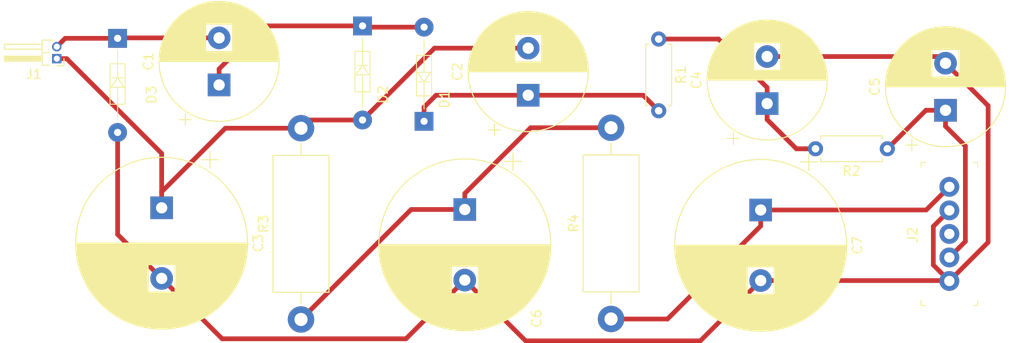
<source format=kicad_pcb>
(kicad_pcb (version 20171130) (host pcbnew "(5.1.5)-3")

  (general
    (thickness 1.6)
    (drawings 0)
    (tracks 69)
    (zones 0)
    (modules 16)
    (nets 11)
  )

  (page A4)
  (layers
    (0 F.Cu signal)
    (31 B.Cu signal)
    (32 B.Adhes user)
    (33 F.Adhes user)
    (34 B.Paste user)
    (35 F.Paste user)
    (36 B.SilkS user)
    (37 F.SilkS user)
    (38 B.Mask user)
    (39 F.Mask user)
    (40 Dwgs.User user)
    (41 Cmts.User user)
    (42 Eco1.User user)
    (43 Eco2.User user)
    (44 Edge.Cuts user)
    (45 Margin user)
    (46 B.CrtYd user)
    (47 F.CrtYd user)
    (48 B.Fab user)
    (49 F.Fab user)
  )

  (setup
    (last_trace_width 0.5)
    (trace_clearance 0.4)
    (zone_clearance 0.508)
    (zone_45_only no)
    (trace_min 0.2)
    (via_size 1)
    (via_drill 0.5)
    (via_min_size 0.4)
    (via_min_drill 0.3)
    (uvia_size 0.3)
    (uvia_drill 0.1)
    (uvias_allowed no)
    (uvia_min_size 0.2)
    (uvia_min_drill 0.1)
    (edge_width 0.05)
    (segment_width 0.2)
    (pcb_text_width 0.3)
    (pcb_text_size 1.5 1.5)
    (mod_edge_width 0.12)
    (mod_text_size 1 1)
    (mod_text_width 0.15)
    (pad_size 1.524 1.524)
    (pad_drill 0.762)
    (pad_to_mask_clearance 0.051)
    (solder_mask_min_width 0.25)
    (aux_axis_origin 0 0)
    (visible_elements FFFFFF7F)
    (pcbplotparams
      (layerselection 0x010fc_ffffffff)
      (usegerberextensions false)
      (usegerberattributes false)
      (usegerberadvancedattributes false)
      (creategerberjobfile false)
      (excludeedgelayer true)
      (linewidth 0.100000)
      (plotframeref false)
      (viasonmask false)
      (mode 1)
      (useauxorigin false)
      (hpglpennumber 1)
      (hpglpenspeed 20)
      (hpglpendiameter 15.000000)
      (psnegative false)
      (psa4output false)
      (plotreference true)
      (plotvalue true)
      (plotinvisibletext false)
      (padsonsilk false)
      (subtractmaskfromsilk false)
      (outputformat 1)
      (mirror false)
      (drillshape 1)
      (scaleselection 1)
      (outputdirectory ""))
  )

  (net 0 "")
  (net 1 "Net-(C1-Pad2)")
  (net 2 "Net-(C1-Pad1)")
  (net 3 "Net-(C2-Pad1)")
  (net 4 "Net-(C2-Pad2)")
  (net 5 Earth)
  (net 6 "Net-(C4-Pad1)")
  (net 7 HT)
  (net 8 "Net-(C6-Pad1)")
  (net 9 +6V)
  (net 10 micSig)

  (net_class Default "This is the default net class."
    (clearance 0.4)
    (trace_width 0.5)
    (via_dia 1)
    (via_drill 0.5)
    (uvia_dia 0.3)
    (uvia_drill 0.1)
    (add_net +6V)
    (add_net Earth)
    (add_net HT)
    (add_net "Net-(C1-Pad1)")
    (add_net "Net-(C1-Pad2)")
    (add_net "Net-(C2-Pad1)")
    (add_net "Net-(C2-Pad2)")
    (add_net "Net-(C4-Pad1)")
    (add_net "Net-(C6-Pad1)")
    (add_net micSig)
  )

  (net_class fine ""
    (clearance 0.2)
    (trace_width 0.25)
    (via_dia 0.8)
    (via_drill 0.4)
    (uvia_dia 0.3)
    (uvia_drill 0.1)
  )

  (module Capacitor_THT:CP_Radial_D12.5mm_P5.00mm (layer F.Cu) (tedit 5AE50EF1) (tstamp 60B8250A)
    (at 92.3544 69.8246 90)
    (descr "CP, Radial series, Radial, pin pitch=5.00mm, , diameter=12.5mm, Electrolytic Capacitor")
    (tags "CP Radial series Radial pin pitch 5.00mm  diameter 12.5mm Electrolytic Capacitor")
    (path /60B6B72C)
    (fp_text reference C1 (at 2.5 -7.5 90) (layer F.SilkS)
      (effects (font (size 1 1) (thickness 0.15)))
    )
    (fp_text value "47u 100V" (at 2.5 7.5 90) (layer F.Fab)
      (effects (font (size 1 1) (thickness 0.15)))
    )
    (fp_text user %R (at 2.5 0 90) (layer F.Fab)
      (effects (font (size 1 1) (thickness 0.15)))
    )
    (fp_line (start -3.692082 -4.2) (end -3.692082 -2.95) (layer F.SilkS) (width 0.12))
    (fp_line (start -4.317082 -3.575) (end -3.067082 -3.575) (layer F.SilkS) (width 0.12))
    (fp_line (start 8.861 -0.317) (end 8.861 0.317) (layer F.SilkS) (width 0.12))
    (fp_line (start 8.821 -0.757) (end 8.821 0.757) (layer F.SilkS) (width 0.12))
    (fp_line (start 8.781 -1.028) (end 8.781 1.028) (layer F.SilkS) (width 0.12))
    (fp_line (start 8.741 -1.241) (end 8.741 1.241) (layer F.SilkS) (width 0.12))
    (fp_line (start 8.701 -1.422) (end 8.701 1.422) (layer F.SilkS) (width 0.12))
    (fp_line (start 8.661 -1.583) (end 8.661 1.583) (layer F.SilkS) (width 0.12))
    (fp_line (start 8.621 -1.728) (end 8.621 1.728) (layer F.SilkS) (width 0.12))
    (fp_line (start 8.581 -1.861) (end 8.581 1.861) (layer F.SilkS) (width 0.12))
    (fp_line (start 8.541 -1.984) (end 8.541 1.984) (layer F.SilkS) (width 0.12))
    (fp_line (start 8.501 -2.1) (end 8.501 2.1) (layer F.SilkS) (width 0.12))
    (fp_line (start 8.461 -2.209) (end 8.461 2.209) (layer F.SilkS) (width 0.12))
    (fp_line (start 8.421 -2.312) (end 8.421 2.312) (layer F.SilkS) (width 0.12))
    (fp_line (start 8.381 -2.41) (end 8.381 2.41) (layer F.SilkS) (width 0.12))
    (fp_line (start 8.341 -2.504) (end 8.341 2.504) (layer F.SilkS) (width 0.12))
    (fp_line (start 8.301 -2.594) (end 8.301 2.594) (layer F.SilkS) (width 0.12))
    (fp_line (start 8.261 -2.681) (end 8.261 2.681) (layer F.SilkS) (width 0.12))
    (fp_line (start 8.221 -2.764) (end 8.221 2.764) (layer F.SilkS) (width 0.12))
    (fp_line (start 8.181 -2.844) (end 8.181 2.844) (layer F.SilkS) (width 0.12))
    (fp_line (start 8.141 -2.921) (end 8.141 2.921) (layer F.SilkS) (width 0.12))
    (fp_line (start 8.101 -2.996) (end 8.101 2.996) (layer F.SilkS) (width 0.12))
    (fp_line (start 8.061 -3.069) (end 8.061 3.069) (layer F.SilkS) (width 0.12))
    (fp_line (start 8.021 -3.14) (end 8.021 3.14) (layer F.SilkS) (width 0.12))
    (fp_line (start 7.981 -3.208) (end 7.981 3.208) (layer F.SilkS) (width 0.12))
    (fp_line (start 7.941 -3.275) (end 7.941 3.275) (layer F.SilkS) (width 0.12))
    (fp_line (start 7.901 -3.339) (end 7.901 3.339) (layer F.SilkS) (width 0.12))
    (fp_line (start 7.861 -3.402) (end 7.861 3.402) (layer F.SilkS) (width 0.12))
    (fp_line (start 7.821 -3.464) (end 7.821 3.464) (layer F.SilkS) (width 0.12))
    (fp_line (start 7.781 -3.524) (end 7.781 3.524) (layer F.SilkS) (width 0.12))
    (fp_line (start 7.741 -3.583) (end 7.741 3.583) (layer F.SilkS) (width 0.12))
    (fp_line (start 7.701 -3.64) (end 7.701 3.64) (layer F.SilkS) (width 0.12))
    (fp_line (start 7.661 -3.696) (end 7.661 3.696) (layer F.SilkS) (width 0.12))
    (fp_line (start 7.621 -3.75) (end 7.621 3.75) (layer F.SilkS) (width 0.12))
    (fp_line (start 7.581 -3.804) (end 7.581 3.804) (layer F.SilkS) (width 0.12))
    (fp_line (start 7.541 -3.856) (end 7.541 3.856) (layer F.SilkS) (width 0.12))
    (fp_line (start 7.501 -3.907) (end 7.501 3.907) (layer F.SilkS) (width 0.12))
    (fp_line (start 7.461 -3.957) (end 7.461 3.957) (layer F.SilkS) (width 0.12))
    (fp_line (start 7.421 -4.007) (end 7.421 4.007) (layer F.SilkS) (width 0.12))
    (fp_line (start 7.381 -4.055) (end 7.381 4.055) (layer F.SilkS) (width 0.12))
    (fp_line (start 7.341 -4.102) (end 7.341 4.102) (layer F.SilkS) (width 0.12))
    (fp_line (start 7.301 -4.148) (end 7.301 4.148) (layer F.SilkS) (width 0.12))
    (fp_line (start 7.261 -4.194) (end 7.261 4.194) (layer F.SilkS) (width 0.12))
    (fp_line (start 7.221 -4.238) (end 7.221 4.238) (layer F.SilkS) (width 0.12))
    (fp_line (start 7.181 -4.282) (end 7.181 4.282) (layer F.SilkS) (width 0.12))
    (fp_line (start 7.141 -4.325) (end 7.141 4.325) (layer F.SilkS) (width 0.12))
    (fp_line (start 7.101 -4.367) (end 7.101 4.367) (layer F.SilkS) (width 0.12))
    (fp_line (start 7.061 -4.408) (end 7.061 4.408) (layer F.SilkS) (width 0.12))
    (fp_line (start 7.021 -4.449) (end 7.021 4.449) (layer F.SilkS) (width 0.12))
    (fp_line (start 6.981 -4.489) (end 6.981 4.489) (layer F.SilkS) (width 0.12))
    (fp_line (start 6.941 -4.528) (end 6.941 4.528) (layer F.SilkS) (width 0.12))
    (fp_line (start 6.901 -4.567) (end 6.901 4.567) (layer F.SilkS) (width 0.12))
    (fp_line (start 6.861 -4.605) (end 6.861 4.605) (layer F.SilkS) (width 0.12))
    (fp_line (start 6.821 -4.642) (end 6.821 4.642) (layer F.SilkS) (width 0.12))
    (fp_line (start 6.781 -4.678) (end 6.781 4.678) (layer F.SilkS) (width 0.12))
    (fp_line (start 6.741 -4.714) (end 6.741 4.714) (layer F.SilkS) (width 0.12))
    (fp_line (start 6.701 -4.75) (end 6.701 4.75) (layer F.SilkS) (width 0.12))
    (fp_line (start 6.661 -4.785) (end 6.661 4.785) (layer F.SilkS) (width 0.12))
    (fp_line (start 6.621 -4.819) (end 6.621 4.819) (layer F.SilkS) (width 0.12))
    (fp_line (start 6.581 -4.852) (end 6.581 4.852) (layer F.SilkS) (width 0.12))
    (fp_line (start 6.541 -4.885) (end 6.541 4.885) (layer F.SilkS) (width 0.12))
    (fp_line (start 6.501 -4.918) (end 6.501 4.918) (layer F.SilkS) (width 0.12))
    (fp_line (start 6.461 -4.95) (end 6.461 4.95) (layer F.SilkS) (width 0.12))
    (fp_line (start 6.421 1.44) (end 6.421 4.982) (layer F.SilkS) (width 0.12))
    (fp_line (start 6.421 -4.982) (end 6.421 -1.44) (layer F.SilkS) (width 0.12))
    (fp_line (start 6.381 1.44) (end 6.381 5.012) (layer F.SilkS) (width 0.12))
    (fp_line (start 6.381 -5.012) (end 6.381 -1.44) (layer F.SilkS) (width 0.12))
    (fp_line (start 6.341 1.44) (end 6.341 5.043) (layer F.SilkS) (width 0.12))
    (fp_line (start 6.341 -5.043) (end 6.341 -1.44) (layer F.SilkS) (width 0.12))
    (fp_line (start 6.301 1.44) (end 6.301 5.073) (layer F.SilkS) (width 0.12))
    (fp_line (start 6.301 -5.073) (end 6.301 -1.44) (layer F.SilkS) (width 0.12))
    (fp_line (start 6.261 1.44) (end 6.261 5.102) (layer F.SilkS) (width 0.12))
    (fp_line (start 6.261 -5.102) (end 6.261 -1.44) (layer F.SilkS) (width 0.12))
    (fp_line (start 6.221 1.44) (end 6.221 5.131) (layer F.SilkS) (width 0.12))
    (fp_line (start 6.221 -5.131) (end 6.221 -1.44) (layer F.SilkS) (width 0.12))
    (fp_line (start 6.181 1.44) (end 6.181 5.16) (layer F.SilkS) (width 0.12))
    (fp_line (start 6.181 -5.16) (end 6.181 -1.44) (layer F.SilkS) (width 0.12))
    (fp_line (start 6.141 1.44) (end 6.141 5.188) (layer F.SilkS) (width 0.12))
    (fp_line (start 6.141 -5.188) (end 6.141 -1.44) (layer F.SilkS) (width 0.12))
    (fp_line (start 6.101 1.44) (end 6.101 5.216) (layer F.SilkS) (width 0.12))
    (fp_line (start 6.101 -5.216) (end 6.101 -1.44) (layer F.SilkS) (width 0.12))
    (fp_line (start 6.061 1.44) (end 6.061 5.243) (layer F.SilkS) (width 0.12))
    (fp_line (start 6.061 -5.243) (end 6.061 -1.44) (layer F.SilkS) (width 0.12))
    (fp_line (start 6.021 1.44) (end 6.021 5.27) (layer F.SilkS) (width 0.12))
    (fp_line (start 6.021 -5.27) (end 6.021 -1.44) (layer F.SilkS) (width 0.12))
    (fp_line (start 5.981 1.44) (end 5.981 5.296) (layer F.SilkS) (width 0.12))
    (fp_line (start 5.981 -5.296) (end 5.981 -1.44) (layer F.SilkS) (width 0.12))
    (fp_line (start 5.941 1.44) (end 5.941 5.322) (layer F.SilkS) (width 0.12))
    (fp_line (start 5.941 -5.322) (end 5.941 -1.44) (layer F.SilkS) (width 0.12))
    (fp_line (start 5.901 1.44) (end 5.901 5.347) (layer F.SilkS) (width 0.12))
    (fp_line (start 5.901 -5.347) (end 5.901 -1.44) (layer F.SilkS) (width 0.12))
    (fp_line (start 5.861 1.44) (end 5.861 5.372) (layer F.SilkS) (width 0.12))
    (fp_line (start 5.861 -5.372) (end 5.861 -1.44) (layer F.SilkS) (width 0.12))
    (fp_line (start 5.821 1.44) (end 5.821 5.397) (layer F.SilkS) (width 0.12))
    (fp_line (start 5.821 -5.397) (end 5.821 -1.44) (layer F.SilkS) (width 0.12))
    (fp_line (start 5.781 1.44) (end 5.781 5.421) (layer F.SilkS) (width 0.12))
    (fp_line (start 5.781 -5.421) (end 5.781 -1.44) (layer F.SilkS) (width 0.12))
    (fp_line (start 5.741 1.44) (end 5.741 5.445) (layer F.SilkS) (width 0.12))
    (fp_line (start 5.741 -5.445) (end 5.741 -1.44) (layer F.SilkS) (width 0.12))
    (fp_line (start 5.701 1.44) (end 5.701 5.468) (layer F.SilkS) (width 0.12))
    (fp_line (start 5.701 -5.468) (end 5.701 -1.44) (layer F.SilkS) (width 0.12))
    (fp_line (start 5.661 1.44) (end 5.661 5.491) (layer F.SilkS) (width 0.12))
    (fp_line (start 5.661 -5.491) (end 5.661 -1.44) (layer F.SilkS) (width 0.12))
    (fp_line (start 5.621 1.44) (end 5.621 5.514) (layer F.SilkS) (width 0.12))
    (fp_line (start 5.621 -5.514) (end 5.621 -1.44) (layer F.SilkS) (width 0.12))
    (fp_line (start 5.581 1.44) (end 5.581 5.536) (layer F.SilkS) (width 0.12))
    (fp_line (start 5.581 -5.536) (end 5.581 -1.44) (layer F.SilkS) (width 0.12))
    (fp_line (start 5.541 1.44) (end 5.541 5.558) (layer F.SilkS) (width 0.12))
    (fp_line (start 5.541 -5.558) (end 5.541 -1.44) (layer F.SilkS) (width 0.12))
    (fp_line (start 5.501 1.44) (end 5.501 5.58) (layer F.SilkS) (width 0.12))
    (fp_line (start 5.501 -5.58) (end 5.501 -1.44) (layer F.SilkS) (width 0.12))
    (fp_line (start 5.461 1.44) (end 5.461 5.601) (layer F.SilkS) (width 0.12))
    (fp_line (start 5.461 -5.601) (end 5.461 -1.44) (layer F.SilkS) (width 0.12))
    (fp_line (start 5.421 1.44) (end 5.421 5.622) (layer F.SilkS) (width 0.12))
    (fp_line (start 5.421 -5.622) (end 5.421 -1.44) (layer F.SilkS) (width 0.12))
    (fp_line (start 5.381 1.44) (end 5.381 5.642) (layer F.SilkS) (width 0.12))
    (fp_line (start 5.381 -5.642) (end 5.381 -1.44) (layer F.SilkS) (width 0.12))
    (fp_line (start 5.341 1.44) (end 5.341 5.662) (layer F.SilkS) (width 0.12))
    (fp_line (start 5.341 -5.662) (end 5.341 -1.44) (layer F.SilkS) (width 0.12))
    (fp_line (start 5.301 1.44) (end 5.301 5.682) (layer F.SilkS) (width 0.12))
    (fp_line (start 5.301 -5.682) (end 5.301 -1.44) (layer F.SilkS) (width 0.12))
    (fp_line (start 5.261 1.44) (end 5.261 5.702) (layer F.SilkS) (width 0.12))
    (fp_line (start 5.261 -5.702) (end 5.261 -1.44) (layer F.SilkS) (width 0.12))
    (fp_line (start 5.221 1.44) (end 5.221 5.721) (layer F.SilkS) (width 0.12))
    (fp_line (start 5.221 -5.721) (end 5.221 -1.44) (layer F.SilkS) (width 0.12))
    (fp_line (start 5.181 1.44) (end 5.181 5.739) (layer F.SilkS) (width 0.12))
    (fp_line (start 5.181 -5.739) (end 5.181 -1.44) (layer F.SilkS) (width 0.12))
    (fp_line (start 5.141 1.44) (end 5.141 5.758) (layer F.SilkS) (width 0.12))
    (fp_line (start 5.141 -5.758) (end 5.141 -1.44) (layer F.SilkS) (width 0.12))
    (fp_line (start 5.101 1.44) (end 5.101 5.776) (layer F.SilkS) (width 0.12))
    (fp_line (start 5.101 -5.776) (end 5.101 -1.44) (layer F.SilkS) (width 0.12))
    (fp_line (start 5.061 1.44) (end 5.061 5.793) (layer F.SilkS) (width 0.12))
    (fp_line (start 5.061 -5.793) (end 5.061 -1.44) (layer F.SilkS) (width 0.12))
    (fp_line (start 5.021 1.44) (end 5.021 5.811) (layer F.SilkS) (width 0.12))
    (fp_line (start 5.021 -5.811) (end 5.021 -1.44) (layer F.SilkS) (width 0.12))
    (fp_line (start 4.981 1.44) (end 4.981 5.828) (layer F.SilkS) (width 0.12))
    (fp_line (start 4.981 -5.828) (end 4.981 -1.44) (layer F.SilkS) (width 0.12))
    (fp_line (start 4.941 1.44) (end 4.941 5.845) (layer F.SilkS) (width 0.12))
    (fp_line (start 4.941 -5.845) (end 4.941 -1.44) (layer F.SilkS) (width 0.12))
    (fp_line (start 4.901 1.44) (end 4.901 5.861) (layer F.SilkS) (width 0.12))
    (fp_line (start 4.901 -5.861) (end 4.901 -1.44) (layer F.SilkS) (width 0.12))
    (fp_line (start 4.861 1.44) (end 4.861 5.877) (layer F.SilkS) (width 0.12))
    (fp_line (start 4.861 -5.877) (end 4.861 -1.44) (layer F.SilkS) (width 0.12))
    (fp_line (start 4.821 1.44) (end 4.821 5.893) (layer F.SilkS) (width 0.12))
    (fp_line (start 4.821 -5.893) (end 4.821 -1.44) (layer F.SilkS) (width 0.12))
    (fp_line (start 4.781 1.44) (end 4.781 5.908) (layer F.SilkS) (width 0.12))
    (fp_line (start 4.781 -5.908) (end 4.781 -1.44) (layer F.SilkS) (width 0.12))
    (fp_line (start 4.741 1.44) (end 4.741 5.924) (layer F.SilkS) (width 0.12))
    (fp_line (start 4.741 -5.924) (end 4.741 -1.44) (layer F.SilkS) (width 0.12))
    (fp_line (start 4.701 1.44) (end 4.701 5.939) (layer F.SilkS) (width 0.12))
    (fp_line (start 4.701 -5.939) (end 4.701 -1.44) (layer F.SilkS) (width 0.12))
    (fp_line (start 4.661 1.44) (end 4.661 5.953) (layer F.SilkS) (width 0.12))
    (fp_line (start 4.661 -5.953) (end 4.661 -1.44) (layer F.SilkS) (width 0.12))
    (fp_line (start 4.621 1.44) (end 4.621 5.967) (layer F.SilkS) (width 0.12))
    (fp_line (start 4.621 -5.967) (end 4.621 -1.44) (layer F.SilkS) (width 0.12))
    (fp_line (start 4.581 1.44) (end 4.581 5.981) (layer F.SilkS) (width 0.12))
    (fp_line (start 4.581 -5.981) (end 4.581 -1.44) (layer F.SilkS) (width 0.12))
    (fp_line (start 4.541 1.44) (end 4.541 5.995) (layer F.SilkS) (width 0.12))
    (fp_line (start 4.541 -5.995) (end 4.541 -1.44) (layer F.SilkS) (width 0.12))
    (fp_line (start 4.501 1.44) (end 4.501 6.008) (layer F.SilkS) (width 0.12))
    (fp_line (start 4.501 -6.008) (end 4.501 -1.44) (layer F.SilkS) (width 0.12))
    (fp_line (start 4.461 1.44) (end 4.461 6.021) (layer F.SilkS) (width 0.12))
    (fp_line (start 4.461 -6.021) (end 4.461 -1.44) (layer F.SilkS) (width 0.12))
    (fp_line (start 4.421 1.44) (end 4.421 6.034) (layer F.SilkS) (width 0.12))
    (fp_line (start 4.421 -6.034) (end 4.421 -1.44) (layer F.SilkS) (width 0.12))
    (fp_line (start 4.381 1.44) (end 4.381 6.047) (layer F.SilkS) (width 0.12))
    (fp_line (start 4.381 -6.047) (end 4.381 -1.44) (layer F.SilkS) (width 0.12))
    (fp_line (start 4.341 1.44) (end 4.341 6.059) (layer F.SilkS) (width 0.12))
    (fp_line (start 4.341 -6.059) (end 4.341 -1.44) (layer F.SilkS) (width 0.12))
    (fp_line (start 4.301 1.44) (end 4.301 6.071) (layer F.SilkS) (width 0.12))
    (fp_line (start 4.301 -6.071) (end 4.301 -1.44) (layer F.SilkS) (width 0.12))
    (fp_line (start 4.261 1.44) (end 4.261 6.083) (layer F.SilkS) (width 0.12))
    (fp_line (start 4.261 -6.083) (end 4.261 -1.44) (layer F.SilkS) (width 0.12))
    (fp_line (start 4.221 1.44) (end 4.221 6.094) (layer F.SilkS) (width 0.12))
    (fp_line (start 4.221 -6.094) (end 4.221 -1.44) (layer F.SilkS) (width 0.12))
    (fp_line (start 4.181 1.44) (end 4.181 6.105) (layer F.SilkS) (width 0.12))
    (fp_line (start 4.181 -6.105) (end 4.181 -1.44) (layer F.SilkS) (width 0.12))
    (fp_line (start 4.141 1.44) (end 4.141 6.116) (layer F.SilkS) (width 0.12))
    (fp_line (start 4.141 -6.116) (end 4.141 -1.44) (layer F.SilkS) (width 0.12))
    (fp_line (start 4.101 1.44) (end 4.101 6.126) (layer F.SilkS) (width 0.12))
    (fp_line (start 4.101 -6.126) (end 4.101 -1.44) (layer F.SilkS) (width 0.12))
    (fp_line (start 4.061 1.44) (end 4.061 6.137) (layer F.SilkS) (width 0.12))
    (fp_line (start 4.061 -6.137) (end 4.061 -1.44) (layer F.SilkS) (width 0.12))
    (fp_line (start 4.021 1.44) (end 4.021 6.146) (layer F.SilkS) (width 0.12))
    (fp_line (start 4.021 -6.146) (end 4.021 -1.44) (layer F.SilkS) (width 0.12))
    (fp_line (start 3.981 1.44) (end 3.981 6.156) (layer F.SilkS) (width 0.12))
    (fp_line (start 3.981 -6.156) (end 3.981 -1.44) (layer F.SilkS) (width 0.12))
    (fp_line (start 3.941 1.44) (end 3.941 6.166) (layer F.SilkS) (width 0.12))
    (fp_line (start 3.941 -6.166) (end 3.941 -1.44) (layer F.SilkS) (width 0.12))
    (fp_line (start 3.901 1.44) (end 3.901 6.175) (layer F.SilkS) (width 0.12))
    (fp_line (start 3.901 -6.175) (end 3.901 -1.44) (layer F.SilkS) (width 0.12))
    (fp_line (start 3.861 1.44) (end 3.861 6.184) (layer F.SilkS) (width 0.12))
    (fp_line (start 3.861 -6.184) (end 3.861 -1.44) (layer F.SilkS) (width 0.12))
    (fp_line (start 3.821 1.44) (end 3.821 6.192) (layer F.SilkS) (width 0.12))
    (fp_line (start 3.821 -6.192) (end 3.821 -1.44) (layer F.SilkS) (width 0.12))
    (fp_line (start 3.781 1.44) (end 3.781 6.201) (layer F.SilkS) (width 0.12))
    (fp_line (start 3.781 -6.201) (end 3.781 -1.44) (layer F.SilkS) (width 0.12))
    (fp_line (start 3.741 1.44) (end 3.741 6.209) (layer F.SilkS) (width 0.12))
    (fp_line (start 3.741 -6.209) (end 3.741 -1.44) (layer F.SilkS) (width 0.12))
    (fp_line (start 3.701 1.44) (end 3.701 6.216) (layer F.SilkS) (width 0.12))
    (fp_line (start 3.701 -6.216) (end 3.701 -1.44) (layer F.SilkS) (width 0.12))
    (fp_line (start 3.661 1.44) (end 3.661 6.224) (layer F.SilkS) (width 0.12))
    (fp_line (start 3.661 -6.224) (end 3.661 -1.44) (layer F.SilkS) (width 0.12))
    (fp_line (start 3.621 1.44) (end 3.621 6.231) (layer F.SilkS) (width 0.12))
    (fp_line (start 3.621 -6.231) (end 3.621 -1.44) (layer F.SilkS) (width 0.12))
    (fp_line (start 3.581 1.44) (end 3.581 6.238) (layer F.SilkS) (width 0.12))
    (fp_line (start 3.581 -6.238) (end 3.581 -1.44) (layer F.SilkS) (width 0.12))
    (fp_line (start 3.541 -6.245) (end 3.541 6.245) (layer F.SilkS) (width 0.12))
    (fp_line (start 3.501 -6.252) (end 3.501 6.252) (layer F.SilkS) (width 0.12))
    (fp_line (start 3.461 -6.258) (end 3.461 6.258) (layer F.SilkS) (width 0.12))
    (fp_line (start 3.421 -6.264) (end 3.421 6.264) (layer F.SilkS) (width 0.12))
    (fp_line (start 3.381 -6.269) (end 3.381 6.269) (layer F.SilkS) (width 0.12))
    (fp_line (start 3.341 -6.275) (end 3.341 6.275) (layer F.SilkS) (width 0.12))
    (fp_line (start 3.301 -6.28) (end 3.301 6.28) (layer F.SilkS) (width 0.12))
    (fp_line (start 3.261 -6.285) (end 3.261 6.285) (layer F.SilkS) (width 0.12))
    (fp_line (start 3.221 -6.29) (end 3.221 6.29) (layer F.SilkS) (width 0.12))
    (fp_line (start 3.18 -6.294) (end 3.18 6.294) (layer F.SilkS) (width 0.12))
    (fp_line (start 3.14 -6.298) (end 3.14 6.298) (layer F.SilkS) (width 0.12))
    (fp_line (start 3.1 -6.302) (end 3.1 6.302) (layer F.SilkS) (width 0.12))
    (fp_line (start 3.06 -6.306) (end 3.06 6.306) (layer F.SilkS) (width 0.12))
    (fp_line (start 3.02 -6.309) (end 3.02 6.309) (layer F.SilkS) (width 0.12))
    (fp_line (start 2.98 -6.312) (end 2.98 6.312) (layer F.SilkS) (width 0.12))
    (fp_line (start 2.94 -6.315) (end 2.94 6.315) (layer F.SilkS) (width 0.12))
    (fp_line (start 2.9 -6.318) (end 2.9 6.318) (layer F.SilkS) (width 0.12))
    (fp_line (start 2.86 -6.32) (end 2.86 6.32) (layer F.SilkS) (width 0.12))
    (fp_line (start 2.82 -6.322) (end 2.82 6.322) (layer F.SilkS) (width 0.12))
    (fp_line (start 2.78 -6.324) (end 2.78 6.324) (layer F.SilkS) (width 0.12))
    (fp_line (start 2.74 -6.326) (end 2.74 6.326) (layer F.SilkS) (width 0.12))
    (fp_line (start 2.7 -6.327) (end 2.7 6.327) (layer F.SilkS) (width 0.12))
    (fp_line (start 2.66 -6.328) (end 2.66 6.328) (layer F.SilkS) (width 0.12))
    (fp_line (start 2.62 -6.329) (end 2.62 6.329) (layer F.SilkS) (width 0.12))
    (fp_line (start 2.58 -6.33) (end 2.58 6.33) (layer F.SilkS) (width 0.12))
    (fp_line (start 2.54 -6.33) (end 2.54 6.33) (layer F.SilkS) (width 0.12))
    (fp_line (start 2.5 -6.33) (end 2.5 6.33) (layer F.SilkS) (width 0.12))
    (fp_line (start -2.241489 -3.3625) (end -2.241489 -2.1125) (layer F.Fab) (width 0.1))
    (fp_line (start -2.866489 -2.7375) (end -1.616489 -2.7375) (layer F.Fab) (width 0.1))
    (fp_circle (center 2.5 0) (end 9 0) (layer F.CrtYd) (width 0.05))
    (fp_circle (center 2.5 0) (end 8.87 0) (layer F.SilkS) (width 0.12))
    (fp_circle (center 2.5 0) (end 8.75 0) (layer F.Fab) (width 0.1))
    (pad 2 thru_hole circle (at 5 0 90) (size 2.4 2.4) (drill 1.2) (layers *.Cu *.Mask)
      (net 1 "Net-(C1-Pad2)"))
    (pad 1 thru_hole rect (at 0 0 90) (size 2.4 2.4) (drill 1.2) (layers *.Cu *.Mask)
      (net 2 "Net-(C1-Pad1)"))
    (model ${KISYS3DMOD}/Capacitor_THT.3dshapes/CP_Radial_D12.5mm_P5.00mm.wrl
      (at (xyz 0 0 0))
      (scale (xyz 1 1 1))
      (rotate (xyz 0 0 0))
    )
  )

  (module Capacitor_THT:CP_Radial_D12.5mm_P5.00mm (layer F.Cu) (tedit 5AE50EF1) (tstamp 60B82600)
    (at 125.1458 70.9168 90)
    (descr "CP, Radial series, Radial, pin pitch=5.00mm, , diameter=12.5mm, Electrolytic Capacitor")
    (tags "CP Radial series Radial pin pitch 5.00mm  diameter 12.5mm Electrolytic Capacitor")
    (path /60B6BC85)
    (fp_text reference C2 (at 2.5 -7.5 90) (layer F.SilkS)
      (effects (font (size 1 1) (thickness 0.15)))
    )
    (fp_text value "47U 100v" (at 2.5 7.5 90) (layer F.Fab)
      (effects (font (size 1 1) (thickness 0.15)))
    )
    (fp_circle (center 2.5 0) (end 8.75 0) (layer F.Fab) (width 0.1))
    (fp_circle (center 2.5 0) (end 8.87 0) (layer F.SilkS) (width 0.12))
    (fp_circle (center 2.5 0) (end 9 0) (layer F.CrtYd) (width 0.05))
    (fp_line (start -2.866489 -2.7375) (end -1.616489 -2.7375) (layer F.Fab) (width 0.1))
    (fp_line (start -2.241489 -3.3625) (end -2.241489 -2.1125) (layer F.Fab) (width 0.1))
    (fp_line (start 2.5 -6.33) (end 2.5 6.33) (layer F.SilkS) (width 0.12))
    (fp_line (start 2.54 -6.33) (end 2.54 6.33) (layer F.SilkS) (width 0.12))
    (fp_line (start 2.58 -6.33) (end 2.58 6.33) (layer F.SilkS) (width 0.12))
    (fp_line (start 2.62 -6.329) (end 2.62 6.329) (layer F.SilkS) (width 0.12))
    (fp_line (start 2.66 -6.328) (end 2.66 6.328) (layer F.SilkS) (width 0.12))
    (fp_line (start 2.7 -6.327) (end 2.7 6.327) (layer F.SilkS) (width 0.12))
    (fp_line (start 2.74 -6.326) (end 2.74 6.326) (layer F.SilkS) (width 0.12))
    (fp_line (start 2.78 -6.324) (end 2.78 6.324) (layer F.SilkS) (width 0.12))
    (fp_line (start 2.82 -6.322) (end 2.82 6.322) (layer F.SilkS) (width 0.12))
    (fp_line (start 2.86 -6.32) (end 2.86 6.32) (layer F.SilkS) (width 0.12))
    (fp_line (start 2.9 -6.318) (end 2.9 6.318) (layer F.SilkS) (width 0.12))
    (fp_line (start 2.94 -6.315) (end 2.94 6.315) (layer F.SilkS) (width 0.12))
    (fp_line (start 2.98 -6.312) (end 2.98 6.312) (layer F.SilkS) (width 0.12))
    (fp_line (start 3.02 -6.309) (end 3.02 6.309) (layer F.SilkS) (width 0.12))
    (fp_line (start 3.06 -6.306) (end 3.06 6.306) (layer F.SilkS) (width 0.12))
    (fp_line (start 3.1 -6.302) (end 3.1 6.302) (layer F.SilkS) (width 0.12))
    (fp_line (start 3.14 -6.298) (end 3.14 6.298) (layer F.SilkS) (width 0.12))
    (fp_line (start 3.18 -6.294) (end 3.18 6.294) (layer F.SilkS) (width 0.12))
    (fp_line (start 3.221 -6.29) (end 3.221 6.29) (layer F.SilkS) (width 0.12))
    (fp_line (start 3.261 -6.285) (end 3.261 6.285) (layer F.SilkS) (width 0.12))
    (fp_line (start 3.301 -6.28) (end 3.301 6.28) (layer F.SilkS) (width 0.12))
    (fp_line (start 3.341 -6.275) (end 3.341 6.275) (layer F.SilkS) (width 0.12))
    (fp_line (start 3.381 -6.269) (end 3.381 6.269) (layer F.SilkS) (width 0.12))
    (fp_line (start 3.421 -6.264) (end 3.421 6.264) (layer F.SilkS) (width 0.12))
    (fp_line (start 3.461 -6.258) (end 3.461 6.258) (layer F.SilkS) (width 0.12))
    (fp_line (start 3.501 -6.252) (end 3.501 6.252) (layer F.SilkS) (width 0.12))
    (fp_line (start 3.541 -6.245) (end 3.541 6.245) (layer F.SilkS) (width 0.12))
    (fp_line (start 3.581 -6.238) (end 3.581 -1.44) (layer F.SilkS) (width 0.12))
    (fp_line (start 3.581 1.44) (end 3.581 6.238) (layer F.SilkS) (width 0.12))
    (fp_line (start 3.621 -6.231) (end 3.621 -1.44) (layer F.SilkS) (width 0.12))
    (fp_line (start 3.621 1.44) (end 3.621 6.231) (layer F.SilkS) (width 0.12))
    (fp_line (start 3.661 -6.224) (end 3.661 -1.44) (layer F.SilkS) (width 0.12))
    (fp_line (start 3.661 1.44) (end 3.661 6.224) (layer F.SilkS) (width 0.12))
    (fp_line (start 3.701 -6.216) (end 3.701 -1.44) (layer F.SilkS) (width 0.12))
    (fp_line (start 3.701 1.44) (end 3.701 6.216) (layer F.SilkS) (width 0.12))
    (fp_line (start 3.741 -6.209) (end 3.741 -1.44) (layer F.SilkS) (width 0.12))
    (fp_line (start 3.741 1.44) (end 3.741 6.209) (layer F.SilkS) (width 0.12))
    (fp_line (start 3.781 -6.201) (end 3.781 -1.44) (layer F.SilkS) (width 0.12))
    (fp_line (start 3.781 1.44) (end 3.781 6.201) (layer F.SilkS) (width 0.12))
    (fp_line (start 3.821 -6.192) (end 3.821 -1.44) (layer F.SilkS) (width 0.12))
    (fp_line (start 3.821 1.44) (end 3.821 6.192) (layer F.SilkS) (width 0.12))
    (fp_line (start 3.861 -6.184) (end 3.861 -1.44) (layer F.SilkS) (width 0.12))
    (fp_line (start 3.861 1.44) (end 3.861 6.184) (layer F.SilkS) (width 0.12))
    (fp_line (start 3.901 -6.175) (end 3.901 -1.44) (layer F.SilkS) (width 0.12))
    (fp_line (start 3.901 1.44) (end 3.901 6.175) (layer F.SilkS) (width 0.12))
    (fp_line (start 3.941 -6.166) (end 3.941 -1.44) (layer F.SilkS) (width 0.12))
    (fp_line (start 3.941 1.44) (end 3.941 6.166) (layer F.SilkS) (width 0.12))
    (fp_line (start 3.981 -6.156) (end 3.981 -1.44) (layer F.SilkS) (width 0.12))
    (fp_line (start 3.981 1.44) (end 3.981 6.156) (layer F.SilkS) (width 0.12))
    (fp_line (start 4.021 -6.146) (end 4.021 -1.44) (layer F.SilkS) (width 0.12))
    (fp_line (start 4.021 1.44) (end 4.021 6.146) (layer F.SilkS) (width 0.12))
    (fp_line (start 4.061 -6.137) (end 4.061 -1.44) (layer F.SilkS) (width 0.12))
    (fp_line (start 4.061 1.44) (end 4.061 6.137) (layer F.SilkS) (width 0.12))
    (fp_line (start 4.101 -6.126) (end 4.101 -1.44) (layer F.SilkS) (width 0.12))
    (fp_line (start 4.101 1.44) (end 4.101 6.126) (layer F.SilkS) (width 0.12))
    (fp_line (start 4.141 -6.116) (end 4.141 -1.44) (layer F.SilkS) (width 0.12))
    (fp_line (start 4.141 1.44) (end 4.141 6.116) (layer F.SilkS) (width 0.12))
    (fp_line (start 4.181 -6.105) (end 4.181 -1.44) (layer F.SilkS) (width 0.12))
    (fp_line (start 4.181 1.44) (end 4.181 6.105) (layer F.SilkS) (width 0.12))
    (fp_line (start 4.221 -6.094) (end 4.221 -1.44) (layer F.SilkS) (width 0.12))
    (fp_line (start 4.221 1.44) (end 4.221 6.094) (layer F.SilkS) (width 0.12))
    (fp_line (start 4.261 -6.083) (end 4.261 -1.44) (layer F.SilkS) (width 0.12))
    (fp_line (start 4.261 1.44) (end 4.261 6.083) (layer F.SilkS) (width 0.12))
    (fp_line (start 4.301 -6.071) (end 4.301 -1.44) (layer F.SilkS) (width 0.12))
    (fp_line (start 4.301 1.44) (end 4.301 6.071) (layer F.SilkS) (width 0.12))
    (fp_line (start 4.341 -6.059) (end 4.341 -1.44) (layer F.SilkS) (width 0.12))
    (fp_line (start 4.341 1.44) (end 4.341 6.059) (layer F.SilkS) (width 0.12))
    (fp_line (start 4.381 -6.047) (end 4.381 -1.44) (layer F.SilkS) (width 0.12))
    (fp_line (start 4.381 1.44) (end 4.381 6.047) (layer F.SilkS) (width 0.12))
    (fp_line (start 4.421 -6.034) (end 4.421 -1.44) (layer F.SilkS) (width 0.12))
    (fp_line (start 4.421 1.44) (end 4.421 6.034) (layer F.SilkS) (width 0.12))
    (fp_line (start 4.461 -6.021) (end 4.461 -1.44) (layer F.SilkS) (width 0.12))
    (fp_line (start 4.461 1.44) (end 4.461 6.021) (layer F.SilkS) (width 0.12))
    (fp_line (start 4.501 -6.008) (end 4.501 -1.44) (layer F.SilkS) (width 0.12))
    (fp_line (start 4.501 1.44) (end 4.501 6.008) (layer F.SilkS) (width 0.12))
    (fp_line (start 4.541 -5.995) (end 4.541 -1.44) (layer F.SilkS) (width 0.12))
    (fp_line (start 4.541 1.44) (end 4.541 5.995) (layer F.SilkS) (width 0.12))
    (fp_line (start 4.581 -5.981) (end 4.581 -1.44) (layer F.SilkS) (width 0.12))
    (fp_line (start 4.581 1.44) (end 4.581 5.981) (layer F.SilkS) (width 0.12))
    (fp_line (start 4.621 -5.967) (end 4.621 -1.44) (layer F.SilkS) (width 0.12))
    (fp_line (start 4.621 1.44) (end 4.621 5.967) (layer F.SilkS) (width 0.12))
    (fp_line (start 4.661 -5.953) (end 4.661 -1.44) (layer F.SilkS) (width 0.12))
    (fp_line (start 4.661 1.44) (end 4.661 5.953) (layer F.SilkS) (width 0.12))
    (fp_line (start 4.701 -5.939) (end 4.701 -1.44) (layer F.SilkS) (width 0.12))
    (fp_line (start 4.701 1.44) (end 4.701 5.939) (layer F.SilkS) (width 0.12))
    (fp_line (start 4.741 -5.924) (end 4.741 -1.44) (layer F.SilkS) (width 0.12))
    (fp_line (start 4.741 1.44) (end 4.741 5.924) (layer F.SilkS) (width 0.12))
    (fp_line (start 4.781 -5.908) (end 4.781 -1.44) (layer F.SilkS) (width 0.12))
    (fp_line (start 4.781 1.44) (end 4.781 5.908) (layer F.SilkS) (width 0.12))
    (fp_line (start 4.821 -5.893) (end 4.821 -1.44) (layer F.SilkS) (width 0.12))
    (fp_line (start 4.821 1.44) (end 4.821 5.893) (layer F.SilkS) (width 0.12))
    (fp_line (start 4.861 -5.877) (end 4.861 -1.44) (layer F.SilkS) (width 0.12))
    (fp_line (start 4.861 1.44) (end 4.861 5.877) (layer F.SilkS) (width 0.12))
    (fp_line (start 4.901 -5.861) (end 4.901 -1.44) (layer F.SilkS) (width 0.12))
    (fp_line (start 4.901 1.44) (end 4.901 5.861) (layer F.SilkS) (width 0.12))
    (fp_line (start 4.941 -5.845) (end 4.941 -1.44) (layer F.SilkS) (width 0.12))
    (fp_line (start 4.941 1.44) (end 4.941 5.845) (layer F.SilkS) (width 0.12))
    (fp_line (start 4.981 -5.828) (end 4.981 -1.44) (layer F.SilkS) (width 0.12))
    (fp_line (start 4.981 1.44) (end 4.981 5.828) (layer F.SilkS) (width 0.12))
    (fp_line (start 5.021 -5.811) (end 5.021 -1.44) (layer F.SilkS) (width 0.12))
    (fp_line (start 5.021 1.44) (end 5.021 5.811) (layer F.SilkS) (width 0.12))
    (fp_line (start 5.061 -5.793) (end 5.061 -1.44) (layer F.SilkS) (width 0.12))
    (fp_line (start 5.061 1.44) (end 5.061 5.793) (layer F.SilkS) (width 0.12))
    (fp_line (start 5.101 -5.776) (end 5.101 -1.44) (layer F.SilkS) (width 0.12))
    (fp_line (start 5.101 1.44) (end 5.101 5.776) (layer F.SilkS) (width 0.12))
    (fp_line (start 5.141 -5.758) (end 5.141 -1.44) (layer F.SilkS) (width 0.12))
    (fp_line (start 5.141 1.44) (end 5.141 5.758) (layer F.SilkS) (width 0.12))
    (fp_line (start 5.181 -5.739) (end 5.181 -1.44) (layer F.SilkS) (width 0.12))
    (fp_line (start 5.181 1.44) (end 5.181 5.739) (layer F.SilkS) (width 0.12))
    (fp_line (start 5.221 -5.721) (end 5.221 -1.44) (layer F.SilkS) (width 0.12))
    (fp_line (start 5.221 1.44) (end 5.221 5.721) (layer F.SilkS) (width 0.12))
    (fp_line (start 5.261 -5.702) (end 5.261 -1.44) (layer F.SilkS) (width 0.12))
    (fp_line (start 5.261 1.44) (end 5.261 5.702) (layer F.SilkS) (width 0.12))
    (fp_line (start 5.301 -5.682) (end 5.301 -1.44) (layer F.SilkS) (width 0.12))
    (fp_line (start 5.301 1.44) (end 5.301 5.682) (layer F.SilkS) (width 0.12))
    (fp_line (start 5.341 -5.662) (end 5.341 -1.44) (layer F.SilkS) (width 0.12))
    (fp_line (start 5.341 1.44) (end 5.341 5.662) (layer F.SilkS) (width 0.12))
    (fp_line (start 5.381 -5.642) (end 5.381 -1.44) (layer F.SilkS) (width 0.12))
    (fp_line (start 5.381 1.44) (end 5.381 5.642) (layer F.SilkS) (width 0.12))
    (fp_line (start 5.421 -5.622) (end 5.421 -1.44) (layer F.SilkS) (width 0.12))
    (fp_line (start 5.421 1.44) (end 5.421 5.622) (layer F.SilkS) (width 0.12))
    (fp_line (start 5.461 -5.601) (end 5.461 -1.44) (layer F.SilkS) (width 0.12))
    (fp_line (start 5.461 1.44) (end 5.461 5.601) (layer F.SilkS) (width 0.12))
    (fp_line (start 5.501 -5.58) (end 5.501 -1.44) (layer F.SilkS) (width 0.12))
    (fp_line (start 5.501 1.44) (end 5.501 5.58) (layer F.SilkS) (width 0.12))
    (fp_line (start 5.541 -5.558) (end 5.541 -1.44) (layer F.SilkS) (width 0.12))
    (fp_line (start 5.541 1.44) (end 5.541 5.558) (layer F.SilkS) (width 0.12))
    (fp_line (start 5.581 -5.536) (end 5.581 -1.44) (layer F.SilkS) (width 0.12))
    (fp_line (start 5.581 1.44) (end 5.581 5.536) (layer F.SilkS) (width 0.12))
    (fp_line (start 5.621 -5.514) (end 5.621 -1.44) (layer F.SilkS) (width 0.12))
    (fp_line (start 5.621 1.44) (end 5.621 5.514) (layer F.SilkS) (width 0.12))
    (fp_line (start 5.661 -5.491) (end 5.661 -1.44) (layer F.SilkS) (width 0.12))
    (fp_line (start 5.661 1.44) (end 5.661 5.491) (layer F.SilkS) (width 0.12))
    (fp_line (start 5.701 -5.468) (end 5.701 -1.44) (layer F.SilkS) (width 0.12))
    (fp_line (start 5.701 1.44) (end 5.701 5.468) (layer F.SilkS) (width 0.12))
    (fp_line (start 5.741 -5.445) (end 5.741 -1.44) (layer F.SilkS) (width 0.12))
    (fp_line (start 5.741 1.44) (end 5.741 5.445) (layer F.SilkS) (width 0.12))
    (fp_line (start 5.781 -5.421) (end 5.781 -1.44) (layer F.SilkS) (width 0.12))
    (fp_line (start 5.781 1.44) (end 5.781 5.421) (layer F.SilkS) (width 0.12))
    (fp_line (start 5.821 -5.397) (end 5.821 -1.44) (layer F.SilkS) (width 0.12))
    (fp_line (start 5.821 1.44) (end 5.821 5.397) (layer F.SilkS) (width 0.12))
    (fp_line (start 5.861 -5.372) (end 5.861 -1.44) (layer F.SilkS) (width 0.12))
    (fp_line (start 5.861 1.44) (end 5.861 5.372) (layer F.SilkS) (width 0.12))
    (fp_line (start 5.901 -5.347) (end 5.901 -1.44) (layer F.SilkS) (width 0.12))
    (fp_line (start 5.901 1.44) (end 5.901 5.347) (layer F.SilkS) (width 0.12))
    (fp_line (start 5.941 -5.322) (end 5.941 -1.44) (layer F.SilkS) (width 0.12))
    (fp_line (start 5.941 1.44) (end 5.941 5.322) (layer F.SilkS) (width 0.12))
    (fp_line (start 5.981 -5.296) (end 5.981 -1.44) (layer F.SilkS) (width 0.12))
    (fp_line (start 5.981 1.44) (end 5.981 5.296) (layer F.SilkS) (width 0.12))
    (fp_line (start 6.021 -5.27) (end 6.021 -1.44) (layer F.SilkS) (width 0.12))
    (fp_line (start 6.021 1.44) (end 6.021 5.27) (layer F.SilkS) (width 0.12))
    (fp_line (start 6.061 -5.243) (end 6.061 -1.44) (layer F.SilkS) (width 0.12))
    (fp_line (start 6.061 1.44) (end 6.061 5.243) (layer F.SilkS) (width 0.12))
    (fp_line (start 6.101 -5.216) (end 6.101 -1.44) (layer F.SilkS) (width 0.12))
    (fp_line (start 6.101 1.44) (end 6.101 5.216) (layer F.SilkS) (width 0.12))
    (fp_line (start 6.141 -5.188) (end 6.141 -1.44) (layer F.SilkS) (width 0.12))
    (fp_line (start 6.141 1.44) (end 6.141 5.188) (layer F.SilkS) (width 0.12))
    (fp_line (start 6.181 -5.16) (end 6.181 -1.44) (layer F.SilkS) (width 0.12))
    (fp_line (start 6.181 1.44) (end 6.181 5.16) (layer F.SilkS) (width 0.12))
    (fp_line (start 6.221 -5.131) (end 6.221 -1.44) (layer F.SilkS) (width 0.12))
    (fp_line (start 6.221 1.44) (end 6.221 5.131) (layer F.SilkS) (width 0.12))
    (fp_line (start 6.261 -5.102) (end 6.261 -1.44) (layer F.SilkS) (width 0.12))
    (fp_line (start 6.261 1.44) (end 6.261 5.102) (layer F.SilkS) (width 0.12))
    (fp_line (start 6.301 -5.073) (end 6.301 -1.44) (layer F.SilkS) (width 0.12))
    (fp_line (start 6.301 1.44) (end 6.301 5.073) (layer F.SilkS) (width 0.12))
    (fp_line (start 6.341 -5.043) (end 6.341 -1.44) (layer F.SilkS) (width 0.12))
    (fp_line (start 6.341 1.44) (end 6.341 5.043) (layer F.SilkS) (width 0.12))
    (fp_line (start 6.381 -5.012) (end 6.381 -1.44) (layer F.SilkS) (width 0.12))
    (fp_line (start 6.381 1.44) (end 6.381 5.012) (layer F.SilkS) (width 0.12))
    (fp_line (start 6.421 -4.982) (end 6.421 -1.44) (layer F.SilkS) (width 0.12))
    (fp_line (start 6.421 1.44) (end 6.421 4.982) (layer F.SilkS) (width 0.12))
    (fp_line (start 6.461 -4.95) (end 6.461 4.95) (layer F.SilkS) (width 0.12))
    (fp_line (start 6.501 -4.918) (end 6.501 4.918) (layer F.SilkS) (width 0.12))
    (fp_line (start 6.541 -4.885) (end 6.541 4.885) (layer F.SilkS) (width 0.12))
    (fp_line (start 6.581 -4.852) (end 6.581 4.852) (layer F.SilkS) (width 0.12))
    (fp_line (start 6.621 -4.819) (end 6.621 4.819) (layer F.SilkS) (width 0.12))
    (fp_line (start 6.661 -4.785) (end 6.661 4.785) (layer F.SilkS) (width 0.12))
    (fp_line (start 6.701 -4.75) (end 6.701 4.75) (layer F.SilkS) (width 0.12))
    (fp_line (start 6.741 -4.714) (end 6.741 4.714) (layer F.SilkS) (width 0.12))
    (fp_line (start 6.781 -4.678) (end 6.781 4.678) (layer F.SilkS) (width 0.12))
    (fp_line (start 6.821 -4.642) (end 6.821 4.642) (layer F.SilkS) (width 0.12))
    (fp_line (start 6.861 -4.605) (end 6.861 4.605) (layer F.SilkS) (width 0.12))
    (fp_line (start 6.901 -4.567) (end 6.901 4.567) (layer F.SilkS) (width 0.12))
    (fp_line (start 6.941 -4.528) (end 6.941 4.528) (layer F.SilkS) (width 0.12))
    (fp_line (start 6.981 -4.489) (end 6.981 4.489) (layer F.SilkS) (width 0.12))
    (fp_line (start 7.021 -4.449) (end 7.021 4.449) (layer F.SilkS) (width 0.12))
    (fp_line (start 7.061 -4.408) (end 7.061 4.408) (layer F.SilkS) (width 0.12))
    (fp_line (start 7.101 -4.367) (end 7.101 4.367) (layer F.SilkS) (width 0.12))
    (fp_line (start 7.141 -4.325) (end 7.141 4.325) (layer F.SilkS) (width 0.12))
    (fp_line (start 7.181 -4.282) (end 7.181 4.282) (layer F.SilkS) (width 0.12))
    (fp_line (start 7.221 -4.238) (end 7.221 4.238) (layer F.SilkS) (width 0.12))
    (fp_line (start 7.261 -4.194) (end 7.261 4.194) (layer F.SilkS) (width 0.12))
    (fp_line (start 7.301 -4.148) (end 7.301 4.148) (layer F.SilkS) (width 0.12))
    (fp_line (start 7.341 -4.102) (end 7.341 4.102) (layer F.SilkS) (width 0.12))
    (fp_line (start 7.381 -4.055) (end 7.381 4.055) (layer F.SilkS) (width 0.12))
    (fp_line (start 7.421 -4.007) (end 7.421 4.007) (layer F.SilkS) (width 0.12))
    (fp_line (start 7.461 -3.957) (end 7.461 3.957) (layer F.SilkS) (width 0.12))
    (fp_line (start 7.501 -3.907) (end 7.501 3.907) (layer F.SilkS) (width 0.12))
    (fp_line (start 7.541 -3.856) (end 7.541 3.856) (layer F.SilkS) (width 0.12))
    (fp_line (start 7.581 -3.804) (end 7.581 3.804) (layer F.SilkS) (width 0.12))
    (fp_line (start 7.621 -3.75) (end 7.621 3.75) (layer F.SilkS) (width 0.12))
    (fp_line (start 7.661 -3.696) (end 7.661 3.696) (layer F.SilkS) (width 0.12))
    (fp_line (start 7.701 -3.64) (end 7.701 3.64) (layer F.SilkS) (width 0.12))
    (fp_line (start 7.741 -3.583) (end 7.741 3.583) (layer F.SilkS) (width 0.12))
    (fp_line (start 7.781 -3.524) (end 7.781 3.524) (layer F.SilkS) (width 0.12))
    (fp_line (start 7.821 -3.464) (end 7.821 3.464) (layer F.SilkS) (width 0.12))
    (fp_line (start 7.861 -3.402) (end 7.861 3.402) (layer F.SilkS) (width 0.12))
    (fp_line (start 7.901 -3.339) (end 7.901 3.339) (layer F.SilkS) (width 0.12))
    (fp_line (start 7.941 -3.275) (end 7.941 3.275) (layer F.SilkS) (width 0.12))
    (fp_line (start 7.981 -3.208) (end 7.981 3.208) (layer F.SilkS) (width 0.12))
    (fp_line (start 8.021 -3.14) (end 8.021 3.14) (layer F.SilkS) (width 0.12))
    (fp_line (start 8.061 -3.069) (end 8.061 3.069) (layer F.SilkS) (width 0.12))
    (fp_line (start 8.101 -2.996) (end 8.101 2.996) (layer F.SilkS) (width 0.12))
    (fp_line (start 8.141 -2.921) (end 8.141 2.921) (layer F.SilkS) (width 0.12))
    (fp_line (start 8.181 -2.844) (end 8.181 2.844) (layer F.SilkS) (width 0.12))
    (fp_line (start 8.221 -2.764) (end 8.221 2.764) (layer F.SilkS) (width 0.12))
    (fp_line (start 8.261 -2.681) (end 8.261 2.681) (layer F.SilkS) (width 0.12))
    (fp_line (start 8.301 -2.594) (end 8.301 2.594) (layer F.SilkS) (width 0.12))
    (fp_line (start 8.341 -2.504) (end 8.341 2.504) (layer F.SilkS) (width 0.12))
    (fp_line (start 8.381 -2.41) (end 8.381 2.41) (layer F.SilkS) (width 0.12))
    (fp_line (start 8.421 -2.312) (end 8.421 2.312) (layer F.SilkS) (width 0.12))
    (fp_line (start 8.461 -2.209) (end 8.461 2.209) (layer F.SilkS) (width 0.12))
    (fp_line (start 8.501 -2.1) (end 8.501 2.1) (layer F.SilkS) (width 0.12))
    (fp_line (start 8.541 -1.984) (end 8.541 1.984) (layer F.SilkS) (width 0.12))
    (fp_line (start 8.581 -1.861) (end 8.581 1.861) (layer F.SilkS) (width 0.12))
    (fp_line (start 8.621 -1.728) (end 8.621 1.728) (layer F.SilkS) (width 0.12))
    (fp_line (start 8.661 -1.583) (end 8.661 1.583) (layer F.SilkS) (width 0.12))
    (fp_line (start 8.701 -1.422) (end 8.701 1.422) (layer F.SilkS) (width 0.12))
    (fp_line (start 8.741 -1.241) (end 8.741 1.241) (layer F.SilkS) (width 0.12))
    (fp_line (start 8.781 -1.028) (end 8.781 1.028) (layer F.SilkS) (width 0.12))
    (fp_line (start 8.821 -0.757) (end 8.821 0.757) (layer F.SilkS) (width 0.12))
    (fp_line (start 8.861 -0.317) (end 8.861 0.317) (layer F.SilkS) (width 0.12))
    (fp_line (start -4.317082 -3.575) (end -3.067082 -3.575) (layer F.SilkS) (width 0.12))
    (fp_line (start -3.692082 -4.2) (end -3.692082 -2.95) (layer F.SilkS) (width 0.12))
    (fp_text user %R (at 2.5 0 90) (layer F.Fab)
      (effects (font (size 1 1) (thickness 0.15)))
    )
    (pad 1 thru_hole rect (at 0 0 90) (size 2.4 2.4) (drill 1.2) (layers *.Cu *.Mask)
      (net 3 "Net-(C2-Pad1)"))
    (pad 2 thru_hole circle (at 5 0 90) (size 2.4 2.4) (drill 1.2) (layers *.Cu *.Mask)
      (net 4 "Net-(C2-Pad2)"))
    (model ${KISYS3DMOD}/Capacitor_THT.3dshapes/CP_Radial_D12.5mm_P5.00mm.wrl
      (at (xyz 0 0 0))
      (scale (xyz 1 1 1))
      (rotate (xyz 0 0 0))
    )
  )

  (module Capacitor_THT:CP_Radial_D18.0mm_P7.50mm (layer F.Cu) (tedit 5AE50EF1) (tstamp 60B8273B)
    (at 86.2584 82.8802 270)
    (descr "CP, Radial series, Radial, pin pitch=7.50mm, , diameter=18mm, Electrolytic Capacitor")
    (tags "CP Radial series Radial pin pitch 7.50mm  diameter 18mm Electrolytic Capacitor")
    (path /60B6C383)
    (fp_text reference C3 (at 3.75 -10.25 90) (layer F.SilkS)
      (effects (font (size 1 1) (thickness 0.15)))
    )
    (fp_text value "3300U 35V" (at 3.75 10.25 90) (layer F.Fab)
      (effects (font (size 1 1) (thickness 0.15)))
    )
    (fp_circle (center 3.75 0) (end 12.75 0) (layer F.Fab) (width 0.1))
    (fp_circle (center 3.75 0) (end 12.87 0) (layer F.SilkS) (width 0.12))
    (fp_circle (center 3.75 0) (end 13 0) (layer F.CrtYd) (width 0.05))
    (fp_line (start -3.987271 -3.9475) (end -2.187271 -3.9475) (layer F.Fab) (width 0.1))
    (fp_line (start -3.087271 -4.8475) (end -3.087271 -3.0475) (layer F.Fab) (width 0.1))
    (fp_line (start 3.75 -9.081) (end 3.75 9.081) (layer F.SilkS) (width 0.12))
    (fp_line (start 3.79 -9.08) (end 3.79 9.08) (layer F.SilkS) (width 0.12))
    (fp_line (start 3.83 -9.08) (end 3.83 9.08) (layer F.SilkS) (width 0.12))
    (fp_line (start 3.87 -9.08) (end 3.87 9.08) (layer F.SilkS) (width 0.12))
    (fp_line (start 3.91 -9.079) (end 3.91 9.079) (layer F.SilkS) (width 0.12))
    (fp_line (start 3.95 -9.078) (end 3.95 9.078) (layer F.SilkS) (width 0.12))
    (fp_line (start 3.99 -9.077) (end 3.99 9.077) (layer F.SilkS) (width 0.12))
    (fp_line (start 4.03 -9.076) (end 4.03 9.076) (layer F.SilkS) (width 0.12))
    (fp_line (start 4.07 -9.075) (end 4.07 9.075) (layer F.SilkS) (width 0.12))
    (fp_line (start 4.11 -9.073) (end 4.11 9.073) (layer F.SilkS) (width 0.12))
    (fp_line (start 4.15 -9.072) (end 4.15 9.072) (layer F.SilkS) (width 0.12))
    (fp_line (start 4.19 -9.07) (end 4.19 9.07) (layer F.SilkS) (width 0.12))
    (fp_line (start 4.23 -9.068) (end 4.23 9.068) (layer F.SilkS) (width 0.12))
    (fp_line (start 4.27 -9.066) (end 4.27 9.066) (layer F.SilkS) (width 0.12))
    (fp_line (start 4.31 -9.063) (end 4.31 9.063) (layer F.SilkS) (width 0.12))
    (fp_line (start 4.35 -9.061) (end 4.35 9.061) (layer F.SilkS) (width 0.12))
    (fp_line (start 4.39 -9.058) (end 4.39 9.058) (layer F.SilkS) (width 0.12))
    (fp_line (start 4.43 -9.055) (end 4.43 9.055) (layer F.SilkS) (width 0.12))
    (fp_line (start 4.471 -9.052) (end 4.471 9.052) (layer F.SilkS) (width 0.12))
    (fp_line (start 4.511 -9.049) (end 4.511 9.049) (layer F.SilkS) (width 0.12))
    (fp_line (start 4.551 -9.045) (end 4.551 9.045) (layer F.SilkS) (width 0.12))
    (fp_line (start 4.591 -9.042) (end 4.591 9.042) (layer F.SilkS) (width 0.12))
    (fp_line (start 4.631 -9.038) (end 4.631 9.038) (layer F.SilkS) (width 0.12))
    (fp_line (start 4.671 -9.034) (end 4.671 9.034) (layer F.SilkS) (width 0.12))
    (fp_line (start 4.711 -9.03) (end 4.711 9.03) (layer F.SilkS) (width 0.12))
    (fp_line (start 4.751 -9.026) (end 4.751 9.026) (layer F.SilkS) (width 0.12))
    (fp_line (start 4.791 -9.021) (end 4.791 9.021) (layer F.SilkS) (width 0.12))
    (fp_line (start 4.831 -9.016) (end 4.831 9.016) (layer F.SilkS) (width 0.12))
    (fp_line (start 4.871 -9.011) (end 4.871 9.011) (layer F.SilkS) (width 0.12))
    (fp_line (start 4.911 -9.006) (end 4.911 9.006) (layer F.SilkS) (width 0.12))
    (fp_line (start 4.951 -9.001) (end 4.951 9.001) (layer F.SilkS) (width 0.12))
    (fp_line (start 4.991 -8.996) (end 4.991 8.996) (layer F.SilkS) (width 0.12))
    (fp_line (start 5.031 -8.99) (end 5.031 8.99) (layer F.SilkS) (width 0.12))
    (fp_line (start 5.071 -8.984) (end 5.071 8.984) (layer F.SilkS) (width 0.12))
    (fp_line (start 5.111 -8.979) (end 5.111 8.979) (layer F.SilkS) (width 0.12))
    (fp_line (start 5.151 -8.972) (end 5.151 8.972) (layer F.SilkS) (width 0.12))
    (fp_line (start 5.191 -8.966) (end 5.191 8.966) (layer F.SilkS) (width 0.12))
    (fp_line (start 5.231 -8.96) (end 5.231 8.96) (layer F.SilkS) (width 0.12))
    (fp_line (start 5.271 -8.953) (end 5.271 8.953) (layer F.SilkS) (width 0.12))
    (fp_line (start 5.311 -8.946) (end 5.311 8.946) (layer F.SilkS) (width 0.12))
    (fp_line (start 5.351 -8.939) (end 5.351 8.939) (layer F.SilkS) (width 0.12))
    (fp_line (start 5.391 -8.932) (end 5.391 8.932) (layer F.SilkS) (width 0.12))
    (fp_line (start 5.431 -8.924) (end 5.431 8.924) (layer F.SilkS) (width 0.12))
    (fp_line (start 5.471 -8.917) (end 5.471 8.917) (layer F.SilkS) (width 0.12))
    (fp_line (start 5.511 -8.909) (end 5.511 8.909) (layer F.SilkS) (width 0.12))
    (fp_line (start 5.551 -8.901) (end 5.551 8.901) (layer F.SilkS) (width 0.12))
    (fp_line (start 5.591 -8.893) (end 5.591 8.893) (layer F.SilkS) (width 0.12))
    (fp_line (start 5.631 -8.885) (end 5.631 8.885) (layer F.SilkS) (width 0.12))
    (fp_line (start 5.671 -8.876) (end 5.671 8.876) (layer F.SilkS) (width 0.12))
    (fp_line (start 5.711 -8.867) (end 5.711 8.867) (layer F.SilkS) (width 0.12))
    (fp_line (start 5.751 -8.858) (end 5.751 8.858) (layer F.SilkS) (width 0.12))
    (fp_line (start 5.791 -8.849) (end 5.791 8.849) (layer F.SilkS) (width 0.12))
    (fp_line (start 5.831 -8.84) (end 5.831 8.84) (layer F.SilkS) (width 0.12))
    (fp_line (start 5.871 -8.831) (end 5.871 8.831) (layer F.SilkS) (width 0.12))
    (fp_line (start 5.911 -8.821) (end 5.911 8.821) (layer F.SilkS) (width 0.12))
    (fp_line (start 5.951 -8.811) (end 5.951 8.811) (layer F.SilkS) (width 0.12))
    (fp_line (start 5.991 -8.801) (end 5.991 8.801) (layer F.SilkS) (width 0.12))
    (fp_line (start 6.031 -8.791) (end 6.031 8.791) (layer F.SilkS) (width 0.12))
    (fp_line (start 6.071 -8.78) (end 6.071 -1.44) (layer F.SilkS) (width 0.12))
    (fp_line (start 6.071 1.44) (end 6.071 8.78) (layer F.SilkS) (width 0.12))
    (fp_line (start 6.111 -8.77) (end 6.111 -1.44) (layer F.SilkS) (width 0.12))
    (fp_line (start 6.111 1.44) (end 6.111 8.77) (layer F.SilkS) (width 0.12))
    (fp_line (start 6.151 -8.759) (end 6.151 -1.44) (layer F.SilkS) (width 0.12))
    (fp_line (start 6.151 1.44) (end 6.151 8.759) (layer F.SilkS) (width 0.12))
    (fp_line (start 6.191 -8.748) (end 6.191 -1.44) (layer F.SilkS) (width 0.12))
    (fp_line (start 6.191 1.44) (end 6.191 8.748) (layer F.SilkS) (width 0.12))
    (fp_line (start 6.231 -8.737) (end 6.231 -1.44) (layer F.SilkS) (width 0.12))
    (fp_line (start 6.231 1.44) (end 6.231 8.737) (layer F.SilkS) (width 0.12))
    (fp_line (start 6.271 -8.725) (end 6.271 -1.44) (layer F.SilkS) (width 0.12))
    (fp_line (start 6.271 1.44) (end 6.271 8.725) (layer F.SilkS) (width 0.12))
    (fp_line (start 6.311 -8.714) (end 6.311 -1.44) (layer F.SilkS) (width 0.12))
    (fp_line (start 6.311 1.44) (end 6.311 8.714) (layer F.SilkS) (width 0.12))
    (fp_line (start 6.351 -8.702) (end 6.351 -1.44) (layer F.SilkS) (width 0.12))
    (fp_line (start 6.351 1.44) (end 6.351 8.702) (layer F.SilkS) (width 0.12))
    (fp_line (start 6.391 -8.69) (end 6.391 -1.44) (layer F.SilkS) (width 0.12))
    (fp_line (start 6.391 1.44) (end 6.391 8.69) (layer F.SilkS) (width 0.12))
    (fp_line (start 6.431 -8.678) (end 6.431 -1.44) (layer F.SilkS) (width 0.12))
    (fp_line (start 6.431 1.44) (end 6.431 8.678) (layer F.SilkS) (width 0.12))
    (fp_line (start 6.471 -8.665) (end 6.471 -1.44) (layer F.SilkS) (width 0.12))
    (fp_line (start 6.471 1.44) (end 6.471 8.665) (layer F.SilkS) (width 0.12))
    (fp_line (start 6.511 -8.653) (end 6.511 -1.44) (layer F.SilkS) (width 0.12))
    (fp_line (start 6.511 1.44) (end 6.511 8.653) (layer F.SilkS) (width 0.12))
    (fp_line (start 6.551 -8.64) (end 6.551 -1.44) (layer F.SilkS) (width 0.12))
    (fp_line (start 6.551 1.44) (end 6.551 8.64) (layer F.SilkS) (width 0.12))
    (fp_line (start 6.591 -8.627) (end 6.591 -1.44) (layer F.SilkS) (width 0.12))
    (fp_line (start 6.591 1.44) (end 6.591 8.627) (layer F.SilkS) (width 0.12))
    (fp_line (start 6.631 -8.614) (end 6.631 -1.44) (layer F.SilkS) (width 0.12))
    (fp_line (start 6.631 1.44) (end 6.631 8.614) (layer F.SilkS) (width 0.12))
    (fp_line (start 6.671 -8.6) (end 6.671 -1.44) (layer F.SilkS) (width 0.12))
    (fp_line (start 6.671 1.44) (end 6.671 8.6) (layer F.SilkS) (width 0.12))
    (fp_line (start 6.711 -8.587) (end 6.711 -1.44) (layer F.SilkS) (width 0.12))
    (fp_line (start 6.711 1.44) (end 6.711 8.587) (layer F.SilkS) (width 0.12))
    (fp_line (start 6.751 -8.573) (end 6.751 -1.44) (layer F.SilkS) (width 0.12))
    (fp_line (start 6.751 1.44) (end 6.751 8.573) (layer F.SilkS) (width 0.12))
    (fp_line (start 6.791 -8.559) (end 6.791 -1.44) (layer F.SilkS) (width 0.12))
    (fp_line (start 6.791 1.44) (end 6.791 8.559) (layer F.SilkS) (width 0.12))
    (fp_line (start 6.831 -8.545) (end 6.831 -1.44) (layer F.SilkS) (width 0.12))
    (fp_line (start 6.831 1.44) (end 6.831 8.545) (layer F.SilkS) (width 0.12))
    (fp_line (start 6.871 -8.53) (end 6.871 -1.44) (layer F.SilkS) (width 0.12))
    (fp_line (start 6.871 1.44) (end 6.871 8.53) (layer F.SilkS) (width 0.12))
    (fp_line (start 6.911 -8.516) (end 6.911 -1.44) (layer F.SilkS) (width 0.12))
    (fp_line (start 6.911 1.44) (end 6.911 8.516) (layer F.SilkS) (width 0.12))
    (fp_line (start 6.951 -8.501) (end 6.951 -1.44) (layer F.SilkS) (width 0.12))
    (fp_line (start 6.951 1.44) (end 6.951 8.501) (layer F.SilkS) (width 0.12))
    (fp_line (start 6.991 -8.486) (end 6.991 -1.44) (layer F.SilkS) (width 0.12))
    (fp_line (start 6.991 1.44) (end 6.991 8.486) (layer F.SilkS) (width 0.12))
    (fp_line (start 7.031 -8.47) (end 7.031 -1.44) (layer F.SilkS) (width 0.12))
    (fp_line (start 7.031 1.44) (end 7.031 8.47) (layer F.SilkS) (width 0.12))
    (fp_line (start 7.071 -8.455) (end 7.071 -1.44) (layer F.SilkS) (width 0.12))
    (fp_line (start 7.071 1.44) (end 7.071 8.455) (layer F.SilkS) (width 0.12))
    (fp_line (start 7.111 -8.439) (end 7.111 -1.44) (layer F.SilkS) (width 0.12))
    (fp_line (start 7.111 1.44) (end 7.111 8.439) (layer F.SilkS) (width 0.12))
    (fp_line (start 7.151 -8.423) (end 7.151 -1.44) (layer F.SilkS) (width 0.12))
    (fp_line (start 7.151 1.44) (end 7.151 8.423) (layer F.SilkS) (width 0.12))
    (fp_line (start 7.191 -8.407) (end 7.191 -1.44) (layer F.SilkS) (width 0.12))
    (fp_line (start 7.191 1.44) (end 7.191 8.407) (layer F.SilkS) (width 0.12))
    (fp_line (start 7.231 -8.39) (end 7.231 -1.44) (layer F.SilkS) (width 0.12))
    (fp_line (start 7.231 1.44) (end 7.231 8.39) (layer F.SilkS) (width 0.12))
    (fp_line (start 7.271 -8.374) (end 7.271 -1.44) (layer F.SilkS) (width 0.12))
    (fp_line (start 7.271 1.44) (end 7.271 8.374) (layer F.SilkS) (width 0.12))
    (fp_line (start 7.311 -8.357) (end 7.311 -1.44) (layer F.SilkS) (width 0.12))
    (fp_line (start 7.311 1.44) (end 7.311 8.357) (layer F.SilkS) (width 0.12))
    (fp_line (start 7.351 -8.34) (end 7.351 -1.44) (layer F.SilkS) (width 0.12))
    (fp_line (start 7.351 1.44) (end 7.351 8.34) (layer F.SilkS) (width 0.12))
    (fp_line (start 7.391 -8.323) (end 7.391 -1.44) (layer F.SilkS) (width 0.12))
    (fp_line (start 7.391 1.44) (end 7.391 8.323) (layer F.SilkS) (width 0.12))
    (fp_line (start 7.431 -8.305) (end 7.431 -1.44) (layer F.SilkS) (width 0.12))
    (fp_line (start 7.431 1.44) (end 7.431 8.305) (layer F.SilkS) (width 0.12))
    (fp_line (start 7.471 -8.287) (end 7.471 -1.44) (layer F.SilkS) (width 0.12))
    (fp_line (start 7.471 1.44) (end 7.471 8.287) (layer F.SilkS) (width 0.12))
    (fp_line (start 7.511 -8.269) (end 7.511 -1.44) (layer F.SilkS) (width 0.12))
    (fp_line (start 7.511 1.44) (end 7.511 8.269) (layer F.SilkS) (width 0.12))
    (fp_line (start 7.551 -8.251) (end 7.551 -1.44) (layer F.SilkS) (width 0.12))
    (fp_line (start 7.551 1.44) (end 7.551 8.251) (layer F.SilkS) (width 0.12))
    (fp_line (start 7.591 -8.233) (end 7.591 -1.44) (layer F.SilkS) (width 0.12))
    (fp_line (start 7.591 1.44) (end 7.591 8.233) (layer F.SilkS) (width 0.12))
    (fp_line (start 7.631 -8.214) (end 7.631 -1.44) (layer F.SilkS) (width 0.12))
    (fp_line (start 7.631 1.44) (end 7.631 8.214) (layer F.SilkS) (width 0.12))
    (fp_line (start 7.671 -8.195) (end 7.671 -1.44) (layer F.SilkS) (width 0.12))
    (fp_line (start 7.671 1.44) (end 7.671 8.195) (layer F.SilkS) (width 0.12))
    (fp_line (start 7.711 -8.176) (end 7.711 -1.44) (layer F.SilkS) (width 0.12))
    (fp_line (start 7.711 1.44) (end 7.711 8.176) (layer F.SilkS) (width 0.12))
    (fp_line (start 7.751 -8.156) (end 7.751 -1.44) (layer F.SilkS) (width 0.12))
    (fp_line (start 7.751 1.44) (end 7.751 8.156) (layer F.SilkS) (width 0.12))
    (fp_line (start 7.791 -8.137) (end 7.791 -1.44) (layer F.SilkS) (width 0.12))
    (fp_line (start 7.791 1.44) (end 7.791 8.137) (layer F.SilkS) (width 0.12))
    (fp_line (start 7.831 -8.117) (end 7.831 -1.44) (layer F.SilkS) (width 0.12))
    (fp_line (start 7.831 1.44) (end 7.831 8.117) (layer F.SilkS) (width 0.12))
    (fp_line (start 7.871 -8.097) (end 7.871 -1.44) (layer F.SilkS) (width 0.12))
    (fp_line (start 7.871 1.44) (end 7.871 8.097) (layer F.SilkS) (width 0.12))
    (fp_line (start 7.911 -8.076) (end 7.911 -1.44) (layer F.SilkS) (width 0.12))
    (fp_line (start 7.911 1.44) (end 7.911 8.076) (layer F.SilkS) (width 0.12))
    (fp_line (start 7.951 -8.056) (end 7.951 -1.44) (layer F.SilkS) (width 0.12))
    (fp_line (start 7.951 1.44) (end 7.951 8.056) (layer F.SilkS) (width 0.12))
    (fp_line (start 7.991 -8.035) (end 7.991 -1.44) (layer F.SilkS) (width 0.12))
    (fp_line (start 7.991 1.44) (end 7.991 8.035) (layer F.SilkS) (width 0.12))
    (fp_line (start 8.031 -8.014) (end 8.031 -1.44) (layer F.SilkS) (width 0.12))
    (fp_line (start 8.031 1.44) (end 8.031 8.014) (layer F.SilkS) (width 0.12))
    (fp_line (start 8.071 -7.992) (end 8.071 -1.44) (layer F.SilkS) (width 0.12))
    (fp_line (start 8.071 1.44) (end 8.071 7.992) (layer F.SilkS) (width 0.12))
    (fp_line (start 8.111 -7.971) (end 8.111 -1.44) (layer F.SilkS) (width 0.12))
    (fp_line (start 8.111 1.44) (end 8.111 7.971) (layer F.SilkS) (width 0.12))
    (fp_line (start 8.151 -7.949) (end 8.151 -1.44) (layer F.SilkS) (width 0.12))
    (fp_line (start 8.151 1.44) (end 8.151 7.949) (layer F.SilkS) (width 0.12))
    (fp_line (start 8.191 -7.927) (end 8.191 -1.44) (layer F.SilkS) (width 0.12))
    (fp_line (start 8.191 1.44) (end 8.191 7.927) (layer F.SilkS) (width 0.12))
    (fp_line (start 8.231 -7.904) (end 8.231 -1.44) (layer F.SilkS) (width 0.12))
    (fp_line (start 8.231 1.44) (end 8.231 7.904) (layer F.SilkS) (width 0.12))
    (fp_line (start 8.271 -7.882) (end 8.271 -1.44) (layer F.SilkS) (width 0.12))
    (fp_line (start 8.271 1.44) (end 8.271 7.882) (layer F.SilkS) (width 0.12))
    (fp_line (start 8.311 -7.859) (end 8.311 -1.44) (layer F.SilkS) (width 0.12))
    (fp_line (start 8.311 1.44) (end 8.311 7.859) (layer F.SilkS) (width 0.12))
    (fp_line (start 8.351 -7.835) (end 8.351 -1.44) (layer F.SilkS) (width 0.12))
    (fp_line (start 8.351 1.44) (end 8.351 7.835) (layer F.SilkS) (width 0.12))
    (fp_line (start 8.391 -7.812) (end 8.391 -1.44) (layer F.SilkS) (width 0.12))
    (fp_line (start 8.391 1.44) (end 8.391 7.812) (layer F.SilkS) (width 0.12))
    (fp_line (start 8.431 -7.788) (end 8.431 -1.44) (layer F.SilkS) (width 0.12))
    (fp_line (start 8.431 1.44) (end 8.431 7.788) (layer F.SilkS) (width 0.12))
    (fp_line (start 8.471 -7.764) (end 8.471 -1.44) (layer F.SilkS) (width 0.12))
    (fp_line (start 8.471 1.44) (end 8.471 7.764) (layer F.SilkS) (width 0.12))
    (fp_line (start 8.511 -7.74) (end 8.511 -1.44) (layer F.SilkS) (width 0.12))
    (fp_line (start 8.511 1.44) (end 8.511 7.74) (layer F.SilkS) (width 0.12))
    (fp_line (start 8.551 -7.715) (end 8.551 -1.44) (layer F.SilkS) (width 0.12))
    (fp_line (start 8.551 1.44) (end 8.551 7.715) (layer F.SilkS) (width 0.12))
    (fp_line (start 8.591 -7.69) (end 8.591 -1.44) (layer F.SilkS) (width 0.12))
    (fp_line (start 8.591 1.44) (end 8.591 7.69) (layer F.SilkS) (width 0.12))
    (fp_line (start 8.631 -7.665) (end 8.631 -1.44) (layer F.SilkS) (width 0.12))
    (fp_line (start 8.631 1.44) (end 8.631 7.665) (layer F.SilkS) (width 0.12))
    (fp_line (start 8.671 -7.64) (end 8.671 -1.44) (layer F.SilkS) (width 0.12))
    (fp_line (start 8.671 1.44) (end 8.671 7.64) (layer F.SilkS) (width 0.12))
    (fp_line (start 8.711 -7.614) (end 8.711 -1.44) (layer F.SilkS) (width 0.12))
    (fp_line (start 8.711 1.44) (end 8.711 7.614) (layer F.SilkS) (width 0.12))
    (fp_line (start 8.751 -7.588) (end 8.751 -1.44) (layer F.SilkS) (width 0.12))
    (fp_line (start 8.751 1.44) (end 8.751 7.588) (layer F.SilkS) (width 0.12))
    (fp_line (start 8.791 -7.561) (end 8.791 -1.44) (layer F.SilkS) (width 0.12))
    (fp_line (start 8.791 1.44) (end 8.791 7.561) (layer F.SilkS) (width 0.12))
    (fp_line (start 8.831 -7.535) (end 8.831 -1.44) (layer F.SilkS) (width 0.12))
    (fp_line (start 8.831 1.44) (end 8.831 7.535) (layer F.SilkS) (width 0.12))
    (fp_line (start 8.871 -7.508) (end 8.871 -1.44) (layer F.SilkS) (width 0.12))
    (fp_line (start 8.871 1.44) (end 8.871 7.508) (layer F.SilkS) (width 0.12))
    (fp_line (start 8.911 -7.48) (end 8.911 -1.44) (layer F.SilkS) (width 0.12))
    (fp_line (start 8.911 1.44) (end 8.911 7.48) (layer F.SilkS) (width 0.12))
    (fp_line (start 8.951 -7.453) (end 8.951 7.453) (layer F.SilkS) (width 0.12))
    (fp_line (start 8.991 -7.425) (end 8.991 7.425) (layer F.SilkS) (width 0.12))
    (fp_line (start 9.031 -7.397) (end 9.031 7.397) (layer F.SilkS) (width 0.12))
    (fp_line (start 9.071 -7.368) (end 9.071 7.368) (layer F.SilkS) (width 0.12))
    (fp_line (start 9.111 -7.339) (end 9.111 7.339) (layer F.SilkS) (width 0.12))
    (fp_line (start 9.151 -7.31) (end 9.151 7.31) (layer F.SilkS) (width 0.12))
    (fp_line (start 9.191 -7.28) (end 9.191 7.28) (layer F.SilkS) (width 0.12))
    (fp_line (start 9.231 -7.25) (end 9.231 7.25) (layer F.SilkS) (width 0.12))
    (fp_line (start 9.271 -7.22) (end 9.271 7.22) (layer F.SilkS) (width 0.12))
    (fp_line (start 9.311 -7.19) (end 9.311 7.19) (layer F.SilkS) (width 0.12))
    (fp_line (start 9.351 -7.159) (end 9.351 7.159) (layer F.SilkS) (width 0.12))
    (fp_line (start 9.391 -7.127) (end 9.391 7.127) (layer F.SilkS) (width 0.12))
    (fp_line (start 9.431 -7.096) (end 9.431 7.096) (layer F.SilkS) (width 0.12))
    (fp_line (start 9.471 -7.064) (end 9.471 7.064) (layer F.SilkS) (width 0.12))
    (fp_line (start 9.511 -7.031) (end 9.511 7.031) (layer F.SilkS) (width 0.12))
    (fp_line (start 9.551 -6.999) (end 9.551 6.999) (layer F.SilkS) (width 0.12))
    (fp_line (start 9.591 -6.965) (end 9.591 6.965) (layer F.SilkS) (width 0.12))
    (fp_line (start 9.631 -6.932) (end 9.631 6.932) (layer F.SilkS) (width 0.12))
    (fp_line (start 9.671 -6.898) (end 9.671 6.898) (layer F.SilkS) (width 0.12))
    (fp_line (start 9.711 -6.864) (end 9.711 6.864) (layer F.SilkS) (width 0.12))
    (fp_line (start 9.751 -6.829) (end 9.751 6.829) (layer F.SilkS) (width 0.12))
    (fp_line (start 9.791 -6.794) (end 9.791 6.794) (layer F.SilkS) (width 0.12))
    (fp_line (start 9.831 -6.758) (end 9.831 6.758) (layer F.SilkS) (width 0.12))
    (fp_line (start 9.871 -6.722) (end 9.871 6.722) (layer F.SilkS) (width 0.12))
    (fp_line (start 9.911 -6.686) (end 9.911 6.686) (layer F.SilkS) (width 0.12))
    (fp_line (start 9.951 -6.649) (end 9.951 6.649) (layer F.SilkS) (width 0.12))
    (fp_line (start 9.991 -6.612) (end 9.991 6.612) (layer F.SilkS) (width 0.12))
    (fp_line (start 10.031 -6.574) (end 10.031 6.574) (layer F.SilkS) (width 0.12))
    (fp_line (start 10.071 -6.536) (end 10.071 6.536) (layer F.SilkS) (width 0.12))
    (fp_line (start 10.111 -6.497) (end 10.111 6.497) (layer F.SilkS) (width 0.12))
    (fp_line (start 10.151 -6.458) (end 10.151 6.458) (layer F.SilkS) (width 0.12))
    (fp_line (start 10.191 -6.418) (end 10.191 6.418) (layer F.SilkS) (width 0.12))
    (fp_line (start 10.231 -6.378) (end 10.231 6.378) (layer F.SilkS) (width 0.12))
    (fp_line (start 10.271 -6.337) (end 10.271 6.337) (layer F.SilkS) (width 0.12))
    (fp_line (start 10.311 -6.296) (end 10.311 6.296) (layer F.SilkS) (width 0.12))
    (fp_line (start 10.351 -6.254) (end 10.351 6.254) (layer F.SilkS) (width 0.12))
    (fp_line (start 10.391 -6.212) (end 10.391 6.212) (layer F.SilkS) (width 0.12))
    (fp_line (start 10.431 -6.17) (end 10.431 6.17) (layer F.SilkS) (width 0.12))
    (fp_line (start 10.471 -6.126) (end 10.471 6.126) (layer F.SilkS) (width 0.12))
    (fp_line (start 10.511 -6.082) (end 10.511 6.082) (layer F.SilkS) (width 0.12))
    (fp_line (start 10.551 -6.038) (end 10.551 6.038) (layer F.SilkS) (width 0.12))
    (fp_line (start 10.591 -5.993) (end 10.591 5.993) (layer F.SilkS) (width 0.12))
    (fp_line (start 10.631 -5.947) (end 10.631 5.947) (layer F.SilkS) (width 0.12))
    (fp_line (start 10.671 -5.901) (end 10.671 5.901) (layer F.SilkS) (width 0.12))
    (fp_line (start 10.711 -5.854) (end 10.711 5.854) (layer F.SilkS) (width 0.12))
    (fp_line (start 10.751 -5.806) (end 10.751 5.806) (layer F.SilkS) (width 0.12))
    (fp_line (start 10.791 -5.758) (end 10.791 5.758) (layer F.SilkS) (width 0.12))
    (fp_line (start 10.831 -5.709) (end 10.831 5.709) (layer F.SilkS) (width 0.12))
    (fp_line (start 10.871 -5.66) (end 10.871 5.66) (layer F.SilkS) (width 0.12))
    (fp_line (start 10.911 -5.609) (end 10.911 5.609) (layer F.SilkS) (width 0.12))
    (fp_line (start 10.951 -5.558) (end 10.951 5.558) (layer F.SilkS) (width 0.12))
    (fp_line (start 10.991 -5.506) (end 10.991 5.506) (layer F.SilkS) (width 0.12))
    (fp_line (start 11.031 -5.454) (end 11.031 5.454) (layer F.SilkS) (width 0.12))
    (fp_line (start 11.071 -5.4) (end 11.071 5.4) (layer F.SilkS) (width 0.12))
    (fp_line (start 11.111 -5.346) (end 11.111 5.346) (layer F.SilkS) (width 0.12))
    (fp_line (start 11.151 -5.291) (end 11.151 5.291) (layer F.SilkS) (width 0.12))
    (fp_line (start 11.191 -5.235) (end 11.191 5.235) (layer F.SilkS) (width 0.12))
    (fp_line (start 11.231 -5.178) (end 11.231 5.178) (layer F.SilkS) (width 0.12))
    (fp_line (start 11.271 -5.12) (end 11.271 5.12) (layer F.SilkS) (width 0.12))
    (fp_line (start 11.311 -5.062) (end 11.311 5.062) (layer F.SilkS) (width 0.12))
    (fp_line (start 11.351 -5.002) (end 11.351 5.002) (layer F.SilkS) (width 0.12))
    (fp_line (start 11.391 -4.941) (end 11.391 4.941) (layer F.SilkS) (width 0.12))
    (fp_line (start 11.431 -4.879) (end 11.431 4.879) (layer F.SilkS) (width 0.12))
    (fp_line (start 11.471 -4.816) (end 11.471 4.816) (layer F.SilkS) (width 0.12))
    (fp_line (start 11.511 -4.752) (end 11.511 4.752) (layer F.SilkS) (width 0.12))
    (fp_line (start 11.551 -4.686) (end 11.551 4.686) (layer F.SilkS) (width 0.12))
    (fp_line (start 11.591 -4.62) (end 11.591 4.62) (layer F.SilkS) (width 0.12))
    (fp_line (start 11.631 -4.552) (end 11.631 4.552) (layer F.SilkS) (width 0.12))
    (fp_line (start 11.671 -4.482) (end 11.671 4.482) (layer F.SilkS) (width 0.12))
    (fp_line (start 11.711 -4.412) (end 11.711 4.412) (layer F.SilkS) (width 0.12))
    (fp_line (start 11.751 -4.339) (end 11.751 4.339) (layer F.SilkS) (width 0.12))
    (fp_line (start 11.791 -4.265) (end 11.791 4.265) (layer F.SilkS) (width 0.12))
    (fp_line (start 11.831 -4.19) (end 11.831 4.19) (layer F.SilkS) (width 0.12))
    (fp_line (start 11.871 -4.113) (end 11.871 4.113) (layer F.SilkS) (width 0.12))
    (fp_line (start 11.911 -4.033) (end 11.911 4.033) (layer F.SilkS) (width 0.12))
    (fp_line (start 11.95 -3.952) (end 11.95 3.952) (layer F.SilkS) (width 0.12))
    (fp_line (start 11.99 -3.869) (end 11.99 3.869) (layer F.SilkS) (width 0.12))
    (fp_line (start 12.03 -3.784) (end 12.03 3.784) (layer F.SilkS) (width 0.12))
    (fp_line (start 12.07 -3.696) (end 12.07 3.696) (layer F.SilkS) (width 0.12))
    (fp_line (start 12.11 -3.605) (end 12.11 3.605) (layer F.SilkS) (width 0.12))
    (fp_line (start 12.15 -3.512) (end 12.15 3.512) (layer F.SilkS) (width 0.12))
    (fp_line (start 12.19 -3.416) (end 12.19 3.416) (layer F.SilkS) (width 0.12))
    (fp_line (start 12.23 -3.317) (end 12.23 3.317) (layer F.SilkS) (width 0.12))
    (fp_line (start 12.27 -3.214) (end 12.27 3.214) (layer F.SilkS) (width 0.12))
    (fp_line (start 12.31 -3.107) (end 12.31 3.107) (layer F.SilkS) (width 0.12))
    (fp_line (start 12.35 -2.996) (end 12.35 2.996) (layer F.SilkS) (width 0.12))
    (fp_line (start 12.39 -2.88) (end 12.39 2.88) (layer F.SilkS) (width 0.12))
    (fp_line (start 12.43 -2.759) (end 12.43 2.759) (layer F.SilkS) (width 0.12))
    (fp_line (start 12.47 -2.632) (end 12.47 2.632) (layer F.SilkS) (width 0.12))
    (fp_line (start 12.51 -2.498) (end 12.51 2.498) (layer F.SilkS) (width 0.12))
    (fp_line (start 12.55 -2.355) (end 12.55 2.355) (layer F.SilkS) (width 0.12))
    (fp_line (start 12.59 -2.203) (end 12.59 2.203) (layer F.SilkS) (width 0.12))
    (fp_line (start 12.63 -2.039) (end 12.63 2.039) (layer F.SilkS) (width 0.12))
    (fp_line (start 12.67 -1.86) (end 12.67 1.86) (layer F.SilkS) (width 0.12))
    (fp_line (start 12.71 -1.661) (end 12.71 1.661) (layer F.SilkS) (width 0.12))
    (fp_line (start 12.75 -1.435) (end 12.75 1.435) (layer F.SilkS) (width 0.12))
    (fp_line (start 12.79 -1.166) (end 12.79 1.166) (layer F.SilkS) (width 0.12))
    (fp_line (start 12.83 -0.814) (end 12.83 0.814) (layer F.SilkS) (width 0.12))
    (fp_line (start 12.87 -0.04) (end 12.87 0.04) (layer F.SilkS) (width 0.12))
    (fp_line (start -6.00944 -5.115) (end -4.20944 -5.115) (layer F.SilkS) (width 0.12))
    (fp_line (start -5.10944 -6.015) (end -5.10944 -4.215) (layer F.SilkS) (width 0.12))
    (fp_text user %R (at 3.75 0 90) (layer F.Fab)
      (effects (font (size 1 1) (thickness 0.15)))
    )
    (pad 1 thru_hole rect (at 0 0 270) (size 2.4 2.4) (drill 1.2) (layers *.Cu *.Mask)
      (net 4 "Net-(C2-Pad2)"))
    (pad 2 thru_hole circle (at 7.5 0 270) (size 2.4 2.4) (drill 1.2) (layers *.Cu *.Mask)
      (net 5 Earth))
    (model ${KISYS3DMOD}/Capacitor_THT.3dshapes/CP_Radial_D18.0mm_P7.50mm.wrl
      (at (xyz 0 0 0))
      (scale (xyz 1 1 1))
      (rotate (xyz 0 0 0))
    )
  )

  (module Capacitor_THT:CP_Radial_D12.5mm_P5.00mm (layer F.Cu) (tedit 5AE50EF1) (tstamp 60B82831)
    (at 150.495 71.8058 90)
    (descr "CP, Radial series, Radial, pin pitch=5.00mm, , diameter=12.5mm, Electrolytic Capacitor")
    (tags "CP Radial series Radial pin pitch 5.00mm  diameter 12.5mm Electrolytic Capacitor")
    (path /60B71CB1)
    (fp_text reference C4 (at 2.5 -7.5 90) (layer F.SilkS)
      (effects (font (size 1 1) (thickness 0.15)))
    )
    (fp_text value "47U 160V" (at 2.5 7.5 90) (layer F.Fab)
      (effects (font (size 1 1) (thickness 0.15)))
    )
    (fp_text user %R (at 2.5 0 90) (layer F.Fab)
      (effects (font (size 1 1) (thickness 0.15)))
    )
    (fp_line (start -3.692082 -4.2) (end -3.692082 -2.95) (layer F.SilkS) (width 0.12))
    (fp_line (start -4.317082 -3.575) (end -3.067082 -3.575) (layer F.SilkS) (width 0.12))
    (fp_line (start 8.861 -0.317) (end 8.861 0.317) (layer F.SilkS) (width 0.12))
    (fp_line (start 8.821 -0.757) (end 8.821 0.757) (layer F.SilkS) (width 0.12))
    (fp_line (start 8.781 -1.028) (end 8.781 1.028) (layer F.SilkS) (width 0.12))
    (fp_line (start 8.741 -1.241) (end 8.741 1.241) (layer F.SilkS) (width 0.12))
    (fp_line (start 8.701 -1.422) (end 8.701 1.422) (layer F.SilkS) (width 0.12))
    (fp_line (start 8.661 -1.583) (end 8.661 1.583) (layer F.SilkS) (width 0.12))
    (fp_line (start 8.621 -1.728) (end 8.621 1.728) (layer F.SilkS) (width 0.12))
    (fp_line (start 8.581 -1.861) (end 8.581 1.861) (layer F.SilkS) (width 0.12))
    (fp_line (start 8.541 -1.984) (end 8.541 1.984) (layer F.SilkS) (width 0.12))
    (fp_line (start 8.501 -2.1) (end 8.501 2.1) (layer F.SilkS) (width 0.12))
    (fp_line (start 8.461 -2.209) (end 8.461 2.209) (layer F.SilkS) (width 0.12))
    (fp_line (start 8.421 -2.312) (end 8.421 2.312) (layer F.SilkS) (width 0.12))
    (fp_line (start 8.381 -2.41) (end 8.381 2.41) (layer F.SilkS) (width 0.12))
    (fp_line (start 8.341 -2.504) (end 8.341 2.504) (layer F.SilkS) (width 0.12))
    (fp_line (start 8.301 -2.594) (end 8.301 2.594) (layer F.SilkS) (width 0.12))
    (fp_line (start 8.261 -2.681) (end 8.261 2.681) (layer F.SilkS) (width 0.12))
    (fp_line (start 8.221 -2.764) (end 8.221 2.764) (layer F.SilkS) (width 0.12))
    (fp_line (start 8.181 -2.844) (end 8.181 2.844) (layer F.SilkS) (width 0.12))
    (fp_line (start 8.141 -2.921) (end 8.141 2.921) (layer F.SilkS) (width 0.12))
    (fp_line (start 8.101 -2.996) (end 8.101 2.996) (layer F.SilkS) (width 0.12))
    (fp_line (start 8.061 -3.069) (end 8.061 3.069) (layer F.SilkS) (width 0.12))
    (fp_line (start 8.021 -3.14) (end 8.021 3.14) (layer F.SilkS) (width 0.12))
    (fp_line (start 7.981 -3.208) (end 7.981 3.208) (layer F.SilkS) (width 0.12))
    (fp_line (start 7.941 -3.275) (end 7.941 3.275) (layer F.SilkS) (width 0.12))
    (fp_line (start 7.901 -3.339) (end 7.901 3.339) (layer F.SilkS) (width 0.12))
    (fp_line (start 7.861 -3.402) (end 7.861 3.402) (layer F.SilkS) (width 0.12))
    (fp_line (start 7.821 -3.464) (end 7.821 3.464) (layer F.SilkS) (width 0.12))
    (fp_line (start 7.781 -3.524) (end 7.781 3.524) (layer F.SilkS) (width 0.12))
    (fp_line (start 7.741 -3.583) (end 7.741 3.583) (layer F.SilkS) (width 0.12))
    (fp_line (start 7.701 -3.64) (end 7.701 3.64) (layer F.SilkS) (width 0.12))
    (fp_line (start 7.661 -3.696) (end 7.661 3.696) (layer F.SilkS) (width 0.12))
    (fp_line (start 7.621 -3.75) (end 7.621 3.75) (layer F.SilkS) (width 0.12))
    (fp_line (start 7.581 -3.804) (end 7.581 3.804) (layer F.SilkS) (width 0.12))
    (fp_line (start 7.541 -3.856) (end 7.541 3.856) (layer F.SilkS) (width 0.12))
    (fp_line (start 7.501 -3.907) (end 7.501 3.907) (layer F.SilkS) (width 0.12))
    (fp_line (start 7.461 -3.957) (end 7.461 3.957) (layer F.SilkS) (width 0.12))
    (fp_line (start 7.421 -4.007) (end 7.421 4.007) (layer F.SilkS) (width 0.12))
    (fp_line (start 7.381 -4.055) (end 7.381 4.055) (layer F.SilkS) (width 0.12))
    (fp_line (start 7.341 -4.102) (end 7.341 4.102) (layer F.SilkS) (width 0.12))
    (fp_line (start 7.301 -4.148) (end 7.301 4.148) (layer F.SilkS) (width 0.12))
    (fp_line (start 7.261 -4.194) (end 7.261 4.194) (layer F.SilkS) (width 0.12))
    (fp_line (start 7.221 -4.238) (end 7.221 4.238) (layer F.SilkS) (width 0.12))
    (fp_line (start 7.181 -4.282) (end 7.181 4.282) (layer F.SilkS) (width 0.12))
    (fp_line (start 7.141 -4.325) (end 7.141 4.325) (layer F.SilkS) (width 0.12))
    (fp_line (start 7.101 -4.367) (end 7.101 4.367) (layer F.SilkS) (width 0.12))
    (fp_line (start 7.061 -4.408) (end 7.061 4.408) (layer F.SilkS) (width 0.12))
    (fp_line (start 7.021 -4.449) (end 7.021 4.449) (layer F.SilkS) (width 0.12))
    (fp_line (start 6.981 -4.489) (end 6.981 4.489) (layer F.SilkS) (width 0.12))
    (fp_line (start 6.941 -4.528) (end 6.941 4.528) (layer F.SilkS) (width 0.12))
    (fp_line (start 6.901 -4.567) (end 6.901 4.567) (layer F.SilkS) (width 0.12))
    (fp_line (start 6.861 -4.605) (end 6.861 4.605) (layer F.SilkS) (width 0.12))
    (fp_line (start 6.821 -4.642) (end 6.821 4.642) (layer F.SilkS) (width 0.12))
    (fp_line (start 6.781 -4.678) (end 6.781 4.678) (layer F.SilkS) (width 0.12))
    (fp_line (start 6.741 -4.714) (end 6.741 4.714) (layer F.SilkS) (width 0.12))
    (fp_line (start 6.701 -4.75) (end 6.701 4.75) (layer F.SilkS) (width 0.12))
    (fp_line (start 6.661 -4.785) (end 6.661 4.785) (layer F.SilkS) (width 0.12))
    (fp_line (start 6.621 -4.819) (end 6.621 4.819) (layer F.SilkS) (width 0.12))
    (fp_line (start 6.581 -4.852) (end 6.581 4.852) (layer F.SilkS) (width 0.12))
    (fp_line (start 6.541 -4.885) (end 6.541 4.885) (layer F.SilkS) (width 0.12))
    (fp_line (start 6.501 -4.918) (end 6.501 4.918) (layer F.SilkS) (width 0.12))
    (fp_line (start 6.461 -4.95) (end 6.461 4.95) (layer F.SilkS) (width 0.12))
    (fp_line (start 6.421 1.44) (end 6.421 4.982) (layer F.SilkS) (width 0.12))
    (fp_line (start 6.421 -4.982) (end 6.421 -1.44) (layer F.SilkS) (width 0.12))
    (fp_line (start 6.381 1.44) (end 6.381 5.012) (layer F.SilkS) (width 0.12))
    (fp_line (start 6.381 -5.012) (end 6.381 -1.44) (layer F.SilkS) (width 0.12))
    (fp_line (start 6.341 1.44) (end 6.341 5.043) (layer F.SilkS) (width 0.12))
    (fp_line (start 6.341 -5.043) (end 6.341 -1.44) (layer F.SilkS) (width 0.12))
    (fp_line (start 6.301 1.44) (end 6.301 5.073) (layer F.SilkS) (width 0.12))
    (fp_line (start 6.301 -5.073) (end 6.301 -1.44) (layer F.SilkS) (width 0.12))
    (fp_line (start 6.261 1.44) (end 6.261 5.102) (layer F.SilkS) (width 0.12))
    (fp_line (start 6.261 -5.102) (end 6.261 -1.44) (layer F.SilkS) (width 0.12))
    (fp_line (start 6.221 1.44) (end 6.221 5.131) (layer F.SilkS) (width 0.12))
    (fp_line (start 6.221 -5.131) (end 6.221 -1.44) (layer F.SilkS) (width 0.12))
    (fp_line (start 6.181 1.44) (end 6.181 5.16) (layer F.SilkS) (width 0.12))
    (fp_line (start 6.181 -5.16) (end 6.181 -1.44) (layer F.SilkS) (width 0.12))
    (fp_line (start 6.141 1.44) (end 6.141 5.188) (layer F.SilkS) (width 0.12))
    (fp_line (start 6.141 -5.188) (end 6.141 -1.44) (layer F.SilkS) (width 0.12))
    (fp_line (start 6.101 1.44) (end 6.101 5.216) (layer F.SilkS) (width 0.12))
    (fp_line (start 6.101 -5.216) (end 6.101 -1.44) (layer F.SilkS) (width 0.12))
    (fp_line (start 6.061 1.44) (end 6.061 5.243) (layer F.SilkS) (width 0.12))
    (fp_line (start 6.061 -5.243) (end 6.061 -1.44) (layer F.SilkS) (width 0.12))
    (fp_line (start 6.021 1.44) (end 6.021 5.27) (layer F.SilkS) (width 0.12))
    (fp_line (start 6.021 -5.27) (end 6.021 -1.44) (layer F.SilkS) (width 0.12))
    (fp_line (start 5.981 1.44) (end 5.981 5.296) (layer F.SilkS) (width 0.12))
    (fp_line (start 5.981 -5.296) (end 5.981 -1.44) (layer F.SilkS) (width 0.12))
    (fp_line (start 5.941 1.44) (end 5.941 5.322) (layer F.SilkS) (width 0.12))
    (fp_line (start 5.941 -5.322) (end 5.941 -1.44) (layer F.SilkS) (width 0.12))
    (fp_line (start 5.901 1.44) (end 5.901 5.347) (layer F.SilkS) (width 0.12))
    (fp_line (start 5.901 -5.347) (end 5.901 -1.44) (layer F.SilkS) (width 0.12))
    (fp_line (start 5.861 1.44) (end 5.861 5.372) (layer F.SilkS) (width 0.12))
    (fp_line (start 5.861 -5.372) (end 5.861 -1.44) (layer F.SilkS) (width 0.12))
    (fp_line (start 5.821 1.44) (end 5.821 5.397) (layer F.SilkS) (width 0.12))
    (fp_line (start 5.821 -5.397) (end 5.821 -1.44) (layer F.SilkS) (width 0.12))
    (fp_line (start 5.781 1.44) (end 5.781 5.421) (layer F.SilkS) (width 0.12))
    (fp_line (start 5.781 -5.421) (end 5.781 -1.44) (layer F.SilkS) (width 0.12))
    (fp_line (start 5.741 1.44) (end 5.741 5.445) (layer F.SilkS) (width 0.12))
    (fp_line (start 5.741 -5.445) (end 5.741 -1.44) (layer F.SilkS) (width 0.12))
    (fp_line (start 5.701 1.44) (end 5.701 5.468) (layer F.SilkS) (width 0.12))
    (fp_line (start 5.701 -5.468) (end 5.701 -1.44) (layer F.SilkS) (width 0.12))
    (fp_line (start 5.661 1.44) (end 5.661 5.491) (layer F.SilkS) (width 0.12))
    (fp_line (start 5.661 -5.491) (end 5.661 -1.44) (layer F.SilkS) (width 0.12))
    (fp_line (start 5.621 1.44) (end 5.621 5.514) (layer F.SilkS) (width 0.12))
    (fp_line (start 5.621 -5.514) (end 5.621 -1.44) (layer F.SilkS) (width 0.12))
    (fp_line (start 5.581 1.44) (end 5.581 5.536) (layer F.SilkS) (width 0.12))
    (fp_line (start 5.581 -5.536) (end 5.581 -1.44) (layer F.SilkS) (width 0.12))
    (fp_line (start 5.541 1.44) (end 5.541 5.558) (layer F.SilkS) (width 0.12))
    (fp_line (start 5.541 -5.558) (end 5.541 -1.44) (layer F.SilkS) (width 0.12))
    (fp_line (start 5.501 1.44) (end 5.501 5.58) (layer F.SilkS) (width 0.12))
    (fp_line (start 5.501 -5.58) (end 5.501 -1.44) (layer F.SilkS) (width 0.12))
    (fp_line (start 5.461 1.44) (end 5.461 5.601) (layer F.SilkS) (width 0.12))
    (fp_line (start 5.461 -5.601) (end 5.461 -1.44) (layer F.SilkS) (width 0.12))
    (fp_line (start 5.421 1.44) (end 5.421 5.622) (layer F.SilkS) (width 0.12))
    (fp_line (start 5.421 -5.622) (end 5.421 -1.44) (layer F.SilkS) (width 0.12))
    (fp_line (start 5.381 1.44) (end 5.381 5.642) (layer F.SilkS) (width 0.12))
    (fp_line (start 5.381 -5.642) (end 5.381 -1.44) (layer F.SilkS) (width 0.12))
    (fp_line (start 5.341 1.44) (end 5.341 5.662) (layer F.SilkS) (width 0.12))
    (fp_line (start 5.341 -5.662) (end 5.341 -1.44) (layer F.SilkS) (width 0.12))
    (fp_line (start 5.301 1.44) (end 5.301 5.682) (layer F.SilkS) (width 0.12))
    (fp_line (start 5.301 -5.682) (end 5.301 -1.44) (layer F.SilkS) (width 0.12))
    (fp_line (start 5.261 1.44) (end 5.261 5.702) (layer F.SilkS) (width 0.12))
    (fp_line (start 5.261 -5.702) (end 5.261 -1.44) (layer F.SilkS) (width 0.12))
    (fp_line (start 5.221 1.44) (end 5.221 5.721) (layer F.SilkS) (width 0.12))
    (fp_line (start 5.221 -5.721) (end 5.221 -1.44) (layer F.SilkS) (width 0.12))
    (fp_line (start 5.181 1.44) (end 5.181 5.739) (layer F.SilkS) (width 0.12))
    (fp_line (start 5.181 -5.739) (end 5.181 -1.44) (layer F.SilkS) (width 0.12))
    (fp_line (start 5.141 1.44) (end 5.141 5.758) (layer F.SilkS) (width 0.12))
    (fp_line (start 5.141 -5.758) (end 5.141 -1.44) (layer F.SilkS) (width 0.12))
    (fp_line (start 5.101 1.44) (end 5.101 5.776) (layer F.SilkS) (width 0.12))
    (fp_line (start 5.101 -5.776) (end 5.101 -1.44) (layer F.SilkS) (width 0.12))
    (fp_line (start 5.061 1.44) (end 5.061 5.793) (layer F.SilkS) (width 0.12))
    (fp_line (start 5.061 -5.793) (end 5.061 -1.44) (layer F.SilkS) (width 0.12))
    (fp_line (start 5.021 1.44) (end 5.021 5.811) (layer F.SilkS) (width 0.12))
    (fp_line (start 5.021 -5.811) (end 5.021 -1.44) (layer F.SilkS) (width 0.12))
    (fp_line (start 4.981 1.44) (end 4.981 5.828) (layer F.SilkS) (width 0.12))
    (fp_line (start 4.981 -5.828) (end 4.981 -1.44) (layer F.SilkS) (width 0.12))
    (fp_line (start 4.941 1.44) (end 4.941 5.845) (layer F.SilkS) (width 0.12))
    (fp_line (start 4.941 -5.845) (end 4.941 -1.44) (layer F.SilkS) (width 0.12))
    (fp_line (start 4.901 1.44) (end 4.901 5.861) (layer F.SilkS) (width 0.12))
    (fp_line (start 4.901 -5.861) (end 4.901 -1.44) (layer F.SilkS) (width 0.12))
    (fp_line (start 4.861 1.44) (end 4.861 5.877) (layer F.SilkS) (width 0.12))
    (fp_line (start 4.861 -5.877) (end 4.861 -1.44) (layer F.SilkS) (width 0.12))
    (fp_line (start 4.821 1.44) (end 4.821 5.893) (layer F.SilkS) (width 0.12))
    (fp_line (start 4.821 -5.893) (end 4.821 -1.44) (layer F.SilkS) (width 0.12))
    (fp_line (start 4.781 1.44) (end 4.781 5.908) (layer F.SilkS) (width 0.12))
    (fp_line (start 4.781 -5.908) (end 4.781 -1.44) (layer F.SilkS) (width 0.12))
    (fp_line (start 4.741 1.44) (end 4.741 5.924) (layer F.SilkS) (width 0.12))
    (fp_line (start 4.741 -5.924) (end 4.741 -1.44) (layer F.SilkS) (width 0.12))
    (fp_line (start 4.701 1.44) (end 4.701 5.939) (layer F.SilkS) (width 0.12))
    (fp_line (start 4.701 -5.939) (end 4.701 -1.44) (layer F.SilkS) (width 0.12))
    (fp_line (start 4.661 1.44) (end 4.661 5.953) (layer F.SilkS) (width 0.12))
    (fp_line (start 4.661 -5.953) (end 4.661 -1.44) (layer F.SilkS) (width 0.12))
    (fp_line (start 4.621 1.44) (end 4.621 5.967) (layer F.SilkS) (width 0.12))
    (fp_line (start 4.621 -5.967) (end 4.621 -1.44) (layer F.SilkS) (width 0.12))
    (fp_line (start 4.581 1.44) (end 4.581 5.981) (layer F.SilkS) (width 0.12))
    (fp_line (start 4.581 -5.981) (end 4.581 -1.44) (layer F.SilkS) (width 0.12))
    (fp_line (start 4.541 1.44) (end 4.541 5.995) (layer F.SilkS) (width 0.12))
    (fp_line (start 4.541 -5.995) (end 4.541 -1.44) (layer F.SilkS) (width 0.12))
    (fp_line (start 4.501 1.44) (end 4.501 6.008) (layer F.SilkS) (width 0.12))
    (fp_line (start 4.501 -6.008) (end 4.501 -1.44) (layer F.SilkS) (width 0.12))
    (fp_line (start 4.461 1.44) (end 4.461 6.021) (layer F.SilkS) (width 0.12))
    (fp_line (start 4.461 -6.021) (end 4.461 -1.44) (layer F.SilkS) (width 0.12))
    (fp_line (start 4.421 1.44) (end 4.421 6.034) (layer F.SilkS) (width 0.12))
    (fp_line (start 4.421 -6.034) (end 4.421 -1.44) (layer F.SilkS) (width 0.12))
    (fp_line (start 4.381 1.44) (end 4.381 6.047) (layer F.SilkS) (width 0.12))
    (fp_line (start 4.381 -6.047) (end 4.381 -1.44) (layer F.SilkS) (width 0.12))
    (fp_line (start 4.341 1.44) (end 4.341 6.059) (layer F.SilkS) (width 0.12))
    (fp_line (start 4.341 -6.059) (end 4.341 -1.44) (layer F.SilkS) (width 0.12))
    (fp_line (start 4.301 1.44) (end 4.301 6.071) (layer F.SilkS) (width 0.12))
    (fp_line (start 4.301 -6.071) (end 4.301 -1.44) (layer F.SilkS) (width 0.12))
    (fp_line (start 4.261 1.44) (end 4.261 6.083) (layer F.SilkS) (width 0.12))
    (fp_line (start 4.261 -6.083) (end 4.261 -1.44) (layer F.SilkS) (width 0.12))
    (fp_line (start 4.221 1.44) (end 4.221 6.094) (layer F.SilkS) (width 0.12))
    (fp_line (start 4.221 -6.094) (end 4.221 -1.44) (layer F.SilkS) (width 0.12))
    (fp_line (start 4.181 1.44) (end 4.181 6.105) (layer F.SilkS) (width 0.12))
    (fp_line (start 4.181 -6.105) (end 4.181 -1.44) (layer F.SilkS) (width 0.12))
    (fp_line (start 4.141 1.44) (end 4.141 6.116) (layer F.SilkS) (width 0.12))
    (fp_line (start 4.141 -6.116) (end 4.141 -1.44) (layer F.SilkS) (width 0.12))
    (fp_line (start 4.101 1.44) (end 4.101 6.126) (layer F.SilkS) (width 0.12))
    (fp_line (start 4.101 -6.126) (end 4.101 -1.44) (layer F.SilkS) (width 0.12))
    (fp_line (start 4.061 1.44) (end 4.061 6.137) (layer F.SilkS) (width 0.12))
    (fp_line (start 4.061 -6.137) (end 4.061 -1.44) (layer F.SilkS) (width 0.12))
    (fp_line (start 4.021 1.44) (end 4.021 6.146) (layer F.SilkS) (width 0.12))
    (fp_line (start 4.021 -6.146) (end 4.021 -1.44) (layer F.SilkS) (width 0.12))
    (fp_line (start 3.981 1.44) (end 3.981 6.156) (layer F.SilkS) (width 0.12))
    (fp_line (start 3.981 -6.156) (end 3.981 -1.44) (layer F.SilkS) (width 0.12))
    (fp_line (start 3.941 1.44) (end 3.941 6.166) (layer F.SilkS) (width 0.12))
    (fp_line (start 3.941 -6.166) (end 3.941 -1.44) (layer F.SilkS) (width 0.12))
    (fp_line (start 3.901 1.44) (end 3.901 6.175) (layer F.SilkS) (width 0.12))
    (fp_line (start 3.901 -6.175) (end 3.901 -1.44) (layer F.SilkS) (width 0.12))
    (fp_line (start 3.861 1.44) (end 3.861 6.184) (layer F.SilkS) (width 0.12))
    (fp_line (start 3.861 -6.184) (end 3.861 -1.44) (layer F.SilkS) (width 0.12))
    (fp_line (start 3.821 1.44) (end 3.821 6.192) (layer F.SilkS) (width 0.12))
    (fp_line (start 3.821 -6.192) (end 3.821 -1.44) (layer F.SilkS) (width 0.12))
    (fp_line (start 3.781 1.44) (end 3.781 6.201) (layer F.SilkS) (width 0.12))
    (fp_line (start 3.781 -6.201) (end 3.781 -1.44) (layer F.SilkS) (width 0.12))
    (fp_line (start 3.741 1.44) (end 3.741 6.209) (layer F.SilkS) (width 0.12))
    (fp_line (start 3.741 -6.209) (end 3.741 -1.44) (layer F.SilkS) (width 0.12))
    (fp_line (start 3.701 1.44) (end 3.701 6.216) (layer F.SilkS) (width 0.12))
    (fp_line (start 3.701 -6.216) (end 3.701 -1.44) (layer F.SilkS) (width 0.12))
    (fp_line (start 3.661 1.44) (end 3.661 6.224) (layer F.SilkS) (width 0.12))
    (fp_line (start 3.661 -6.224) (end 3.661 -1.44) (layer F.SilkS) (width 0.12))
    (fp_line (start 3.621 1.44) (end 3.621 6.231) (layer F.SilkS) (width 0.12))
    (fp_line (start 3.621 -6.231) (end 3.621 -1.44) (layer F.SilkS) (width 0.12))
    (fp_line (start 3.581 1.44) (end 3.581 6.238) (layer F.SilkS) (width 0.12))
    (fp_line (start 3.581 -6.238) (end 3.581 -1.44) (layer F.SilkS) (width 0.12))
    (fp_line (start 3.541 -6.245) (end 3.541 6.245) (layer F.SilkS) (width 0.12))
    (fp_line (start 3.501 -6.252) (end 3.501 6.252) (layer F.SilkS) (width 0.12))
    (fp_line (start 3.461 -6.258) (end 3.461 6.258) (layer F.SilkS) (width 0.12))
    (fp_line (start 3.421 -6.264) (end 3.421 6.264) (layer F.SilkS) (width 0.12))
    (fp_line (start 3.381 -6.269) (end 3.381 6.269) (layer F.SilkS) (width 0.12))
    (fp_line (start 3.341 -6.275) (end 3.341 6.275) (layer F.SilkS) (width 0.12))
    (fp_line (start 3.301 -6.28) (end 3.301 6.28) (layer F.SilkS) (width 0.12))
    (fp_line (start 3.261 -6.285) (end 3.261 6.285) (layer F.SilkS) (width 0.12))
    (fp_line (start 3.221 -6.29) (end 3.221 6.29) (layer F.SilkS) (width 0.12))
    (fp_line (start 3.18 -6.294) (end 3.18 6.294) (layer F.SilkS) (width 0.12))
    (fp_line (start 3.14 -6.298) (end 3.14 6.298) (layer F.SilkS) (width 0.12))
    (fp_line (start 3.1 -6.302) (end 3.1 6.302) (layer F.SilkS) (width 0.12))
    (fp_line (start 3.06 -6.306) (end 3.06 6.306) (layer F.SilkS) (width 0.12))
    (fp_line (start 3.02 -6.309) (end 3.02 6.309) (layer F.SilkS) (width 0.12))
    (fp_line (start 2.98 -6.312) (end 2.98 6.312) (layer F.SilkS) (width 0.12))
    (fp_line (start 2.94 -6.315) (end 2.94 6.315) (layer F.SilkS) (width 0.12))
    (fp_line (start 2.9 -6.318) (end 2.9 6.318) (layer F.SilkS) (width 0.12))
    (fp_line (start 2.86 -6.32) (end 2.86 6.32) (layer F.SilkS) (width 0.12))
    (fp_line (start 2.82 -6.322) (end 2.82 6.322) (layer F.SilkS) (width 0.12))
    (fp_line (start 2.78 -6.324) (end 2.78 6.324) (layer F.SilkS) (width 0.12))
    (fp_line (start 2.74 -6.326) (end 2.74 6.326) (layer F.SilkS) (width 0.12))
    (fp_line (start 2.7 -6.327) (end 2.7 6.327) (layer F.SilkS) (width 0.12))
    (fp_line (start 2.66 -6.328) (end 2.66 6.328) (layer F.SilkS) (width 0.12))
    (fp_line (start 2.62 -6.329) (end 2.62 6.329) (layer F.SilkS) (width 0.12))
    (fp_line (start 2.58 -6.33) (end 2.58 6.33) (layer F.SilkS) (width 0.12))
    (fp_line (start 2.54 -6.33) (end 2.54 6.33) (layer F.SilkS) (width 0.12))
    (fp_line (start 2.5 -6.33) (end 2.5 6.33) (layer F.SilkS) (width 0.12))
    (fp_line (start -2.241489 -3.3625) (end -2.241489 -2.1125) (layer F.Fab) (width 0.1))
    (fp_line (start -2.866489 -2.7375) (end -1.616489 -2.7375) (layer F.Fab) (width 0.1))
    (fp_circle (center 2.5 0) (end 9 0) (layer F.CrtYd) (width 0.05))
    (fp_circle (center 2.5 0) (end 8.87 0) (layer F.SilkS) (width 0.12))
    (fp_circle (center 2.5 0) (end 8.75 0) (layer F.Fab) (width 0.1))
    (pad 2 thru_hole circle (at 5 0 90) (size 2.4 2.4) (drill 1.2) (layers *.Cu *.Mask)
      (net 5 Earth))
    (pad 1 thru_hole rect (at 0 0 90) (size 2.4 2.4) (drill 1.2) (layers *.Cu *.Mask)
      (net 6 "Net-(C4-Pad1)"))
    (model ${KISYS3DMOD}/Capacitor_THT.3dshapes/CP_Radial_D12.5mm_P5.00mm.wrl
      (at (xyz 0 0 0))
      (scale (xyz 1 1 1))
      (rotate (xyz 0 0 0))
    )
  )

  (module Capacitor_THT:CP_Radial_D12.5mm_P5.00mm (layer F.Cu) (tedit 5AE50EF1) (tstamp 60B82927)
    (at 169.418 72.517 90)
    (descr "CP, Radial series, Radial, pin pitch=5.00mm, , diameter=12.5mm, Electrolytic Capacitor")
    (tags "CP Radial series Radial pin pitch 5.00mm  diameter 12.5mm Electrolytic Capacitor")
    (path /60B7210C)
    (fp_text reference C5 (at 2.5 -7.5 90) (layer F.SilkS)
      (effects (font (size 1 1) (thickness 0.15)))
    )
    (fp_text value "47U 160V" (at 2.5 7.5 90) (layer F.Fab)
      (effects (font (size 1 1) (thickness 0.15)))
    )
    (fp_circle (center 2.5 0) (end 8.75 0) (layer F.Fab) (width 0.1))
    (fp_circle (center 2.5 0) (end 8.87 0) (layer F.SilkS) (width 0.12))
    (fp_circle (center 2.5 0) (end 9 0) (layer F.CrtYd) (width 0.05))
    (fp_line (start -2.866489 -2.7375) (end -1.616489 -2.7375) (layer F.Fab) (width 0.1))
    (fp_line (start -2.241489 -3.3625) (end -2.241489 -2.1125) (layer F.Fab) (width 0.1))
    (fp_line (start 2.5 -6.33) (end 2.5 6.33) (layer F.SilkS) (width 0.12))
    (fp_line (start 2.54 -6.33) (end 2.54 6.33) (layer F.SilkS) (width 0.12))
    (fp_line (start 2.58 -6.33) (end 2.58 6.33) (layer F.SilkS) (width 0.12))
    (fp_line (start 2.62 -6.329) (end 2.62 6.329) (layer F.SilkS) (width 0.12))
    (fp_line (start 2.66 -6.328) (end 2.66 6.328) (layer F.SilkS) (width 0.12))
    (fp_line (start 2.7 -6.327) (end 2.7 6.327) (layer F.SilkS) (width 0.12))
    (fp_line (start 2.74 -6.326) (end 2.74 6.326) (layer F.SilkS) (width 0.12))
    (fp_line (start 2.78 -6.324) (end 2.78 6.324) (layer F.SilkS) (width 0.12))
    (fp_line (start 2.82 -6.322) (end 2.82 6.322) (layer F.SilkS) (width 0.12))
    (fp_line (start 2.86 -6.32) (end 2.86 6.32) (layer F.SilkS) (width 0.12))
    (fp_line (start 2.9 -6.318) (end 2.9 6.318) (layer F.SilkS) (width 0.12))
    (fp_line (start 2.94 -6.315) (end 2.94 6.315) (layer F.SilkS) (width 0.12))
    (fp_line (start 2.98 -6.312) (end 2.98 6.312) (layer F.SilkS) (width 0.12))
    (fp_line (start 3.02 -6.309) (end 3.02 6.309) (layer F.SilkS) (width 0.12))
    (fp_line (start 3.06 -6.306) (end 3.06 6.306) (layer F.SilkS) (width 0.12))
    (fp_line (start 3.1 -6.302) (end 3.1 6.302) (layer F.SilkS) (width 0.12))
    (fp_line (start 3.14 -6.298) (end 3.14 6.298) (layer F.SilkS) (width 0.12))
    (fp_line (start 3.18 -6.294) (end 3.18 6.294) (layer F.SilkS) (width 0.12))
    (fp_line (start 3.221 -6.29) (end 3.221 6.29) (layer F.SilkS) (width 0.12))
    (fp_line (start 3.261 -6.285) (end 3.261 6.285) (layer F.SilkS) (width 0.12))
    (fp_line (start 3.301 -6.28) (end 3.301 6.28) (layer F.SilkS) (width 0.12))
    (fp_line (start 3.341 -6.275) (end 3.341 6.275) (layer F.SilkS) (width 0.12))
    (fp_line (start 3.381 -6.269) (end 3.381 6.269) (layer F.SilkS) (width 0.12))
    (fp_line (start 3.421 -6.264) (end 3.421 6.264) (layer F.SilkS) (width 0.12))
    (fp_line (start 3.461 -6.258) (end 3.461 6.258) (layer F.SilkS) (width 0.12))
    (fp_line (start 3.501 -6.252) (end 3.501 6.252) (layer F.SilkS) (width 0.12))
    (fp_line (start 3.541 -6.245) (end 3.541 6.245) (layer F.SilkS) (width 0.12))
    (fp_line (start 3.581 -6.238) (end 3.581 -1.44) (layer F.SilkS) (width 0.12))
    (fp_line (start 3.581 1.44) (end 3.581 6.238) (layer F.SilkS) (width 0.12))
    (fp_line (start 3.621 -6.231) (end 3.621 -1.44) (layer F.SilkS) (width 0.12))
    (fp_line (start 3.621 1.44) (end 3.621 6.231) (layer F.SilkS) (width 0.12))
    (fp_line (start 3.661 -6.224) (end 3.661 -1.44) (layer F.SilkS) (width 0.12))
    (fp_line (start 3.661 1.44) (end 3.661 6.224) (layer F.SilkS) (width 0.12))
    (fp_line (start 3.701 -6.216) (end 3.701 -1.44) (layer F.SilkS) (width 0.12))
    (fp_line (start 3.701 1.44) (end 3.701 6.216) (layer F.SilkS) (width 0.12))
    (fp_line (start 3.741 -6.209) (end 3.741 -1.44) (layer F.SilkS) (width 0.12))
    (fp_line (start 3.741 1.44) (end 3.741 6.209) (layer F.SilkS) (width 0.12))
    (fp_line (start 3.781 -6.201) (end 3.781 -1.44) (layer F.SilkS) (width 0.12))
    (fp_line (start 3.781 1.44) (end 3.781 6.201) (layer F.SilkS) (width 0.12))
    (fp_line (start 3.821 -6.192) (end 3.821 -1.44) (layer F.SilkS) (width 0.12))
    (fp_line (start 3.821 1.44) (end 3.821 6.192) (layer F.SilkS) (width 0.12))
    (fp_line (start 3.861 -6.184) (end 3.861 -1.44) (layer F.SilkS) (width 0.12))
    (fp_line (start 3.861 1.44) (end 3.861 6.184) (layer F.SilkS) (width 0.12))
    (fp_line (start 3.901 -6.175) (end 3.901 -1.44) (layer F.SilkS) (width 0.12))
    (fp_line (start 3.901 1.44) (end 3.901 6.175) (layer F.SilkS) (width 0.12))
    (fp_line (start 3.941 -6.166) (end 3.941 -1.44) (layer F.SilkS) (width 0.12))
    (fp_line (start 3.941 1.44) (end 3.941 6.166) (layer F.SilkS) (width 0.12))
    (fp_line (start 3.981 -6.156) (end 3.981 -1.44) (layer F.SilkS) (width 0.12))
    (fp_line (start 3.981 1.44) (end 3.981 6.156) (layer F.SilkS) (width 0.12))
    (fp_line (start 4.021 -6.146) (end 4.021 -1.44) (layer F.SilkS) (width 0.12))
    (fp_line (start 4.021 1.44) (end 4.021 6.146) (layer F.SilkS) (width 0.12))
    (fp_line (start 4.061 -6.137) (end 4.061 -1.44) (layer F.SilkS) (width 0.12))
    (fp_line (start 4.061 1.44) (end 4.061 6.137) (layer F.SilkS) (width 0.12))
    (fp_line (start 4.101 -6.126) (end 4.101 -1.44) (layer F.SilkS) (width 0.12))
    (fp_line (start 4.101 1.44) (end 4.101 6.126) (layer F.SilkS) (width 0.12))
    (fp_line (start 4.141 -6.116) (end 4.141 -1.44) (layer F.SilkS) (width 0.12))
    (fp_line (start 4.141 1.44) (end 4.141 6.116) (layer F.SilkS) (width 0.12))
    (fp_line (start 4.181 -6.105) (end 4.181 -1.44) (layer F.SilkS) (width 0.12))
    (fp_line (start 4.181 1.44) (end 4.181 6.105) (layer F.SilkS) (width 0.12))
    (fp_line (start 4.221 -6.094) (end 4.221 -1.44) (layer F.SilkS) (width 0.12))
    (fp_line (start 4.221 1.44) (end 4.221 6.094) (layer F.SilkS) (width 0.12))
    (fp_line (start 4.261 -6.083) (end 4.261 -1.44) (layer F.SilkS) (width 0.12))
    (fp_line (start 4.261 1.44) (end 4.261 6.083) (layer F.SilkS) (width 0.12))
    (fp_line (start 4.301 -6.071) (end 4.301 -1.44) (layer F.SilkS) (width 0.12))
    (fp_line (start 4.301 1.44) (end 4.301 6.071) (layer F.SilkS) (width 0.12))
    (fp_line (start 4.341 -6.059) (end 4.341 -1.44) (layer F.SilkS) (width 0.12))
    (fp_line (start 4.341 1.44) (end 4.341 6.059) (layer F.SilkS) (width 0.12))
    (fp_line (start 4.381 -6.047) (end 4.381 -1.44) (layer F.SilkS) (width 0.12))
    (fp_line (start 4.381 1.44) (end 4.381 6.047) (layer F.SilkS) (width 0.12))
    (fp_line (start 4.421 -6.034) (end 4.421 -1.44) (layer F.SilkS) (width 0.12))
    (fp_line (start 4.421 1.44) (end 4.421 6.034) (layer F.SilkS) (width 0.12))
    (fp_line (start 4.461 -6.021) (end 4.461 -1.44) (layer F.SilkS) (width 0.12))
    (fp_line (start 4.461 1.44) (end 4.461 6.021) (layer F.SilkS) (width 0.12))
    (fp_line (start 4.501 -6.008) (end 4.501 -1.44) (layer F.SilkS) (width 0.12))
    (fp_line (start 4.501 1.44) (end 4.501 6.008) (layer F.SilkS) (width 0.12))
    (fp_line (start 4.541 -5.995) (end 4.541 -1.44) (layer F.SilkS) (width 0.12))
    (fp_line (start 4.541 1.44) (end 4.541 5.995) (layer F.SilkS) (width 0.12))
    (fp_line (start 4.581 -5.981) (end 4.581 -1.44) (layer F.SilkS) (width 0.12))
    (fp_line (start 4.581 1.44) (end 4.581 5.981) (layer F.SilkS) (width 0.12))
    (fp_line (start 4.621 -5.967) (end 4.621 -1.44) (layer F.SilkS) (width 0.12))
    (fp_line (start 4.621 1.44) (end 4.621 5.967) (layer F.SilkS) (width 0.12))
    (fp_line (start 4.661 -5.953) (end 4.661 -1.44) (layer F.SilkS) (width 0.12))
    (fp_line (start 4.661 1.44) (end 4.661 5.953) (layer F.SilkS) (width 0.12))
    (fp_line (start 4.701 -5.939) (end 4.701 -1.44) (layer F.SilkS) (width 0.12))
    (fp_line (start 4.701 1.44) (end 4.701 5.939) (layer F.SilkS) (width 0.12))
    (fp_line (start 4.741 -5.924) (end 4.741 -1.44) (layer F.SilkS) (width 0.12))
    (fp_line (start 4.741 1.44) (end 4.741 5.924) (layer F.SilkS) (width 0.12))
    (fp_line (start 4.781 -5.908) (end 4.781 -1.44) (layer F.SilkS) (width 0.12))
    (fp_line (start 4.781 1.44) (end 4.781 5.908) (layer F.SilkS) (width 0.12))
    (fp_line (start 4.821 -5.893) (end 4.821 -1.44) (layer F.SilkS) (width 0.12))
    (fp_line (start 4.821 1.44) (end 4.821 5.893) (layer F.SilkS) (width 0.12))
    (fp_line (start 4.861 -5.877) (end 4.861 -1.44) (layer F.SilkS) (width 0.12))
    (fp_line (start 4.861 1.44) (end 4.861 5.877) (layer F.SilkS) (width 0.12))
    (fp_line (start 4.901 -5.861) (end 4.901 -1.44) (layer F.SilkS) (width 0.12))
    (fp_line (start 4.901 1.44) (end 4.901 5.861) (layer F.SilkS) (width 0.12))
    (fp_line (start 4.941 -5.845) (end 4.941 -1.44) (layer F.SilkS) (width 0.12))
    (fp_line (start 4.941 1.44) (end 4.941 5.845) (layer F.SilkS) (width 0.12))
    (fp_line (start 4.981 -5.828) (end 4.981 -1.44) (layer F.SilkS) (width 0.12))
    (fp_line (start 4.981 1.44) (end 4.981 5.828) (layer F.SilkS) (width 0.12))
    (fp_line (start 5.021 -5.811) (end 5.021 -1.44) (layer F.SilkS) (width 0.12))
    (fp_line (start 5.021 1.44) (end 5.021 5.811) (layer F.SilkS) (width 0.12))
    (fp_line (start 5.061 -5.793) (end 5.061 -1.44) (layer F.SilkS) (width 0.12))
    (fp_line (start 5.061 1.44) (end 5.061 5.793) (layer F.SilkS) (width 0.12))
    (fp_line (start 5.101 -5.776) (end 5.101 -1.44) (layer F.SilkS) (width 0.12))
    (fp_line (start 5.101 1.44) (end 5.101 5.776) (layer F.SilkS) (width 0.12))
    (fp_line (start 5.141 -5.758) (end 5.141 -1.44) (layer F.SilkS) (width 0.12))
    (fp_line (start 5.141 1.44) (end 5.141 5.758) (layer F.SilkS) (width 0.12))
    (fp_line (start 5.181 -5.739) (end 5.181 -1.44) (layer F.SilkS) (width 0.12))
    (fp_line (start 5.181 1.44) (end 5.181 5.739) (layer F.SilkS) (width 0.12))
    (fp_line (start 5.221 -5.721) (end 5.221 -1.44) (layer F.SilkS) (width 0.12))
    (fp_line (start 5.221 1.44) (end 5.221 5.721) (layer F.SilkS) (width 0.12))
    (fp_line (start 5.261 -5.702) (end 5.261 -1.44) (layer F.SilkS) (width 0.12))
    (fp_line (start 5.261 1.44) (end 5.261 5.702) (layer F.SilkS) (width 0.12))
    (fp_line (start 5.301 -5.682) (end 5.301 -1.44) (layer F.SilkS) (width 0.12))
    (fp_line (start 5.301 1.44) (end 5.301 5.682) (layer F.SilkS) (width 0.12))
    (fp_line (start 5.341 -5.662) (end 5.341 -1.44) (layer F.SilkS) (width 0.12))
    (fp_line (start 5.341 1.44) (end 5.341 5.662) (layer F.SilkS) (width 0.12))
    (fp_line (start 5.381 -5.642) (end 5.381 -1.44) (layer F.SilkS) (width 0.12))
    (fp_line (start 5.381 1.44) (end 5.381 5.642) (layer F.SilkS) (width 0.12))
    (fp_line (start 5.421 -5.622) (end 5.421 -1.44) (layer F.SilkS) (width 0.12))
    (fp_line (start 5.421 1.44) (end 5.421 5.622) (layer F.SilkS) (width 0.12))
    (fp_line (start 5.461 -5.601) (end 5.461 -1.44) (layer F.SilkS) (width 0.12))
    (fp_line (start 5.461 1.44) (end 5.461 5.601) (layer F.SilkS) (width 0.12))
    (fp_line (start 5.501 -5.58) (end 5.501 -1.44) (layer F.SilkS) (width 0.12))
    (fp_line (start 5.501 1.44) (end 5.501 5.58) (layer F.SilkS) (width 0.12))
    (fp_line (start 5.541 -5.558) (end 5.541 -1.44) (layer F.SilkS) (width 0.12))
    (fp_line (start 5.541 1.44) (end 5.541 5.558) (layer F.SilkS) (width 0.12))
    (fp_line (start 5.581 -5.536) (end 5.581 -1.44) (layer F.SilkS) (width 0.12))
    (fp_line (start 5.581 1.44) (end 5.581 5.536) (layer F.SilkS) (width 0.12))
    (fp_line (start 5.621 -5.514) (end 5.621 -1.44) (layer F.SilkS) (width 0.12))
    (fp_line (start 5.621 1.44) (end 5.621 5.514) (layer F.SilkS) (width 0.12))
    (fp_line (start 5.661 -5.491) (end 5.661 -1.44) (layer F.SilkS) (width 0.12))
    (fp_line (start 5.661 1.44) (end 5.661 5.491) (layer F.SilkS) (width 0.12))
    (fp_line (start 5.701 -5.468) (end 5.701 -1.44) (layer F.SilkS) (width 0.12))
    (fp_line (start 5.701 1.44) (end 5.701 5.468) (layer F.SilkS) (width 0.12))
    (fp_line (start 5.741 -5.445) (end 5.741 -1.44) (layer F.SilkS) (width 0.12))
    (fp_line (start 5.741 1.44) (end 5.741 5.445) (layer F.SilkS) (width 0.12))
    (fp_line (start 5.781 -5.421) (end 5.781 -1.44) (layer F.SilkS) (width 0.12))
    (fp_line (start 5.781 1.44) (end 5.781 5.421) (layer F.SilkS) (width 0.12))
    (fp_line (start 5.821 -5.397) (end 5.821 -1.44) (layer F.SilkS) (width 0.12))
    (fp_line (start 5.821 1.44) (end 5.821 5.397) (layer F.SilkS) (width 0.12))
    (fp_line (start 5.861 -5.372) (end 5.861 -1.44) (layer F.SilkS) (width 0.12))
    (fp_line (start 5.861 1.44) (end 5.861 5.372) (layer F.SilkS) (width 0.12))
    (fp_line (start 5.901 -5.347) (end 5.901 -1.44) (layer F.SilkS) (width 0.12))
    (fp_line (start 5.901 1.44) (end 5.901 5.347) (layer F.SilkS) (width 0.12))
    (fp_line (start 5.941 -5.322) (end 5.941 -1.44) (layer F.SilkS) (width 0.12))
    (fp_line (start 5.941 1.44) (end 5.941 5.322) (layer F.SilkS) (width 0.12))
    (fp_line (start 5.981 -5.296) (end 5.981 -1.44) (layer F.SilkS) (width 0.12))
    (fp_line (start 5.981 1.44) (end 5.981 5.296) (layer F.SilkS) (width 0.12))
    (fp_line (start 6.021 -5.27) (end 6.021 -1.44) (layer F.SilkS) (width 0.12))
    (fp_line (start 6.021 1.44) (end 6.021 5.27) (layer F.SilkS) (width 0.12))
    (fp_line (start 6.061 -5.243) (end 6.061 -1.44) (layer F.SilkS) (width 0.12))
    (fp_line (start 6.061 1.44) (end 6.061 5.243) (layer F.SilkS) (width 0.12))
    (fp_line (start 6.101 -5.216) (end 6.101 -1.44) (layer F.SilkS) (width 0.12))
    (fp_line (start 6.101 1.44) (end 6.101 5.216) (layer F.SilkS) (width 0.12))
    (fp_line (start 6.141 -5.188) (end 6.141 -1.44) (layer F.SilkS) (width 0.12))
    (fp_line (start 6.141 1.44) (end 6.141 5.188) (layer F.SilkS) (width 0.12))
    (fp_line (start 6.181 -5.16) (end 6.181 -1.44) (layer F.SilkS) (width 0.12))
    (fp_line (start 6.181 1.44) (end 6.181 5.16) (layer F.SilkS) (width 0.12))
    (fp_line (start 6.221 -5.131) (end 6.221 -1.44) (layer F.SilkS) (width 0.12))
    (fp_line (start 6.221 1.44) (end 6.221 5.131) (layer F.SilkS) (width 0.12))
    (fp_line (start 6.261 -5.102) (end 6.261 -1.44) (layer F.SilkS) (width 0.12))
    (fp_line (start 6.261 1.44) (end 6.261 5.102) (layer F.SilkS) (width 0.12))
    (fp_line (start 6.301 -5.073) (end 6.301 -1.44) (layer F.SilkS) (width 0.12))
    (fp_line (start 6.301 1.44) (end 6.301 5.073) (layer F.SilkS) (width 0.12))
    (fp_line (start 6.341 -5.043) (end 6.341 -1.44) (layer F.SilkS) (width 0.12))
    (fp_line (start 6.341 1.44) (end 6.341 5.043) (layer F.SilkS) (width 0.12))
    (fp_line (start 6.381 -5.012) (end 6.381 -1.44) (layer F.SilkS) (width 0.12))
    (fp_line (start 6.381 1.44) (end 6.381 5.012) (layer F.SilkS) (width 0.12))
    (fp_line (start 6.421 -4.982) (end 6.421 -1.44) (layer F.SilkS) (width 0.12))
    (fp_line (start 6.421 1.44) (end 6.421 4.982) (layer F.SilkS) (width 0.12))
    (fp_line (start 6.461 -4.95) (end 6.461 4.95) (layer F.SilkS) (width 0.12))
    (fp_line (start 6.501 -4.918) (end 6.501 4.918) (layer F.SilkS) (width 0.12))
    (fp_line (start 6.541 -4.885) (end 6.541 4.885) (layer F.SilkS) (width 0.12))
    (fp_line (start 6.581 -4.852) (end 6.581 4.852) (layer F.SilkS) (width 0.12))
    (fp_line (start 6.621 -4.819) (end 6.621 4.819) (layer F.SilkS) (width 0.12))
    (fp_line (start 6.661 -4.785) (end 6.661 4.785) (layer F.SilkS) (width 0.12))
    (fp_line (start 6.701 -4.75) (end 6.701 4.75) (layer F.SilkS) (width 0.12))
    (fp_line (start 6.741 -4.714) (end 6.741 4.714) (layer F.SilkS) (width 0.12))
    (fp_line (start 6.781 -4.678) (end 6.781 4.678) (layer F.SilkS) (width 0.12))
    (fp_line (start 6.821 -4.642) (end 6.821 4.642) (layer F.SilkS) (width 0.12))
    (fp_line (start 6.861 -4.605) (end 6.861 4.605) (layer F.SilkS) (width 0.12))
    (fp_line (start 6.901 -4.567) (end 6.901 4.567) (layer F.SilkS) (width 0.12))
    (fp_line (start 6.941 -4.528) (end 6.941 4.528) (layer F.SilkS) (width 0.12))
    (fp_line (start 6.981 -4.489) (end 6.981 4.489) (layer F.SilkS) (width 0.12))
    (fp_line (start 7.021 -4.449) (end 7.021 4.449) (layer F.SilkS) (width 0.12))
    (fp_line (start 7.061 -4.408) (end 7.061 4.408) (layer F.SilkS) (width 0.12))
    (fp_line (start 7.101 -4.367) (end 7.101 4.367) (layer F.SilkS) (width 0.12))
    (fp_line (start 7.141 -4.325) (end 7.141 4.325) (layer F.SilkS) (width 0.12))
    (fp_line (start 7.181 -4.282) (end 7.181 4.282) (layer F.SilkS) (width 0.12))
    (fp_line (start 7.221 -4.238) (end 7.221 4.238) (layer F.SilkS) (width 0.12))
    (fp_line (start 7.261 -4.194) (end 7.261 4.194) (layer F.SilkS) (width 0.12))
    (fp_line (start 7.301 -4.148) (end 7.301 4.148) (layer F.SilkS) (width 0.12))
    (fp_line (start 7.341 -4.102) (end 7.341 4.102) (layer F.SilkS) (width 0.12))
    (fp_line (start 7.381 -4.055) (end 7.381 4.055) (layer F.SilkS) (width 0.12))
    (fp_line (start 7.421 -4.007) (end 7.421 4.007) (layer F.SilkS) (width 0.12))
    (fp_line (start 7.461 -3.957) (end 7.461 3.957) (layer F.SilkS) (width 0.12))
    (fp_line (start 7.501 -3.907) (end 7.501 3.907) (layer F.SilkS) (width 0.12))
    (fp_line (start 7.541 -3.856) (end 7.541 3.856) (layer F.SilkS) (width 0.12))
    (fp_line (start 7.581 -3.804) (end 7.581 3.804) (layer F.SilkS) (width 0.12))
    (fp_line (start 7.621 -3.75) (end 7.621 3.75) (layer F.SilkS) (width 0.12))
    (fp_line (start 7.661 -3.696) (end 7.661 3.696) (layer F.SilkS) (width 0.12))
    (fp_line (start 7.701 -3.64) (end 7.701 3.64) (layer F.SilkS) (width 0.12))
    (fp_line (start 7.741 -3.583) (end 7.741 3.583) (layer F.SilkS) (width 0.12))
    (fp_line (start 7.781 -3.524) (end 7.781 3.524) (layer F.SilkS) (width 0.12))
    (fp_line (start 7.821 -3.464) (end 7.821 3.464) (layer F.SilkS) (width 0.12))
    (fp_line (start 7.861 -3.402) (end 7.861 3.402) (layer F.SilkS) (width 0.12))
    (fp_line (start 7.901 -3.339) (end 7.901 3.339) (layer F.SilkS) (width 0.12))
    (fp_line (start 7.941 -3.275) (end 7.941 3.275) (layer F.SilkS) (width 0.12))
    (fp_line (start 7.981 -3.208) (end 7.981 3.208) (layer F.SilkS) (width 0.12))
    (fp_line (start 8.021 -3.14) (end 8.021 3.14) (layer F.SilkS) (width 0.12))
    (fp_line (start 8.061 -3.069) (end 8.061 3.069) (layer F.SilkS) (width 0.12))
    (fp_line (start 8.101 -2.996) (end 8.101 2.996) (layer F.SilkS) (width 0.12))
    (fp_line (start 8.141 -2.921) (end 8.141 2.921) (layer F.SilkS) (width 0.12))
    (fp_line (start 8.181 -2.844) (end 8.181 2.844) (layer F.SilkS) (width 0.12))
    (fp_line (start 8.221 -2.764) (end 8.221 2.764) (layer F.SilkS) (width 0.12))
    (fp_line (start 8.261 -2.681) (end 8.261 2.681) (layer F.SilkS) (width 0.12))
    (fp_line (start 8.301 -2.594) (end 8.301 2.594) (layer F.SilkS) (width 0.12))
    (fp_line (start 8.341 -2.504) (end 8.341 2.504) (layer F.SilkS) (width 0.12))
    (fp_line (start 8.381 -2.41) (end 8.381 2.41) (layer F.SilkS) (width 0.12))
    (fp_line (start 8.421 -2.312) (end 8.421 2.312) (layer F.SilkS) (width 0.12))
    (fp_line (start 8.461 -2.209) (end 8.461 2.209) (layer F.SilkS) (width 0.12))
    (fp_line (start 8.501 -2.1) (end 8.501 2.1) (layer F.SilkS) (width 0.12))
    (fp_line (start 8.541 -1.984) (end 8.541 1.984) (layer F.SilkS) (width 0.12))
    (fp_line (start 8.581 -1.861) (end 8.581 1.861) (layer F.SilkS) (width 0.12))
    (fp_line (start 8.621 -1.728) (end 8.621 1.728) (layer F.SilkS) (width 0.12))
    (fp_line (start 8.661 -1.583) (end 8.661 1.583) (layer F.SilkS) (width 0.12))
    (fp_line (start 8.701 -1.422) (end 8.701 1.422) (layer F.SilkS) (width 0.12))
    (fp_line (start 8.741 -1.241) (end 8.741 1.241) (layer F.SilkS) (width 0.12))
    (fp_line (start 8.781 -1.028) (end 8.781 1.028) (layer F.SilkS) (width 0.12))
    (fp_line (start 8.821 -0.757) (end 8.821 0.757) (layer F.SilkS) (width 0.12))
    (fp_line (start 8.861 -0.317) (end 8.861 0.317) (layer F.SilkS) (width 0.12))
    (fp_line (start -4.317082 -3.575) (end -3.067082 -3.575) (layer F.SilkS) (width 0.12))
    (fp_line (start -3.692082 -4.2) (end -3.692082 -2.95) (layer F.SilkS) (width 0.12))
    (fp_text user %R (at 2.5 0 90) (layer F.Fab)
      (effects (font (size 1 1) (thickness 0.15)))
    )
    (pad 1 thru_hole rect (at 0 0 90) (size 2.4 2.4) (drill 1.2) (layers *.Cu *.Mask)
      (net 7 HT))
    (pad 2 thru_hole circle (at 5 0 90) (size 2.4 2.4) (drill 1.2) (layers *.Cu *.Mask)
      (net 5 Earth))
    (model ${KISYS3DMOD}/Capacitor_THT.3dshapes/CP_Radial_D12.5mm_P5.00mm.wrl
      (at (xyz 0 0 0))
      (scale (xyz 1 1 1))
      (rotate (xyz 0 0 0))
    )
  )

  (module Capacitor_THT:CP_Radial_D18.0mm_P7.50mm (layer F.Cu) (tedit 5AE50EF1) (tstamp 60B82A62)
    (at 118.4148 83.058 270)
    (descr "CP, Radial series, Radial, pin pitch=7.50mm, , diameter=18mm, Electrolytic Capacitor")
    (tags "CP Radial series Radial pin pitch 7.50mm  diameter 18mm Electrolytic Capacitor")
    (path /60B6C8F7)
    (fp_text reference C6 (at 11.5824 -7.62 90) (layer F.SilkS)
      (effects (font (size 1 1) (thickness 0.15)))
    )
    (fp_text value "3300 U 35V" (at 3.75 10.25 90) (layer F.Fab)
      (effects (font (size 1 1) (thickness 0.15)))
    )
    (fp_text user %R (at 3.75 0 90) (layer F.Fab)
      (effects (font (size 1 1) (thickness 0.15)))
    )
    (fp_line (start -5.10944 -6.015) (end -5.10944 -4.215) (layer F.SilkS) (width 0.12))
    (fp_line (start -6.00944 -5.115) (end -4.20944 -5.115) (layer F.SilkS) (width 0.12))
    (fp_line (start 12.87 -0.04) (end 12.87 0.04) (layer F.SilkS) (width 0.12))
    (fp_line (start 12.83 -0.814) (end 12.83 0.814) (layer F.SilkS) (width 0.12))
    (fp_line (start 12.79 -1.166) (end 12.79 1.166) (layer F.SilkS) (width 0.12))
    (fp_line (start 12.75 -1.435) (end 12.75 1.435) (layer F.SilkS) (width 0.12))
    (fp_line (start 12.71 -1.661) (end 12.71 1.661) (layer F.SilkS) (width 0.12))
    (fp_line (start 12.67 -1.86) (end 12.67 1.86) (layer F.SilkS) (width 0.12))
    (fp_line (start 12.63 -2.039) (end 12.63 2.039) (layer F.SilkS) (width 0.12))
    (fp_line (start 12.59 -2.203) (end 12.59 2.203) (layer F.SilkS) (width 0.12))
    (fp_line (start 12.55 -2.355) (end 12.55 2.355) (layer F.SilkS) (width 0.12))
    (fp_line (start 12.51 -2.498) (end 12.51 2.498) (layer F.SilkS) (width 0.12))
    (fp_line (start 12.47 -2.632) (end 12.47 2.632) (layer F.SilkS) (width 0.12))
    (fp_line (start 12.43 -2.759) (end 12.43 2.759) (layer F.SilkS) (width 0.12))
    (fp_line (start 12.39 -2.88) (end 12.39 2.88) (layer F.SilkS) (width 0.12))
    (fp_line (start 12.35 -2.996) (end 12.35 2.996) (layer F.SilkS) (width 0.12))
    (fp_line (start 12.31 -3.107) (end 12.31 3.107) (layer F.SilkS) (width 0.12))
    (fp_line (start 12.27 -3.214) (end 12.27 3.214) (layer F.SilkS) (width 0.12))
    (fp_line (start 12.23 -3.317) (end 12.23 3.317) (layer F.SilkS) (width 0.12))
    (fp_line (start 12.19 -3.416) (end 12.19 3.416) (layer F.SilkS) (width 0.12))
    (fp_line (start 12.15 -3.512) (end 12.15 3.512) (layer F.SilkS) (width 0.12))
    (fp_line (start 12.11 -3.605) (end 12.11 3.605) (layer F.SilkS) (width 0.12))
    (fp_line (start 12.07 -3.696) (end 12.07 3.696) (layer F.SilkS) (width 0.12))
    (fp_line (start 12.03 -3.784) (end 12.03 3.784) (layer F.SilkS) (width 0.12))
    (fp_line (start 11.99 -3.869) (end 11.99 3.869) (layer F.SilkS) (width 0.12))
    (fp_line (start 11.95 -3.952) (end 11.95 3.952) (layer F.SilkS) (width 0.12))
    (fp_line (start 11.911 -4.033) (end 11.911 4.033) (layer F.SilkS) (width 0.12))
    (fp_line (start 11.871 -4.113) (end 11.871 4.113) (layer F.SilkS) (width 0.12))
    (fp_line (start 11.831 -4.19) (end 11.831 4.19) (layer F.SilkS) (width 0.12))
    (fp_line (start 11.791 -4.265) (end 11.791 4.265) (layer F.SilkS) (width 0.12))
    (fp_line (start 11.751 -4.339) (end 11.751 4.339) (layer F.SilkS) (width 0.12))
    (fp_line (start 11.711 -4.412) (end 11.711 4.412) (layer F.SilkS) (width 0.12))
    (fp_line (start 11.671 -4.482) (end 11.671 4.482) (layer F.SilkS) (width 0.12))
    (fp_line (start 11.631 -4.552) (end 11.631 4.552) (layer F.SilkS) (width 0.12))
    (fp_line (start 11.591 -4.62) (end 11.591 4.62) (layer F.SilkS) (width 0.12))
    (fp_line (start 11.551 -4.686) (end 11.551 4.686) (layer F.SilkS) (width 0.12))
    (fp_line (start 11.511 -4.752) (end 11.511 4.752) (layer F.SilkS) (width 0.12))
    (fp_line (start 11.471 -4.816) (end 11.471 4.816) (layer F.SilkS) (width 0.12))
    (fp_line (start 11.431 -4.879) (end 11.431 4.879) (layer F.SilkS) (width 0.12))
    (fp_line (start 11.391 -4.941) (end 11.391 4.941) (layer F.SilkS) (width 0.12))
    (fp_line (start 11.351 -5.002) (end 11.351 5.002) (layer F.SilkS) (width 0.12))
    (fp_line (start 11.311 -5.062) (end 11.311 5.062) (layer F.SilkS) (width 0.12))
    (fp_line (start 11.271 -5.12) (end 11.271 5.12) (layer F.SilkS) (width 0.12))
    (fp_line (start 11.231 -5.178) (end 11.231 5.178) (layer F.SilkS) (width 0.12))
    (fp_line (start 11.191 -5.235) (end 11.191 5.235) (layer F.SilkS) (width 0.12))
    (fp_line (start 11.151 -5.291) (end 11.151 5.291) (layer F.SilkS) (width 0.12))
    (fp_line (start 11.111 -5.346) (end 11.111 5.346) (layer F.SilkS) (width 0.12))
    (fp_line (start 11.071 -5.4) (end 11.071 5.4) (layer F.SilkS) (width 0.12))
    (fp_line (start 11.031 -5.454) (end 11.031 5.454) (layer F.SilkS) (width 0.12))
    (fp_line (start 10.991 -5.506) (end 10.991 5.506) (layer F.SilkS) (width 0.12))
    (fp_line (start 10.951 -5.558) (end 10.951 5.558) (layer F.SilkS) (width 0.12))
    (fp_line (start 10.911 -5.609) (end 10.911 5.609) (layer F.SilkS) (width 0.12))
    (fp_line (start 10.871 -5.66) (end 10.871 5.66) (layer F.SilkS) (width 0.12))
    (fp_line (start 10.831 -5.709) (end 10.831 5.709) (layer F.SilkS) (width 0.12))
    (fp_line (start 10.791 -5.758) (end 10.791 5.758) (layer F.SilkS) (width 0.12))
    (fp_line (start 10.751 -5.806) (end 10.751 5.806) (layer F.SilkS) (width 0.12))
    (fp_line (start 10.711 -5.854) (end 10.711 5.854) (layer F.SilkS) (width 0.12))
    (fp_line (start 10.671 -5.901) (end 10.671 5.901) (layer F.SilkS) (width 0.12))
    (fp_line (start 10.631 -5.947) (end 10.631 5.947) (layer F.SilkS) (width 0.12))
    (fp_line (start 10.591 -5.993) (end 10.591 5.993) (layer F.SilkS) (width 0.12))
    (fp_line (start 10.551 -6.038) (end 10.551 6.038) (layer F.SilkS) (width 0.12))
    (fp_line (start 10.511 -6.082) (end 10.511 6.082) (layer F.SilkS) (width 0.12))
    (fp_line (start 10.471 -6.126) (end 10.471 6.126) (layer F.SilkS) (width 0.12))
    (fp_line (start 10.431 -6.17) (end 10.431 6.17) (layer F.SilkS) (width 0.12))
    (fp_line (start 10.391 -6.212) (end 10.391 6.212) (layer F.SilkS) (width 0.12))
    (fp_line (start 10.351 -6.254) (end 10.351 6.254) (layer F.SilkS) (width 0.12))
    (fp_line (start 10.311 -6.296) (end 10.311 6.296) (layer F.SilkS) (width 0.12))
    (fp_line (start 10.271 -6.337) (end 10.271 6.337) (layer F.SilkS) (width 0.12))
    (fp_line (start 10.231 -6.378) (end 10.231 6.378) (layer F.SilkS) (width 0.12))
    (fp_line (start 10.191 -6.418) (end 10.191 6.418) (layer F.SilkS) (width 0.12))
    (fp_line (start 10.151 -6.458) (end 10.151 6.458) (layer F.SilkS) (width 0.12))
    (fp_line (start 10.111 -6.497) (end 10.111 6.497) (layer F.SilkS) (width 0.12))
    (fp_line (start 10.071 -6.536) (end 10.071 6.536) (layer F.SilkS) (width 0.12))
    (fp_line (start 10.031 -6.574) (end 10.031 6.574) (layer F.SilkS) (width 0.12))
    (fp_line (start 9.991 -6.612) (end 9.991 6.612) (layer F.SilkS) (width 0.12))
    (fp_line (start 9.951 -6.649) (end 9.951 6.649) (layer F.SilkS) (width 0.12))
    (fp_line (start 9.911 -6.686) (end 9.911 6.686) (layer F.SilkS) (width 0.12))
    (fp_line (start 9.871 -6.722) (end 9.871 6.722) (layer F.SilkS) (width 0.12))
    (fp_line (start 9.831 -6.758) (end 9.831 6.758) (layer F.SilkS) (width 0.12))
    (fp_line (start 9.791 -6.794) (end 9.791 6.794) (layer F.SilkS) (width 0.12))
    (fp_line (start 9.751 -6.829) (end 9.751 6.829) (layer F.SilkS) (width 0.12))
    (fp_line (start 9.711 -6.864) (end 9.711 6.864) (layer F.SilkS) (width 0.12))
    (fp_line (start 9.671 -6.898) (end 9.671 6.898) (layer F.SilkS) (width 0.12))
    (fp_line (start 9.631 -6.932) (end 9.631 6.932) (layer F.SilkS) (width 0.12))
    (fp_line (start 9.591 -6.965) (end 9.591 6.965) (layer F.SilkS) (width 0.12))
    (fp_line (start 9.551 -6.999) (end 9.551 6.999) (layer F.SilkS) (width 0.12))
    (fp_line (start 9.511 -7.031) (end 9.511 7.031) (layer F.SilkS) (width 0.12))
    (fp_line (start 9.471 -7.064) (end 9.471 7.064) (layer F.SilkS) (width 0.12))
    (fp_line (start 9.431 -7.096) (end 9.431 7.096) (layer F.SilkS) (width 0.12))
    (fp_line (start 9.391 -7.127) (end 9.391 7.127) (layer F.SilkS) (width 0.12))
    (fp_line (start 9.351 -7.159) (end 9.351 7.159) (layer F.SilkS) (width 0.12))
    (fp_line (start 9.311 -7.19) (end 9.311 7.19) (layer F.SilkS) (width 0.12))
    (fp_line (start 9.271 -7.22) (end 9.271 7.22) (layer F.SilkS) (width 0.12))
    (fp_line (start 9.231 -7.25) (end 9.231 7.25) (layer F.SilkS) (width 0.12))
    (fp_line (start 9.191 -7.28) (end 9.191 7.28) (layer F.SilkS) (width 0.12))
    (fp_line (start 9.151 -7.31) (end 9.151 7.31) (layer F.SilkS) (width 0.12))
    (fp_line (start 9.111 -7.339) (end 9.111 7.339) (layer F.SilkS) (width 0.12))
    (fp_line (start 9.071 -7.368) (end 9.071 7.368) (layer F.SilkS) (width 0.12))
    (fp_line (start 9.031 -7.397) (end 9.031 7.397) (layer F.SilkS) (width 0.12))
    (fp_line (start 8.991 -7.425) (end 8.991 7.425) (layer F.SilkS) (width 0.12))
    (fp_line (start 8.951 -7.453) (end 8.951 7.453) (layer F.SilkS) (width 0.12))
    (fp_line (start 8.911 1.44) (end 8.911 7.48) (layer F.SilkS) (width 0.12))
    (fp_line (start 8.911 -7.48) (end 8.911 -1.44) (layer F.SilkS) (width 0.12))
    (fp_line (start 8.871 1.44) (end 8.871 7.508) (layer F.SilkS) (width 0.12))
    (fp_line (start 8.871 -7.508) (end 8.871 -1.44) (layer F.SilkS) (width 0.12))
    (fp_line (start 8.831 1.44) (end 8.831 7.535) (layer F.SilkS) (width 0.12))
    (fp_line (start 8.831 -7.535) (end 8.831 -1.44) (layer F.SilkS) (width 0.12))
    (fp_line (start 8.791 1.44) (end 8.791 7.561) (layer F.SilkS) (width 0.12))
    (fp_line (start 8.791 -7.561) (end 8.791 -1.44) (layer F.SilkS) (width 0.12))
    (fp_line (start 8.751 1.44) (end 8.751 7.588) (layer F.SilkS) (width 0.12))
    (fp_line (start 8.751 -7.588) (end 8.751 -1.44) (layer F.SilkS) (width 0.12))
    (fp_line (start 8.711 1.44) (end 8.711 7.614) (layer F.SilkS) (width 0.12))
    (fp_line (start 8.711 -7.614) (end 8.711 -1.44) (layer F.SilkS) (width 0.12))
    (fp_line (start 8.671 1.44) (end 8.671 7.64) (layer F.SilkS) (width 0.12))
    (fp_line (start 8.671 -7.64) (end 8.671 -1.44) (layer F.SilkS) (width 0.12))
    (fp_line (start 8.631 1.44) (end 8.631 7.665) (layer F.SilkS) (width 0.12))
    (fp_line (start 8.631 -7.665) (end 8.631 -1.44) (layer F.SilkS) (width 0.12))
    (fp_line (start 8.591 1.44) (end 8.591 7.69) (layer F.SilkS) (width 0.12))
    (fp_line (start 8.591 -7.69) (end 8.591 -1.44) (layer F.SilkS) (width 0.12))
    (fp_line (start 8.551 1.44) (end 8.551 7.715) (layer F.SilkS) (width 0.12))
    (fp_line (start 8.551 -7.715) (end 8.551 -1.44) (layer F.SilkS) (width 0.12))
    (fp_line (start 8.511 1.44) (end 8.511 7.74) (layer F.SilkS) (width 0.12))
    (fp_line (start 8.511 -7.74) (end 8.511 -1.44) (layer F.SilkS) (width 0.12))
    (fp_line (start 8.471 1.44) (end 8.471 7.764) (layer F.SilkS) (width 0.12))
    (fp_line (start 8.471 -7.764) (end 8.471 -1.44) (layer F.SilkS) (width 0.12))
    (fp_line (start 8.431 1.44) (end 8.431 7.788) (layer F.SilkS) (width 0.12))
    (fp_line (start 8.431 -7.788) (end 8.431 -1.44) (layer F.SilkS) (width 0.12))
    (fp_line (start 8.391 1.44) (end 8.391 7.812) (layer F.SilkS) (width 0.12))
    (fp_line (start 8.391 -7.812) (end 8.391 -1.44) (layer F.SilkS) (width 0.12))
    (fp_line (start 8.351 1.44) (end 8.351 7.835) (layer F.SilkS) (width 0.12))
    (fp_line (start 8.351 -7.835) (end 8.351 -1.44) (layer F.SilkS) (width 0.12))
    (fp_line (start 8.311 1.44) (end 8.311 7.859) (layer F.SilkS) (width 0.12))
    (fp_line (start 8.311 -7.859) (end 8.311 -1.44) (layer F.SilkS) (width 0.12))
    (fp_line (start 8.271 1.44) (end 8.271 7.882) (layer F.SilkS) (width 0.12))
    (fp_line (start 8.271 -7.882) (end 8.271 -1.44) (layer F.SilkS) (width 0.12))
    (fp_line (start 8.231 1.44) (end 8.231 7.904) (layer F.SilkS) (width 0.12))
    (fp_line (start 8.231 -7.904) (end 8.231 -1.44) (layer F.SilkS) (width 0.12))
    (fp_line (start 8.191 1.44) (end 8.191 7.927) (layer F.SilkS) (width 0.12))
    (fp_line (start 8.191 -7.927) (end 8.191 -1.44) (layer F.SilkS) (width 0.12))
    (fp_line (start 8.151 1.44) (end 8.151 7.949) (layer F.SilkS) (width 0.12))
    (fp_line (start 8.151 -7.949) (end 8.151 -1.44) (layer F.SilkS) (width 0.12))
    (fp_line (start 8.111 1.44) (end 8.111 7.971) (layer F.SilkS) (width 0.12))
    (fp_line (start 8.111 -7.971) (end 8.111 -1.44) (layer F.SilkS) (width 0.12))
    (fp_line (start 8.071 1.44) (end 8.071 7.992) (layer F.SilkS) (width 0.12))
    (fp_line (start 8.071 -7.992) (end 8.071 -1.44) (layer F.SilkS) (width 0.12))
    (fp_line (start 8.031 1.44) (end 8.031 8.014) (layer F.SilkS) (width 0.12))
    (fp_line (start 8.031 -8.014) (end 8.031 -1.44) (layer F.SilkS) (width 0.12))
    (fp_line (start 7.991 1.44) (end 7.991 8.035) (layer F.SilkS) (width 0.12))
    (fp_line (start 7.991 -8.035) (end 7.991 -1.44) (layer F.SilkS) (width 0.12))
    (fp_line (start 7.951 1.44) (end 7.951 8.056) (layer F.SilkS) (width 0.12))
    (fp_line (start 7.951 -8.056) (end 7.951 -1.44) (layer F.SilkS) (width 0.12))
    (fp_line (start 7.911 1.44) (end 7.911 8.076) (layer F.SilkS) (width 0.12))
    (fp_line (start 7.911 -8.076) (end 7.911 -1.44) (layer F.SilkS) (width 0.12))
    (fp_line (start 7.871 1.44) (end 7.871 8.097) (layer F.SilkS) (width 0.12))
    (fp_line (start 7.871 -8.097) (end 7.871 -1.44) (layer F.SilkS) (width 0.12))
    (fp_line (start 7.831 1.44) (end 7.831 8.117) (layer F.SilkS) (width 0.12))
    (fp_line (start 7.831 -8.117) (end 7.831 -1.44) (layer F.SilkS) (width 0.12))
    (fp_line (start 7.791 1.44) (end 7.791 8.137) (layer F.SilkS) (width 0.12))
    (fp_line (start 7.791 -8.137) (end 7.791 -1.44) (layer F.SilkS) (width 0.12))
    (fp_line (start 7.751 1.44) (end 7.751 8.156) (layer F.SilkS) (width 0.12))
    (fp_line (start 7.751 -8.156) (end 7.751 -1.44) (layer F.SilkS) (width 0.12))
    (fp_line (start 7.711 1.44) (end 7.711 8.176) (layer F.SilkS) (width 0.12))
    (fp_line (start 7.711 -8.176) (end 7.711 -1.44) (layer F.SilkS) (width 0.12))
    (fp_line (start 7.671 1.44) (end 7.671 8.195) (layer F.SilkS) (width 0.12))
    (fp_line (start 7.671 -8.195) (end 7.671 -1.44) (layer F.SilkS) (width 0.12))
    (fp_line (start 7.631 1.44) (end 7.631 8.214) (layer F.SilkS) (width 0.12))
    (fp_line (start 7.631 -8.214) (end 7.631 -1.44) (layer F.SilkS) (width 0.12))
    (fp_line (start 7.591 1.44) (end 7.591 8.233) (layer F.SilkS) (width 0.12))
    (fp_line (start 7.591 -8.233) (end 7.591 -1.44) (layer F.SilkS) (width 0.12))
    (fp_line (start 7.551 1.44) (end 7.551 8.251) (layer F.SilkS) (width 0.12))
    (fp_line (start 7.551 -8.251) (end 7.551 -1.44) (layer F.SilkS) (width 0.12))
    (fp_line (start 7.511 1.44) (end 7.511 8.269) (layer F.SilkS) (width 0.12))
    (fp_line (start 7.511 -8.269) (end 7.511 -1.44) (layer F.SilkS) (width 0.12))
    (fp_line (start 7.471 1.44) (end 7.471 8.287) (layer F.SilkS) (width 0.12))
    (fp_line (start 7.471 -8.287) (end 7.471 -1.44) (layer F.SilkS) (width 0.12))
    (fp_line (start 7.431 1.44) (end 7.431 8.305) (layer F.SilkS) (width 0.12))
    (fp_line (start 7.431 -8.305) (end 7.431 -1.44) (layer F.SilkS) (width 0.12))
    (fp_line (start 7.391 1.44) (end 7.391 8.323) (layer F.SilkS) (width 0.12))
    (fp_line (start 7.391 -8.323) (end 7.391 -1.44) (layer F.SilkS) (width 0.12))
    (fp_line (start 7.351 1.44) (end 7.351 8.34) (layer F.SilkS) (width 0.12))
    (fp_line (start 7.351 -8.34) (end 7.351 -1.44) (layer F.SilkS) (width 0.12))
    (fp_line (start 7.311 1.44) (end 7.311 8.357) (layer F.SilkS) (width 0.12))
    (fp_line (start 7.311 -8.357) (end 7.311 -1.44) (layer F.SilkS) (width 0.12))
    (fp_line (start 7.271 1.44) (end 7.271 8.374) (layer F.SilkS) (width 0.12))
    (fp_line (start 7.271 -8.374) (end 7.271 -1.44) (layer F.SilkS) (width 0.12))
    (fp_line (start 7.231 1.44) (end 7.231 8.39) (layer F.SilkS) (width 0.12))
    (fp_line (start 7.231 -8.39) (end 7.231 -1.44) (layer F.SilkS) (width 0.12))
    (fp_line (start 7.191 1.44) (end 7.191 8.407) (layer F.SilkS) (width 0.12))
    (fp_line (start 7.191 -8.407) (end 7.191 -1.44) (layer F.SilkS) (width 0.12))
    (fp_line (start 7.151 1.44) (end 7.151 8.423) (layer F.SilkS) (width 0.12))
    (fp_line (start 7.151 -8.423) (end 7.151 -1.44) (layer F.SilkS) (width 0.12))
    (fp_line (start 7.111 1.44) (end 7.111 8.439) (layer F.SilkS) (width 0.12))
    (fp_line (start 7.111 -8.439) (end 7.111 -1.44) (layer F.SilkS) (width 0.12))
    (fp_line (start 7.071 1.44) (end 7.071 8.455) (layer F.SilkS) (width 0.12))
    (fp_line (start 7.071 -8.455) (end 7.071 -1.44) (layer F.SilkS) (width 0.12))
    (fp_line (start 7.031 1.44) (end 7.031 8.47) (layer F.SilkS) (width 0.12))
    (fp_line (start 7.031 -8.47) (end 7.031 -1.44) (layer F.SilkS) (width 0.12))
    (fp_line (start 6.991 1.44) (end 6.991 8.486) (layer F.SilkS) (width 0.12))
    (fp_line (start 6.991 -8.486) (end 6.991 -1.44) (layer F.SilkS) (width 0.12))
    (fp_line (start 6.951 1.44) (end 6.951 8.501) (layer F.SilkS) (width 0.12))
    (fp_line (start 6.951 -8.501) (end 6.951 -1.44) (layer F.SilkS) (width 0.12))
    (fp_line (start 6.911 1.44) (end 6.911 8.516) (layer F.SilkS) (width 0.12))
    (fp_line (start 6.911 -8.516) (end 6.911 -1.44) (layer F.SilkS) (width 0.12))
    (fp_line (start 6.871 1.44) (end 6.871 8.53) (layer F.SilkS) (width 0.12))
    (fp_line (start 6.871 -8.53) (end 6.871 -1.44) (layer F.SilkS) (width 0.12))
    (fp_line (start 6.831 1.44) (end 6.831 8.545) (layer F.SilkS) (width 0.12))
    (fp_line (start 6.831 -8.545) (end 6.831 -1.44) (layer F.SilkS) (width 0.12))
    (fp_line (start 6.791 1.44) (end 6.791 8.559) (layer F.SilkS) (width 0.12))
    (fp_line (start 6.791 -8.559) (end 6.791 -1.44) (layer F.SilkS) (width 0.12))
    (fp_line (start 6.751 1.44) (end 6.751 8.573) (layer F.SilkS) (width 0.12))
    (fp_line (start 6.751 -8.573) (end 6.751 -1.44) (layer F.SilkS) (width 0.12))
    (fp_line (start 6.711 1.44) (end 6.711 8.587) (layer F.SilkS) (width 0.12))
    (fp_line (start 6.711 -8.587) (end 6.711 -1.44) (layer F.SilkS) (width 0.12))
    (fp_line (start 6.671 1.44) (end 6.671 8.6) (layer F.SilkS) (width 0.12))
    (fp_line (start 6.671 -8.6) (end 6.671 -1.44) (layer F.SilkS) (width 0.12))
    (fp_line (start 6.631 1.44) (end 6.631 8.614) (layer F.SilkS) (width 0.12))
    (fp_line (start 6.631 -8.614) (end 6.631 -1.44) (layer F.SilkS) (width 0.12))
    (fp_line (start 6.591 1.44) (end 6.591 8.627) (layer F.SilkS) (width 0.12))
    (fp_line (start 6.591 -8.627) (end 6.591 -1.44) (layer F.SilkS) (width 0.12))
    (fp_line (start 6.551 1.44) (end 6.551 8.64) (layer F.SilkS) (width 0.12))
    (fp_line (start 6.551 -8.64) (end 6.551 -1.44) (layer F.SilkS) (width 0.12))
    (fp_line (start 6.511 1.44) (end 6.511 8.653) (layer F.SilkS) (width 0.12))
    (fp_line (start 6.511 -8.653) (end 6.511 -1.44) (layer F.SilkS) (width 0.12))
    (fp_line (start 6.471 1.44) (end 6.471 8.665) (layer F.SilkS) (width 0.12))
    (fp_line (start 6.471 -8.665) (end 6.471 -1.44) (layer F.SilkS) (width 0.12))
    (fp_line (start 6.431 1.44) (end 6.431 8.678) (layer F.SilkS) (width 0.12))
    (fp_line (start 6.431 -8.678) (end 6.431 -1.44) (layer F.SilkS) (width 0.12))
    (fp_line (start 6.391 1.44) (end 6.391 8.69) (layer F.SilkS) (width 0.12))
    (fp_line (start 6.391 -8.69) (end 6.391 -1.44) (layer F.SilkS) (width 0.12))
    (fp_line (start 6.351 1.44) (end 6.351 8.702) (layer F.SilkS) (width 0.12))
    (fp_line (start 6.351 -8.702) (end 6.351 -1.44) (layer F.SilkS) (width 0.12))
    (fp_line (start 6.311 1.44) (end 6.311 8.714) (layer F.SilkS) (width 0.12))
    (fp_line (start 6.311 -8.714) (end 6.311 -1.44) (layer F.SilkS) (width 0.12))
    (fp_line (start 6.271 1.44) (end 6.271 8.725) (layer F.SilkS) (width 0.12))
    (fp_line (start 6.271 -8.725) (end 6.271 -1.44) (layer F.SilkS) (width 0.12))
    (fp_line (start 6.231 1.44) (end 6.231 8.737) (layer F.SilkS) (width 0.12))
    (fp_line (start 6.231 -8.737) (end 6.231 -1.44) (layer F.SilkS) (width 0.12))
    (fp_line (start 6.191 1.44) (end 6.191 8.748) (layer F.SilkS) (width 0.12))
    (fp_line (start 6.191 -8.748) (end 6.191 -1.44) (layer F.SilkS) (width 0.12))
    (fp_line (start 6.151 1.44) (end 6.151 8.759) (layer F.SilkS) (width 0.12))
    (fp_line (start 6.151 -8.759) (end 6.151 -1.44) (layer F.SilkS) (width 0.12))
    (fp_line (start 6.111 1.44) (end 6.111 8.77) (layer F.SilkS) (width 0.12))
    (fp_line (start 6.111 -8.77) (end 6.111 -1.44) (layer F.SilkS) (width 0.12))
    (fp_line (start 6.071 1.44) (end 6.071 8.78) (layer F.SilkS) (width 0.12))
    (fp_line (start 6.071 -8.78) (end 6.071 -1.44) (layer F.SilkS) (width 0.12))
    (fp_line (start 6.031 -8.791) (end 6.031 8.791) (layer F.SilkS) (width 0.12))
    (fp_line (start 5.991 -8.801) (end 5.991 8.801) (layer F.SilkS) (width 0.12))
    (fp_line (start 5.951 -8.811) (end 5.951 8.811) (layer F.SilkS) (width 0.12))
    (fp_line (start 5.911 -8.821) (end 5.911 8.821) (layer F.SilkS) (width 0.12))
    (fp_line (start 5.871 -8.831) (end 5.871 8.831) (layer F.SilkS) (width 0.12))
    (fp_line (start 5.831 -8.84) (end 5.831 8.84) (layer F.SilkS) (width 0.12))
    (fp_line (start 5.791 -8.849) (end 5.791 8.849) (layer F.SilkS) (width 0.12))
    (fp_line (start 5.751 -8.858) (end 5.751 8.858) (layer F.SilkS) (width 0.12))
    (fp_line (start 5.711 -8.867) (end 5.711 8.867) (layer F.SilkS) (width 0.12))
    (fp_line (start 5.671 -8.876) (end 5.671 8.876) (layer F.SilkS) (width 0.12))
    (fp_line (start 5.631 -8.885) (end 5.631 8.885) (layer F.SilkS) (width 0.12))
    (fp_line (start 5.591 -8.893) (end 5.591 8.893) (layer F.SilkS) (width 0.12))
    (fp_line (start 5.551 -8.901) (end 5.551 8.901) (layer F.SilkS) (width 0.12))
    (fp_line (start 5.511 -8.909) (end 5.511 8.909) (layer F.SilkS) (width 0.12))
    (fp_line (start 5.471 -8.917) (end 5.471 8.917) (layer F.SilkS) (width 0.12))
    (fp_line (start 5.431 -8.924) (end 5.431 8.924) (layer F.SilkS) (width 0.12))
    (fp_line (start 5.391 -8.932) (end 5.391 8.932) (layer F.SilkS) (width 0.12))
    (fp_line (start 5.351 -8.939) (end 5.351 8.939) (layer F.SilkS) (width 0.12))
    (fp_line (start 5.311 -8.946) (end 5.311 8.946) (layer F.SilkS) (width 0.12))
    (fp_line (start 5.271 -8.953) (end 5.271 8.953) (layer F.SilkS) (width 0.12))
    (fp_line (start 5.231 -8.96) (end 5.231 8.96) (layer F.SilkS) (width 0.12))
    (fp_line (start 5.191 -8.966) (end 5.191 8.966) (layer F.SilkS) (width 0.12))
    (fp_line (start 5.151 -8.972) (end 5.151 8.972) (layer F.SilkS) (width 0.12))
    (fp_line (start 5.111 -8.979) (end 5.111 8.979) (layer F.SilkS) (width 0.12))
    (fp_line (start 5.071 -8.984) (end 5.071 8.984) (layer F.SilkS) (width 0.12))
    (fp_line (start 5.031 -8.99) (end 5.031 8.99) (layer F.SilkS) (width 0.12))
    (fp_line (start 4.991 -8.996) (end 4.991 8.996) (layer F.SilkS) (width 0.12))
    (fp_line (start 4.951 -9.001) (end 4.951 9.001) (layer F.SilkS) (width 0.12))
    (fp_line (start 4.911 -9.006) (end 4.911 9.006) (layer F.SilkS) (width 0.12))
    (fp_line (start 4.871 -9.011) (end 4.871 9.011) (layer F.SilkS) (width 0.12))
    (fp_line (start 4.831 -9.016) (end 4.831 9.016) (layer F.SilkS) (width 0.12))
    (fp_line (start 4.791 -9.021) (end 4.791 9.021) (layer F.SilkS) (width 0.12))
    (fp_line (start 4.751 -9.026) (end 4.751 9.026) (layer F.SilkS) (width 0.12))
    (fp_line (start 4.711 -9.03) (end 4.711 9.03) (layer F.SilkS) (width 0.12))
    (fp_line (start 4.671 -9.034) (end 4.671 9.034) (layer F.SilkS) (width 0.12))
    (fp_line (start 4.631 -9.038) (end 4.631 9.038) (layer F.SilkS) (width 0.12))
    (fp_line (start 4.591 -9.042) (end 4.591 9.042) (layer F.SilkS) (width 0.12))
    (fp_line (start 4.551 -9.045) (end 4.551 9.045) (layer F.SilkS) (width 0.12))
    (fp_line (start 4.511 -9.049) (end 4.511 9.049) (layer F.SilkS) (width 0.12))
    (fp_line (start 4.471 -9.052) (end 4.471 9.052) (layer F.SilkS) (width 0.12))
    (fp_line (start 4.43 -9.055) (end 4.43 9.055) (layer F.SilkS) (width 0.12))
    (fp_line (start 4.39 -9.058) (end 4.39 9.058) (layer F.SilkS) (width 0.12))
    (fp_line (start 4.35 -9.061) (end 4.35 9.061) (layer F.SilkS) (width 0.12))
    (fp_line (start 4.31 -9.063) (end 4.31 9.063) (layer F.SilkS) (width 0.12))
    (fp_line (start 4.27 -9.066) (end 4.27 9.066) (layer F.SilkS) (width 0.12))
    (fp_line (start 4.23 -9.068) (end 4.23 9.068) (layer F.SilkS) (width 0.12))
    (fp_line (start 4.19 -9.07) (end 4.19 9.07) (layer F.SilkS) (width 0.12))
    (fp_line (start 4.15 -9.072) (end 4.15 9.072) (layer F.SilkS) (width 0.12))
    (fp_line (start 4.11 -9.073) (end 4.11 9.073) (layer F.SilkS) (width 0.12))
    (fp_line (start 4.07 -9.075) (end 4.07 9.075) (layer F.SilkS) (width 0.12))
    (fp_line (start 4.03 -9.076) (end 4.03 9.076) (layer F.SilkS) (width 0.12))
    (fp_line (start 3.99 -9.077) (end 3.99 9.077) (layer F.SilkS) (width 0.12))
    (fp_line (start 3.95 -9.078) (end 3.95 9.078) (layer F.SilkS) (width 0.12))
    (fp_line (start 3.91 -9.079) (end 3.91 9.079) (layer F.SilkS) (width 0.12))
    (fp_line (start 3.87 -9.08) (end 3.87 9.08) (layer F.SilkS) (width 0.12))
    (fp_line (start 3.83 -9.08) (end 3.83 9.08) (layer F.SilkS) (width 0.12))
    (fp_line (start 3.79 -9.08) (end 3.79 9.08) (layer F.SilkS) (width 0.12))
    (fp_line (start 3.75 -9.081) (end 3.75 9.081) (layer F.SilkS) (width 0.12))
    (fp_line (start -3.087271 -4.8475) (end -3.087271 -3.0475) (layer F.Fab) (width 0.1))
    (fp_line (start -3.987271 -3.9475) (end -2.187271 -3.9475) (layer F.Fab) (width 0.1))
    (fp_circle (center 3.75 0) (end 13 0) (layer F.CrtYd) (width 0.05))
    (fp_circle (center 3.75 0) (end 12.87 0) (layer F.SilkS) (width 0.12))
    (fp_circle (center 3.75 0) (end 12.75 0) (layer F.Fab) (width 0.1))
    (pad 2 thru_hole circle (at 7.5 0 270) (size 2.4 2.4) (drill 1.2) (layers *.Cu *.Mask)
      (net 5 Earth))
    (pad 1 thru_hole rect (at 0 0 270) (size 2.4 2.4) (drill 1.2) (layers *.Cu *.Mask)
      (net 8 "Net-(C6-Pad1)"))
    (model ${KISYS3DMOD}/Capacitor_THT.3dshapes/CP_Radial_D18.0mm_P7.50mm.wrl
      (at (xyz 0 0 0))
      (scale (xyz 1 1 1))
      (rotate (xyz 0 0 0))
    )
  )

  (module Capacitor_THT:CP_Radial_D18.0mm_P7.50mm (layer F.Cu) (tedit 5AE50EF1) (tstamp 60B82B9D)
    (at 149.8092 83.1088 270)
    (descr "CP, Radial series, Radial, pin pitch=7.50mm, , diameter=18mm, Electrolytic Capacitor")
    (tags "CP Radial series Radial pin pitch 7.50mm  diameter 18mm Electrolytic Capacitor")
    (path /60B7573F)
    (fp_text reference C7 (at 3.75 -10.25 90) (layer F.SilkS)
      (effects (font (size 1 1) (thickness 0.15)))
    )
    (fp_text value "3300 U 35V" (at 3.75 10.25 90) (layer F.Fab)
      (effects (font (size 1 1) (thickness 0.15)))
    )
    (fp_circle (center 3.75 0) (end 12.75 0) (layer F.Fab) (width 0.1))
    (fp_circle (center 3.75 0) (end 12.87 0) (layer F.SilkS) (width 0.12))
    (fp_circle (center 3.75 0) (end 13 0) (layer F.CrtYd) (width 0.05))
    (fp_line (start -3.987271 -3.9475) (end -2.187271 -3.9475) (layer F.Fab) (width 0.1))
    (fp_line (start -3.087271 -4.8475) (end -3.087271 -3.0475) (layer F.Fab) (width 0.1))
    (fp_line (start 3.75 -9.081) (end 3.75 9.081) (layer F.SilkS) (width 0.12))
    (fp_line (start 3.79 -9.08) (end 3.79 9.08) (layer F.SilkS) (width 0.12))
    (fp_line (start 3.83 -9.08) (end 3.83 9.08) (layer F.SilkS) (width 0.12))
    (fp_line (start 3.87 -9.08) (end 3.87 9.08) (layer F.SilkS) (width 0.12))
    (fp_line (start 3.91 -9.079) (end 3.91 9.079) (layer F.SilkS) (width 0.12))
    (fp_line (start 3.95 -9.078) (end 3.95 9.078) (layer F.SilkS) (width 0.12))
    (fp_line (start 3.99 -9.077) (end 3.99 9.077) (layer F.SilkS) (width 0.12))
    (fp_line (start 4.03 -9.076) (end 4.03 9.076) (layer F.SilkS) (width 0.12))
    (fp_line (start 4.07 -9.075) (end 4.07 9.075) (layer F.SilkS) (width 0.12))
    (fp_line (start 4.11 -9.073) (end 4.11 9.073) (layer F.SilkS) (width 0.12))
    (fp_line (start 4.15 -9.072) (end 4.15 9.072) (layer F.SilkS) (width 0.12))
    (fp_line (start 4.19 -9.07) (end 4.19 9.07) (layer F.SilkS) (width 0.12))
    (fp_line (start 4.23 -9.068) (end 4.23 9.068) (layer F.SilkS) (width 0.12))
    (fp_line (start 4.27 -9.066) (end 4.27 9.066) (layer F.SilkS) (width 0.12))
    (fp_line (start 4.31 -9.063) (end 4.31 9.063) (layer F.SilkS) (width 0.12))
    (fp_line (start 4.35 -9.061) (end 4.35 9.061) (layer F.SilkS) (width 0.12))
    (fp_line (start 4.39 -9.058) (end 4.39 9.058) (layer F.SilkS) (width 0.12))
    (fp_line (start 4.43 -9.055) (end 4.43 9.055) (layer F.SilkS) (width 0.12))
    (fp_line (start 4.471 -9.052) (end 4.471 9.052) (layer F.SilkS) (width 0.12))
    (fp_line (start 4.511 -9.049) (end 4.511 9.049) (layer F.SilkS) (width 0.12))
    (fp_line (start 4.551 -9.045) (end 4.551 9.045) (layer F.SilkS) (width 0.12))
    (fp_line (start 4.591 -9.042) (end 4.591 9.042) (layer F.SilkS) (width 0.12))
    (fp_line (start 4.631 -9.038) (end 4.631 9.038) (layer F.SilkS) (width 0.12))
    (fp_line (start 4.671 -9.034) (end 4.671 9.034) (layer F.SilkS) (width 0.12))
    (fp_line (start 4.711 -9.03) (end 4.711 9.03) (layer F.SilkS) (width 0.12))
    (fp_line (start 4.751 -9.026) (end 4.751 9.026) (layer F.SilkS) (width 0.12))
    (fp_line (start 4.791 -9.021) (end 4.791 9.021) (layer F.SilkS) (width 0.12))
    (fp_line (start 4.831 -9.016) (end 4.831 9.016) (layer F.SilkS) (width 0.12))
    (fp_line (start 4.871 -9.011) (end 4.871 9.011) (layer F.SilkS) (width 0.12))
    (fp_line (start 4.911 -9.006) (end 4.911 9.006) (layer F.SilkS) (width 0.12))
    (fp_line (start 4.951 -9.001) (end 4.951 9.001) (layer F.SilkS) (width 0.12))
    (fp_line (start 4.991 -8.996) (end 4.991 8.996) (layer F.SilkS) (width 0.12))
    (fp_line (start 5.031 -8.99) (end 5.031 8.99) (layer F.SilkS) (width 0.12))
    (fp_line (start 5.071 -8.984) (end 5.071 8.984) (layer F.SilkS) (width 0.12))
    (fp_line (start 5.111 -8.979) (end 5.111 8.979) (layer F.SilkS) (width 0.12))
    (fp_line (start 5.151 -8.972) (end 5.151 8.972) (layer F.SilkS) (width 0.12))
    (fp_line (start 5.191 -8.966) (end 5.191 8.966) (layer F.SilkS) (width 0.12))
    (fp_line (start 5.231 -8.96) (end 5.231 8.96) (layer F.SilkS) (width 0.12))
    (fp_line (start 5.271 -8.953) (end 5.271 8.953) (layer F.SilkS) (width 0.12))
    (fp_line (start 5.311 -8.946) (end 5.311 8.946) (layer F.SilkS) (width 0.12))
    (fp_line (start 5.351 -8.939) (end 5.351 8.939) (layer F.SilkS) (width 0.12))
    (fp_line (start 5.391 -8.932) (end 5.391 8.932) (layer F.SilkS) (width 0.12))
    (fp_line (start 5.431 -8.924) (end 5.431 8.924) (layer F.SilkS) (width 0.12))
    (fp_line (start 5.471 -8.917) (end 5.471 8.917) (layer F.SilkS) (width 0.12))
    (fp_line (start 5.511 -8.909) (end 5.511 8.909) (layer F.SilkS) (width 0.12))
    (fp_line (start 5.551 -8.901) (end 5.551 8.901) (layer F.SilkS) (width 0.12))
    (fp_line (start 5.591 -8.893) (end 5.591 8.893) (layer F.SilkS) (width 0.12))
    (fp_line (start 5.631 -8.885) (end 5.631 8.885) (layer F.SilkS) (width 0.12))
    (fp_line (start 5.671 -8.876) (end 5.671 8.876) (layer F.SilkS) (width 0.12))
    (fp_line (start 5.711 -8.867) (end 5.711 8.867) (layer F.SilkS) (width 0.12))
    (fp_line (start 5.751 -8.858) (end 5.751 8.858) (layer F.SilkS) (width 0.12))
    (fp_line (start 5.791 -8.849) (end 5.791 8.849) (layer F.SilkS) (width 0.12))
    (fp_line (start 5.831 -8.84) (end 5.831 8.84) (layer F.SilkS) (width 0.12))
    (fp_line (start 5.871 -8.831) (end 5.871 8.831) (layer F.SilkS) (width 0.12))
    (fp_line (start 5.911 -8.821) (end 5.911 8.821) (layer F.SilkS) (width 0.12))
    (fp_line (start 5.951 -8.811) (end 5.951 8.811) (layer F.SilkS) (width 0.12))
    (fp_line (start 5.991 -8.801) (end 5.991 8.801) (layer F.SilkS) (width 0.12))
    (fp_line (start 6.031 -8.791) (end 6.031 8.791) (layer F.SilkS) (width 0.12))
    (fp_line (start 6.071 -8.78) (end 6.071 -1.44) (layer F.SilkS) (width 0.12))
    (fp_line (start 6.071 1.44) (end 6.071 8.78) (layer F.SilkS) (width 0.12))
    (fp_line (start 6.111 -8.77) (end 6.111 -1.44) (layer F.SilkS) (width 0.12))
    (fp_line (start 6.111 1.44) (end 6.111 8.77) (layer F.SilkS) (width 0.12))
    (fp_line (start 6.151 -8.759) (end 6.151 -1.44) (layer F.SilkS) (width 0.12))
    (fp_line (start 6.151 1.44) (end 6.151 8.759) (layer F.SilkS) (width 0.12))
    (fp_line (start 6.191 -8.748) (end 6.191 -1.44) (layer F.SilkS) (width 0.12))
    (fp_line (start 6.191 1.44) (end 6.191 8.748) (layer F.SilkS) (width 0.12))
    (fp_line (start 6.231 -8.737) (end 6.231 -1.44) (layer F.SilkS) (width 0.12))
    (fp_line (start 6.231 1.44) (end 6.231 8.737) (layer F.SilkS) (width 0.12))
    (fp_line (start 6.271 -8.725) (end 6.271 -1.44) (layer F.SilkS) (width 0.12))
    (fp_line (start 6.271 1.44) (end 6.271 8.725) (layer F.SilkS) (width 0.12))
    (fp_line (start 6.311 -8.714) (end 6.311 -1.44) (layer F.SilkS) (width 0.12))
    (fp_line (start 6.311 1.44) (end 6.311 8.714) (layer F.SilkS) (width 0.12))
    (fp_line (start 6.351 -8.702) (end 6.351 -1.44) (layer F.SilkS) (width 0.12))
    (fp_line (start 6.351 1.44) (end 6.351 8.702) (layer F.SilkS) (width 0.12))
    (fp_line (start 6.391 -8.69) (end 6.391 -1.44) (layer F.SilkS) (width 0.12))
    (fp_line (start 6.391 1.44) (end 6.391 8.69) (layer F.SilkS) (width 0.12))
    (fp_line (start 6.431 -8.678) (end 6.431 -1.44) (layer F.SilkS) (width 0.12))
    (fp_line (start 6.431 1.44) (end 6.431 8.678) (layer F.SilkS) (width 0.12))
    (fp_line (start 6.471 -8.665) (end 6.471 -1.44) (layer F.SilkS) (width 0.12))
    (fp_line (start 6.471 1.44) (end 6.471 8.665) (layer F.SilkS) (width 0.12))
    (fp_line (start 6.511 -8.653) (end 6.511 -1.44) (layer F.SilkS) (width 0.12))
    (fp_line (start 6.511 1.44) (end 6.511 8.653) (layer F.SilkS) (width 0.12))
    (fp_line (start 6.551 -8.64) (end 6.551 -1.44) (layer F.SilkS) (width 0.12))
    (fp_line (start 6.551 1.44) (end 6.551 8.64) (layer F.SilkS) (width 0.12))
    (fp_line (start 6.591 -8.627) (end 6.591 -1.44) (layer F.SilkS) (width 0.12))
    (fp_line (start 6.591 1.44) (end 6.591 8.627) (layer F.SilkS) (width 0.12))
    (fp_line (start 6.631 -8.614) (end 6.631 -1.44) (layer F.SilkS) (width 0.12))
    (fp_line (start 6.631 1.44) (end 6.631 8.614) (layer F.SilkS) (width 0.12))
    (fp_line (start 6.671 -8.6) (end 6.671 -1.44) (layer F.SilkS) (width 0.12))
    (fp_line (start 6.671 1.44) (end 6.671 8.6) (layer F.SilkS) (width 0.12))
    (fp_line (start 6.711 -8.587) (end 6.711 -1.44) (layer F.SilkS) (width 0.12))
    (fp_line (start 6.711 1.44) (end 6.711 8.587) (layer F.SilkS) (width 0.12))
    (fp_line (start 6.751 -8.573) (end 6.751 -1.44) (layer F.SilkS) (width 0.12))
    (fp_line (start 6.751 1.44) (end 6.751 8.573) (layer F.SilkS) (width 0.12))
    (fp_line (start 6.791 -8.559) (end 6.791 -1.44) (layer F.SilkS) (width 0.12))
    (fp_line (start 6.791 1.44) (end 6.791 8.559) (layer F.SilkS) (width 0.12))
    (fp_line (start 6.831 -8.545) (end 6.831 -1.44) (layer F.SilkS) (width 0.12))
    (fp_line (start 6.831 1.44) (end 6.831 8.545) (layer F.SilkS) (width 0.12))
    (fp_line (start 6.871 -8.53) (end 6.871 -1.44) (layer F.SilkS) (width 0.12))
    (fp_line (start 6.871 1.44) (end 6.871 8.53) (layer F.SilkS) (width 0.12))
    (fp_line (start 6.911 -8.516) (end 6.911 -1.44) (layer F.SilkS) (width 0.12))
    (fp_line (start 6.911 1.44) (end 6.911 8.516) (layer F.SilkS) (width 0.12))
    (fp_line (start 6.951 -8.501) (end 6.951 -1.44) (layer F.SilkS) (width 0.12))
    (fp_line (start 6.951 1.44) (end 6.951 8.501) (layer F.SilkS) (width 0.12))
    (fp_line (start 6.991 -8.486) (end 6.991 -1.44) (layer F.SilkS) (width 0.12))
    (fp_line (start 6.991 1.44) (end 6.991 8.486) (layer F.SilkS) (width 0.12))
    (fp_line (start 7.031 -8.47) (end 7.031 -1.44) (layer F.SilkS) (width 0.12))
    (fp_line (start 7.031 1.44) (end 7.031 8.47) (layer F.SilkS) (width 0.12))
    (fp_line (start 7.071 -8.455) (end 7.071 -1.44) (layer F.SilkS) (width 0.12))
    (fp_line (start 7.071 1.44) (end 7.071 8.455) (layer F.SilkS) (width 0.12))
    (fp_line (start 7.111 -8.439) (end 7.111 -1.44) (layer F.SilkS) (width 0.12))
    (fp_line (start 7.111 1.44) (end 7.111 8.439) (layer F.SilkS) (width 0.12))
    (fp_line (start 7.151 -8.423) (end 7.151 -1.44) (layer F.SilkS) (width 0.12))
    (fp_line (start 7.151 1.44) (end 7.151 8.423) (layer F.SilkS) (width 0.12))
    (fp_line (start 7.191 -8.407) (end 7.191 -1.44) (layer F.SilkS) (width 0.12))
    (fp_line (start 7.191 1.44) (end 7.191 8.407) (layer F.SilkS) (width 0.12))
    (fp_line (start 7.231 -8.39) (end 7.231 -1.44) (layer F.SilkS) (width 0.12))
    (fp_line (start 7.231 1.44) (end 7.231 8.39) (layer F.SilkS) (width 0.12))
    (fp_line (start 7.271 -8.374) (end 7.271 -1.44) (layer F.SilkS) (width 0.12))
    (fp_line (start 7.271 1.44) (end 7.271 8.374) (layer F.SilkS) (width 0.12))
    (fp_line (start 7.311 -8.357) (end 7.311 -1.44) (layer F.SilkS) (width 0.12))
    (fp_line (start 7.311 1.44) (end 7.311 8.357) (layer F.SilkS) (width 0.12))
    (fp_line (start 7.351 -8.34) (end 7.351 -1.44) (layer F.SilkS) (width 0.12))
    (fp_line (start 7.351 1.44) (end 7.351 8.34) (layer F.SilkS) (width 0.12))
    (fp_line (start 7.391 -8.323) (end 7.391 -1.44) (layer F.SilkS) (width 0.12))
    (fp_line (start 7.391 1.44) (end 7.391 8.323) (layer F.SilkS) (width 0.12))
    (fp_line (start 7.431 -8.305) (end 7.431 -1.44) (layer F.SilkS) (width 0.12))
    (fp_line (start 7.431 1.44) (end 7.431 8.305) (layer F.SilkS) (width 0.12))
    (fp_line (start 7.471 -8.287) (end 7.471 -1.44) (layer F.SilkS) (width 0.12))
    (fp_line (start 7.471 1.44) (end 7.471 8.287) (layer F.SilkS) (width 0.12))
    (fp_line (start 7.511 -8.269) (end 7.511 -1.44) (layer F.SilkS) (width 0.12))
    (fp_line (start 7.511 1.44) (end 7.511 8.269) (layer F.SilkS) (width 0.12))
    (fp_line (start 7.551 -8.251) (end 7.551 -1.44) (layer F.SilkS) (width 0.12))
    (fp_line (start 7.551 1.44) (end 7.551 8.251) (layer F.SilkS) (width 0.12))
    (fp_line (start 7.591 -8.233) (end 7.591 -1.44) (layer F.SilkS) (width 0.12))
    (fp_line (start 7.591 1.44) (end 7.591 8.233) (layer F.SilkS) (width 0.12))
    (fp_line (start 7.631 -8.214) (end 7.631 -1.44) (layer F.SilkS) (width 0.12))
    (fp_line (start 7.631 1.44) (end 7.631 8.214) (layer F.SilkS) (width 0.12))
    (fp_line (start 7.671 -8.195) (end 7.671 -1.44) (layer F.SilkS) (width 0.12))
    (fp_line (start 7.671 1.44) (end 7.671 8.195) (layer F.SilkS) (width 0.12))
    (fp_line (start 7.711 -8.176) (end 7.711 -1.44) (layer F.SilkS) (width 0.12))
    (fp_line (start 7.711 1.44) (end 7.711 8.176) (layer F.SilkS) (width 0.12))
    (fp_line (start 7.751 -8.156) (end 7.751 -1.44) (layer F.SilkS) (width 0.12))
    (fp_line (start 7.751 1.44) (end 7.751 8.156) (layer F.SilkS) (width 0.12))
    (fp_line (start 7.791 -8.137) (end 7.791 -1.44) (layer F.SilkS) (width 0.12))
    (fp_line (start 7.791 1.44) (end 7.791 8.137) (layer F.SilkS) (width 0.12))
    (fp_line (start 7.831 -8.117) (end 7.831 -1.44) (layer F.SilkS) (width 0.12))
    (fp_line (start 7.831 1.44) (end 7.831 8.117) (layer F.SilkS) (width 0.12))
    (fp_line (start 7.871 -8.097) (end 7.871 -1.44) (layer F.SilkS) (width 0.12))
    (fp_line (start 7.871 1.44) (end 7.871 8.097) (layer F.SilkS) (width 0.12))
    (fp_line (start 7.911 -8.076) (end 7.911 -1.44) (layer F.SilkS) (width 0.12))
    (fp_line (start 7.911 1.44) (end 7.911 8.076) (layer F.SilkS) (width 0.12))
    (fp_line (start 7.951 -8.056) (end 7.951 -1.44) (layer F.SilkS) (width 0.12))
    (fp_line (start 7.951 1.44) (end 7.951 8.056) (layer F.SilkS) (width 0.12))
    (fp_line (start 7.991 -8.035) (end 7.991 -1.44) (layer F.SilkS) (width 0.12))
    (fp_line (start 7.991 1.44) (end 7.991 8.035) (layer F.SilkS) (width 0.12))
    (fp_line (start 8.031 -8.014) (end 8.031 -1.44) (layer F.SilkS) (width 0.12))
    (fp_line (start 8.031 1.44) (end 8.031 8.014) (layer F.SilkS) (width 0.12))
    (fp_line (start 8.071 -7.992) (end 8.071 -1.44) (layer F.SilkS) (width 0.12))
    (fp_line (start 8.071 1.44) (end 8.071 7.992) (layer F.SilkS) (width 0.12))
    (fp_line (start 8.111 -7.971) (end 8.111 -1.44) (layer F.SilkS) (width 0.12))
    (fp_line (start 8.111 1.44) (end 8.111 7.971) (layer F.SilkS) (width 0.12))
    (fp_line (start 8.151 -7.949) (end 8.151 -1.44) (layer F.SilkS) (width 0.12))
    (fp_line (start 8.151 1.44) (end 8.151 7.949) (layer F.SilkS) (width 0.12))
    (fp_line (start 8.191 -7.927) (end 8.191 -1.44) (layer F.SilkS) (width 0.12))
    (fp_line (start 8.191 1.44) (end 8.191 7.927) (layer F.SilkS) (width 0.12))
    (fp_line (start 8.231 -7.904) (end 8.231 -1.44) (layer F.SilkS) (width 0.12))
    (fp_line (start 8.231 1.44) (end 8.231 7.904) (layer F.SilkS) (width 0.12))
    (fp_line (start 8.271 -7.882) (end 8.271 -1.44) (layer F.SilkS) (width 0.12))
    (fp_line (start 8.271 1.44) (end 8.271 7.882) (layer F.SilkS) (width 0.12))
    (fp_line (start 8.311 -7.859) (end 8.311 -1.44) (layer F.SilkS) (width 0.12))
    (fp_line (start 8.311 1.44) (end 8.311 7.859) (layer F.SilkS) (width 0.12))
    (fp_line (start 8.351 -7.835) (end 8.351 -1.44) (layer F.SilkS) (width 0.12))
    (fp_line (start 8.351 1.44) (end 8.351 7.835) (layer F.SilkS) (width 0.12))
    (fp_line (start 8.391 -7.812) (end 8.391 -1.44) (layer F.SilkS) (width 0.12))
    (fp_line (start 8.391 1.44) (end 8.391 7.812) (layer F.SilkS) (width 0.12))
    (fp_line (start 8.431 -7.788) (end 8.431 -1.44) (layer F.SilkS) (width 0.12))
    (fp_line (start 8.431 1.44) (end 8.431 7.788) (layer F.SilkS) (width 0.12))
    (fp_line (start 8.471 -7.764) (end 8.471 -1.44) (layer F.SilkS) (width 0.12))
    (fp_line (start 8.471 1.44) (end 8.471 7.764) (layer F.SilkS) (width 0.12))
    (fp_line (start 8.511 -7.74) (end 8.511 -1.44) (layer F.SilkS) (width 0.12))
    (fp_line (start 8.511 1.44) (end 8.511 7.74) (layer F.SilkS) (width 0.12))
    (fp_line (start 8.551 -7.715) (end 8.551 -1.44) (layer F.SilkS) (width 0.12))
    (fp_line (start 8.551 1.44) (end 8.551 7.715) (layer F.SilkS) (width 0.12))
    (fp_line (start 8.591 -7.69) (end 8.591 -1.44) (layer F.SilkS) (width 0.12))
    (fp_line (start 8.591 1.44) (end 8.591 7.69) (layer F.SilkS) (width 0.12))
    (fp_line (start 8.631 -7.665) (end 8.631 -1.44) (layer F.SilkS) (width 0.12))
    (fp_line (start 8.631 1.44) (end 8.631 7.665) (layer F.SilkS) (width 0.12))
    (fp_line (start 8.671 -7.64) (end 8.671 -1.44) (layer F.SilkS) (width 0.12))
    (fp_line (start 8.671 1.44) (end 8.671 7.64) (layer F.SilkS) (width 0.12))
    (fp_line (start 8.711 -7.614) (end 8.711 -1.44) (layer F.SilkS) (width 0.12))
    (fp_line (start 8.711 1.44) (end 8.711 7.614) (layer F.SilkS) (width 0.12))
    (fp_line (start 8.751 -7.588) (end 8.751 -1.44) (layer F.SilkS) (width 0.12))
    (fp_line (start 8.751 1.44) (end 8.751 7.588) (layer F.SilkS) (width 0.12))
    (fp_line (start 8.791 -7.561) (end 8.791 -1.44) (layer F.SilkS) (width 0.12))
    (fp_line (start 8.791 1.44) (end 8.791 7.561) (layer F.SilkS) (width 0.12))
    (fp_line (start 8.831 -7.535) (end 8.831 -1.44) (layer F.SilkS) (width 0.12))
    (fp_line (start 8.831 1.44) (end 8.831 7.535) (layer F.SilkS) (width 0.12))
    (fp_line (start 8.871 -7.508) (end 8.871 -1.44) (layer F.SilkS) (width 0.12))
    (fp_line (start 8.871 1.44) (end 8.871 7.508) (layer F.SilkS) (width 0.12))
    (fp_line (start 8.911 -7.48) (end 8.911 -1.44) (layer F.SilkS) (width 0.12))
    (fp_line (start 8.911 1.44) (end 8.911 7.48) (layer F.SilkS) (width 0.12))
    (fp_line (start 8.951 -7.453) (end 8.951 7.453) (layer F.SilkS) (width 0.12))
    (fp_line (start 8.991 -7.425) (end 8.991 7.425) (layer F.SilkS) (width 0.12))
    (fp_line (start 9.031 -7.397) (end 9.031 7.397) (layer F.SilkS) (width 0.12))
    (fp_line (start 9.071 -7.368) (end 9.071 7.368) (layer F.SilkS) (width 0.12))
    (fp_line (start 9.111 -7.339) (end 9.111 7.339) (layer F.SilkS) (width 0.12))
    (fp_line (start 9.151 -7.31) (end 9.151 7.31) (layer F.SilkS) (width 0.12))
    (fp_line (start 9.191 -7.28) (end 9.191 7.28) (layer F.SilkS) (width 0.12))
    (fp_line (start 9.231 -7.25) (end 9.231 7.25) (layer F.SilkS) (width 0.12))
    (fp_line (start 9.271 -7.22) (end 9.271 7.22) (layer F.SilkS) (width 0.12))
    (fp_line (start 9.311 -7.19) (end 9.311 7.19) (layer F.SilkS) (width 0.12))
    (fp_line (start 9.351 -7.159) (end 9.351 7.159) (layer F.SilkS) (width 0.12))
    (fp_line (start 9.391 -7.127) (end 9.391 7.127) (layer F.SilkS) (width 0.12))
    (fp_line (start 9.431 -7.096) (end 9.431 7.096) (layer F.SilkS) (width 0.12))
    (fp_line (start 9.471 -7.064) (end 9.471 7.064) (layer F.SilkS) (width 0.12))
    (fp_line (start 9.511 -7.031) (end 9.511 7.031) (layer F.SilkS) (width 0.12))
    (fp_line (start 9.551 -6.999) (end 9.551 6.999) (layer F.SilkS) (width 0.12))
    (fp_line (start 9.591 -6.965) (end 9.591 6.965) (layer F.SilkS) (width 0.12))
    (fp_line (start 9.631 -6.932) (end 9.631 6.932) (layer F.SilkS) (width 0.12))
    (fp_line (start 9.671 -6.898) (end 9.671 6.898) (layer F.SilkS) (width 0.12))
    (fp_line (start 9.711 -6.864) (end 9.711 6.864) (layer F.SilkS) (width 0.12))
    (fp_line (start 9.751 -6.829) (end 9.751 6.829) (layer F.SilkS) (width 0.12))
    (fp_line (start 9.791 -6.794) (end 9.791 6.794) (layer F.SilkS) (width 0.12))
    (fp_line (start 9.831 -6.758) (end 9.831 6.758) (layer F.SilkS) (width 0.12))
    (fp_line (start 9.871 -6.722) (end 9.871 6.722) (layer F.SilkS) (width 0.12))
    (fp_line (start 9.911 -6.686) (end 9.911 6.686) (layer F.SilkS) (width 0.12))
    (fp_line (start 9.951 -6.649) (end 9.951 6.649) (layer F.SilkS) (width 0.12))
    (fp_line (start 9.991 -6.612) (end 9.991 6.612) (layer F.SilkS) (width 0.12))
    (fp_line (start 10.031 -6.574) (end 10.031 6.574) (layer F.SilkS) (width 0.12))
    (fp_line (start 10.071 -6.536) (end 10.071 6.536) (layer F.SilkS) (width 0.12))
    (fp_line (start 10.111 -6.497) (end 10.111 6.497) (layer F.SilkS) (width 0.12))
    (fp_line (start 10.151 -6.458) (end 10.151 6.458) (layer F.SilkS) (width 0.12))
    (fp_line (start 10.191 -6.418) (end 10.191 6.418) (layer F.SilkS) (width 0.12))
    (fp_line (start 10.231 -6.378) (end 10.231 6.378) (layer F.SilkS) (width 0.12))
    (fp_line (start 10.271 -6.337) (end 10.271 6.337) (layer F.SilkS) (width 0.12))
    (fp_line (start 10.311 -6.296) (end 10.311 6.296) (layer F.SilkS) (width 0.12))
    (fp_line (start 10.351 -6.254) (end 10.351 6.254) (layer F.SilkS) (width 0.12))
    (fp_line (start 10.391 -6.212) (end 10.391 6.212) (layer F.SilkS) (width 0.12))
    (fp_line (start 10.431 -6.17) (end 10.431 6.17) (layer F.SilkS) (width 0.12))
    (fp_line (start 10.471 -6.126) (end 10.471 6.126) (layer F.SilkS) (width 0.12))
    (fp_line (start 10.511 -6.082) (end 10.511 6.082) (layer F.SilkS) (width 0.12))
    (fp_line (start 10.551 -6.038) (end 10.551 6.038) (layer F.SilkS) (width 0.12))
    (fp_line (start 10.591 -5.993) (end 10.591 5.993) (layer F.SilkS) (width 0.12))
    (fp_line (start 10.631 -5.947) (end 10.631 5.947) (layer F.SilkS) (width 0.12))
    (fp_line (start 10.671 -5.901) (end 10.671 5.901) (layer F.SilkS) (width 0.12))
    (fp_line (start 10.711 -5.854) (end 10.711 5.854) (layer F.SilkS) (width 0.12))
    (fp_line (start 10.751 -5.806) (end 10.751 5.806) (layer F.SilkS) (width 0.12))
    (fp_line (start 10.791 -5.758) (end 10.791 5.758) (layer F.SilkS) (width 0.12))
    (fp_line (start 10.831 -5.709) (end 10.831 5.709) (layer F.SilkS) (width 0.12))
    (fp_line (start 10.871 -5.66) (end 10.871 5.66) (layer F.SilkS) (width 0.12))
    (fp_line (start 10.911 -5.609) (end 10.911 5.609) (layer F.SilkS) (width 0.12))
    (fp_line (start 10.951 -5.558) (end 10.951 5.558) (layer F.SilkS) (width 0.12))
    (fp_line (start 10.991 -5.506) (end 10.991 5.506) (layer F.SilkS) (width 0.12))
    (fp_line (start 11.031 -5.454) (end 11.031 5.454) (layer F.SilkS) (width 0.12))
    (fp_line (start 11.071 -5.4) (end 11.071 5.4) (layer F.SilkS) (width 0.12))
    (fp_line (start 11.111 -5.346) (end 11.111 5.346) (layer F.SilkS) (width 0.12))
    (fp_line (start 11.151 -5.291) (end 11.151 5.291) (layer F.SilkS) (width 0.12))
    (fp_line (start 11.191 -5.235) (end 11.191 5.235) (layer F.SilkS) (width 0.12))
    (fp_line (start 11.231 -5.178) (end 11.231 5.178) (layer F.SilkS) (width 0.12))
    (fp_line (start 11.271 -5.12) (end 11.271 5.12) (layer F.SilkS) (width 0.12))
    (fp_line (start 11.311 -5.062) (end 11.311 5.062) (layer F.SilkS) (width 0.12))
    (fp_line (start 11.351 -5.002) (end 11.351 5.002) (layer F.SilkS) (width 0.12))
    (fp_line (start 11.391 -4.941) (end 11.391 4.941) (layer F.SilkS) (width 0.12))
    (fp_line (start 11.431 -4.879) (end 11.431 4.879) (layer F.SilkS) (width 0.12))
    (fp_line (start 11.471 -4.816) (end 11.471 4.816) (layer F.SilkS) (width 0.12))
    (fp_line (start 11.511 -4.752) (end 11.511 4.752) (layer F.SilkS) (width 0.12))
    (fp_line (start 11.551 -4.686) (end 11.551 4.686) (layer F.SilkS) (width 0.12))
    (fp_line (start 11.591 -4.62) (end 11.591 4.62) (layer F.SilkS) (width 0.12))
    (fp_line (start 11.631 -4.552) (end 11.631 4.552) (layer F.SilkS) (width 0.12))
    (fp_line (start 11.671 -4.482) (end 11.671 4.482) (layer F.SilkS) (width 0.12))
    (fp_line (start 11.711 -4.412) (end 11.711 4.412) (layer F.SilkS) (width 0.12))
    (fp_line (start 11.751 -4.339) (end 11.751 4.339) (layer F.SilkS) (width 0.12))
    (fp_line (start 11.791 -4.265) (end 11.791 4.265) (layer F.SilkS) (width 0.12))
    (fp_line (start 11.831 -4.19) (end 11.831 4.19) (layer F.SilkS) (width 0.12))
    (fp_line (start 11.871 -4.113) (end 11.871 4.113) (layer F.SilkS) (width 0.12))
    (fp_line (start 11.911 -4.033) (end 11.911 4.033) (layer F.SilkS) (width 0.12))
    (fp_line (start 11.95 -3.952) (end 11.95 3.952) (layer F.SilkS) (width 0.12))
    (fp_line (start 11.99 -3.869) (end 11.99 3.869) (layer F.SilkS) (width 0.12))
    (fp_line (start 12.03 -3.784) (end 12.03 3.784) (layer F.SilkS) (width 0.12))
    (fp_line (start 12.07 -3.696) (end 12.07 3.696) (layer F.SilkS) (width 0.12))
    (fp_line (start 12.11 -3.605) (end 12.11 3.605) (layer F.SilkS) (width 0.12))
    (fp_line (start 12.15 -3.512) (end 12.15 3.512) (layer F.SilkS) (width 0.12))
    (fp_line (start 12.19 -3.416) (end 12.19 3.416) (layer F.SilkS) (width 0.12))
    (fp_line (start 12.23 -3.317) (end 12.23 3.317) (layer F.SilkS) (width 0.12))
    (fp_line (start 12.27 -3.214) (end 12.27 3.214) (layer F.SilkS) (width 0.12))
    (fp_line (start 12.31 -3.107) (end 12.31 3.107) (layer F.SilkS) (width 0.12))
    (fp_line (start 12.35 -2.996) (end 12.35 2.996) (layer F.SilkS) (width 0.12))
    (fp_line (start 12.39 -2.88) (end 12.39 2.88) (layer F.SilkS) (width 0.12))
    (fp_line (start 12.43 -2.759) (end 12.43 2.759) (layer F.SilkS) (width 0.12))
    (fp_line (start 12.47 -2.632) (end 12.47 2.632) (layer F.SilkS) (width 0.12))
    (fp_line (start 12.51 -2.498) (end 12.51 2.498) (layer F.SilkS) (width 0.12))
    (fp_line (start 12.55 -2.355) (end 12.55 2.355) (layer F.SilkS) (width 0.12))
    (fp_line (start 12.59 -2.203) (end 12.59 2.203) (layer F.SilkS) (width 0.12))
    (fp_line (start 12.63 -2.039) (end 12.63 2.039) (layer F.SilkS) (width 0.12))
    (fp_line (start 12.67 -1.86) (end 12.67 1.86) (layer F.SilkS) (width 0.12))
    (fp_line (start 12.71 -1.661) (end 12.71 1.661) (layer F.SilkS) (width 0.12))
    (fp_line (start 12.75 -1.435) (end 12.75 1.435) (layer F.SilkS) (width 0.12))
    (fp_line (start 12.79 -1.166) (end 12.79 1.166) (layer F.SilkS) (width 0.12))
    (fp_line (start 12.83 -0.814) (end 12.83 0.814) (layer F.SilkS) (width 0.12))
    (fp_line (start 12.87 -0.04) (end 12.87 0.04) (layer F.SilkS) (width 0.12))
    (fp_line (start -6.00944 -5.115) (end -4.20944 -5.115) (layer F.SilkS) (width 0.12))
    (fp_line (start -5.10944 -6.015) (end -5.10944 -4.215) (layer F.SilkS) (width 0.12))
    (fp_text user %R (at 3.75 0 90) (layer F.Fab)
      (effects (font (size 1 1) (thickness 0.15)))
    )
    (pad 1 thru_hole rect (at 0 0 270) (size 2.4 2.4) (drill 1.2) (layers *.Cu *.Mask)
      (net 9 +6V))
    (pad 2 thru_hole circle (at 7.5 0 270) (size 2.4 2.4) (drill 1.2) (layers *.Cu *.Mask)
      (net 5 Earth))
    (model ${KISYS3DMOD}/Capacitor_THT.3dshapes/CP_Radial_D18.0mm_P7.50mm.wrl
      (at (xyz 0 0 0))
      (scale (xyz 1 1 1))
      (rotate (xyz 0 0 0))
    )
  )

  (module digikey:Diode_DO-35_P10mm (layer F.Cu) (tedit 5A466F52) (tstamp 60B82BEC)
    (at 114.0968 73.6854 90)
    (path /60B6D726)
    (fp_text reference D1 (at 2.3368 2.1844 90) (layer F.SilkS)
      (effects (font (size 1 1) (thickness 0.15)))
    )
    (fp_text value 1N4004 (at 7.493 2.4638 90) (layer F.Fab)
      (effects (font (size 1 1) (thickness 0.15)))
    )
    (fp_line (start 4.2 0) (end 4.2 0.6) (layer F.SilkS) (width 0.1))
    (fp_line (start 4.2 0) (end 4.2 -0.6) (layer F.SilkS) (width 0.1))
    (fp_line (start 4.2 0) (end 3.5 0) (layer F.SilkS) (width 0.1))
    (fp_line (start 7 0) (end 5.2 0) (layer F.SilkS) (width 0.1))
    (fp_line (start 5.2 -0.7) (end 5.2 0.7) (layer F.SilkS) (width 0.1))
    (fp_line (start 5.2 0.7) (end 4.2 0) (layer F.SilkS) (width 0.1))
    (fp_line (start 4.2 0) (end 5.2 -0.7) (layer F.SilkS) (width 0.1))
    (fp_line (start 3.5 0) (end 2.7 0) (layer F.SilkS) (width 0.1))
    (fp_text user %R (at 4.83 0.02 90) (layer F.Fab)
      (effects (font (size 1 1) (thickness 0.15)))
    )
    (fp_line (start 11.25 1.25) (end -1.25 1.25) (layer F.CrtYd) (width 0.05))
    (fp_line (start 11.25 -1.25) (end 11.25 1.25) (layer F.CrtYd) (width 0.05))
    (fp_line (start 11.25 -1.25) (end -1.25 -1.25) (layer F.CrtYd) (width 0.05))
    (fp_line (start -1.25 -1.25) (end -1.25 1.25) (layer F.CrtYd) (width 0.05))
    (fp_line (start 8.7 0) (end 7 0) (layer F.SilkS) (width 0.1))
    (fp_line (start 2.7 0) (end 2.7 0.8) (layer F.SilkS) (width 0.1))
    (fp_line (start 2.7 0.8) (end 7 0.8) (layer F.SilkS) (width 0.1))
    (fp_line (start 7 0.8) (end 7 0) (layer F.SilkS) (width 0.1))
    (fp_line (start 1.3 0) (end 2.7 0) (layer F.SilkS) (width 0.1))
    (fp_line (start 2.7 0) (end 2.7 -0.8) (layer F.SilkS) (width 0.1))
    (fp_line (start 2.7 -0.8) (end 7 -0.8) (layer F.SilkS) (width 0.1))
    (fp_line (start 7 -0.8) (end 7 0) (layer F.SilkS) (width 0.1))
    (pad 1 thru_hole rect (at 0 0 90) (size 2 2) (drill 0.76) (layers *.Cu *.Mask)
      (net 3 "Net-(C2-Pad1)"))
    (pad 2 thru_hole circle (at 10 0 90) (size 2 2) (drill 0.76) (layers *.Cu *.Mask)
      (net 2 "Net-(C1-Pad1)"))
  )

  (module digikey:Diode_DO-35_P10mm (layer F.Cu) (tedit 5A466F52) (tstamp 60B82C07)
    (at 107.569 63.5508 270)
    (path /60B6DE5E)
    (fp_text reference D2 (at 7.2898 -2.159 90) (layer F.SilkS)
      (effects (font (size 1 1) (thickness 0.15)))
    )
    (fp_text value 1N4004 (at 6 3.6 90) (layer F.Fab)
      (effects (font (size 1 1) (thickness 0.15)))
    )
    (fp_line (start 7 -0.8) (end 7 0) (layer F.SilkS) (width 0.1))
    (fp_line (start 2.7 -0.8) (end 7 -0.8) (layer F.SilkS) (width 0.1))
    (fp_line (start 2.7 0) (end 2.7 -0.8) (layer F.SilkS) (width 0.1))
    (fp_line (start 1.3 0) (end 2.7 0) (layer F.SilkS) (width 0.1))
    (fp_line (start 7 0.8) (end 7 0) (layer F.SilkS) (width 0.1))
    (fp_line (start 2.7 0.8) (end 7 0.8) (layer F.SilkS) (width 0.1))
    (fp_line (start 2.7 0) (end 2.7 0.8) (layer F.SilkS) (width 0.1))
    (fp_line (start 8.7 0) (end 7 0) (layer F.SilkS) (width 0.1))
    (fp_line (start -1.25 -1.25) (end -1.25 1.25) (layer F.CrtYd) (width 0.05))
    (fp_line (start 11.25 -1.25) (end -1.25 -1.25) (layer F.CrtYd) (width 0.05))
    (fp_line (start 11.25 -1.25) (end 11.25 1.25) (layer F.CrtYd) (width 0.05))
    (fp_line (start 11.25 1.25) (end -1.25 1.25) (layer F.CrtYd) (width 0.05))
    (fp_text user %R (at 4.83 0.02 90) (layer F.Fab)
      (effects (font (size 1 1) (thickness 0.15)))
    )
    (fp_line (start 3.5 0) (end 2.7 0) (layer F.SilkS) (width 0.1))
    (fp_line (start 4.2 0) (end 5.2 -0.7) (layer F.SilkS) (width 0.1))
    (fp_line (start 5.2 0.7) (end 4.2 0) (layer F.SilkS) (width 0.1))
    (fp_line (start 5.2 -0.7) (end 5.2 0.7) (layer F.SilkS) (width 0.1))
    (fp_line (start 7 0) (end 5.2 0) (layer F.SilkS) (width 0.1))
    (fp_line (start 4.2 0) (end 3.5 0) (layer F.SilkS) (width 0.1))
    (fp_line (start 4.2 0) (end 4.2 -0.6) (layer F.SilkS) (width 0.1))
    (fp_line (start 4.2 0) (end 4.2 0.6) (layer F.SilkS) (width 0.1))
    (pad 2 thru_hole circle (at 10 0 270) (size 2 2) (drill 0.76) (layers *.Cu *.Mask)
      (net 4 "Net-(C2-Pad2)"))
    (pad 1 thru_hole rect (at 0 0 270) (size 2 2) (drill 0.76) (layers *.Cu *.Mask)
      (net 2 "Net-(C1-Pad1)"))
  )

  (module digikey:Diode_DO-35_P10mm (layer F.Cu) (tedit 5A466F52) (tstamp 60B82C22)
    (at 81.5848 64.8716 270)
    (path /60B6E265)
    (fp_text reference D3 (at 6 -3.6 90) (layer F.SilkS)
      (effects (font (size 1 1) (thickness 0.15)))
    )
    (fp_text value 1N4004 (at 6 3.6 90) (layer F.Fab)
      (effects (font (size 1 1) (thickness 0.15)))
    )
    (fp_line (start 4.2 0) (end 4.2 0.6) (layer F.SilkS) (width 0.1))
    (fp_line (start 4.2 0) (end 4.2 -0.6) (layer F.SilkS) (width 0.1))
    (fp_line (start 4.2 0) (end 3.5 0) (layer F.SilkS) (width 0.1))
    (fp_line (start 7 0) (end 5.2 0) (layer F.SilkS) (width 0.1))
    (fp_line (start 5.2 -0.7) (end 5.2 0.7) (layer F.SilkS) (width 0.1))
    (fp_line (start 5.2 0.7) (end 4.2 0) (layer F.SilkS) (width 0.1))
    (fp_line (start 4.2 0) (end 5.2 -0.7) (layer F.SilkS) (width 0.1))
    (fp_line (start 3.5 0) (end 2.7 0) (layer F.SilkS) (width 0.1))
    (fp_text user %R (at 4.83 0.02 90) (layer F.Fab)
      (effects (font (size 1 1) (thickness 0.15)))
    )
    (fp_line (start 11.25 1.25) (end -1.25 1.25) (layer F.CrtYd) (width 0.05))
    (fp_line (start 11.25 -1.25) (end 11.25 1.25) (layer F.CrtYd) (width 0.05))
    (fp_line (start 11.25 -1.25) (end -1.25 -1.25) (layer F.CrtYd) (width 0.05))
    (fp_line (start -1.25 -1.25) (end -1.25 1.25) (layer F.CrtYd) (width 0.05))
    (fp_line (start 8.7 0) (end 7 0) (layer F.SilkS) (width 0.1))
    (fp_line (start 2.7 0) (end 2.7 0.8) (layer F.SilkS) (width 0.1))
    (fp_line (start 2.7 0.8) (end 7 0.8) (layer F.SilkS) (width 0.1))
    (fp_line (start 7 0.8) (end 7 0) (layer F.SilkS) (width 0.1))
    (fp_line (start 1.3 0) (end 2.7 0) (layer F.SilkS) (width 0.1))
    (fp_line (start 2.7 0) (end 2.7 -0.8) (layer F.SilkS) (width 0.1))
    (fp_line (start 2.7 -0.8) (end 7 -0.8) (layer F.SilkS) (width 0.1))
    (fp_line (start 7 -0.8) (end 7 0) (layer F.SilkS) (width 0.1))
    (pad 1 thru_hole rect (at 0 0 270) (size 2 2) (drill 0.76) (layers *.Cu *.Mask)
      (net 1 "Net-(C1-Pad2)"))
    (pad 2 thru_hole circle (at 10 0 270) (size 2 2) (drill 0.76) (layers *.Cu *.Mask)
      (net 5 Earth))
  )

  (module Connector_PinHeader_1.27mm:PinHeader_1x02_P1.27mm_Horizontal (layer F.Cu) (tedit 59FED6E3) (tstamp 60B82C4F)
    (at 75.1332 67.0306 180)
    (descr "Through hole angled pin header, 1x02, 1.27mm pitch, 4.0mm pin length, single row")
    (tags "Through hole angled pin header THT 1x02 1.27mm single row")
    (path /60B6ACC6)
    (fp_text reference J1 (at 2.4325 -1.635) (layer F.SilkS)
      (effects (font (size 1 1) (thickness 0.15)))
    )
    (fp_text value 24VAC (at 2.4325 2.905) (layer F.Fab)
      (effects (font (size 1 1) (thickness 0.15)))
    )
    (fp_line (start 0.75 -0.635) (end 1.5 -0.635) (layer F.Fab) (width 0.1))
    (fp_line (start 1.5 -0.635) (end 1.5 1.905) (layer F.Fab) (width 0.1))
    (fp_line (start 1.5 1.905) (end 0.5 1.905) (layer F.Fab) (width 0.1))
    (fp_line (start 0.5 1.905) (end 0.5 -0.385) (layer F.Fab) (width 0.1))
    (fp_line (start 0.5 -0.385) (end 0.75 -0.635) (layer F.Fab) (width 0.1))
    (fp_line (start -0.2 -0.2) (end 0.5 -0.2) (layer F.Fab) (width 0.1))
    (fp_line (start -0.2 -0.2) (end -0.2 0.2) (layer F.Fab) (width 0.1))
    (fp_line (start -0.2 0.2) (end 0.5 0.2) (layer F.Fab) (width 0.1))
    (fp_line (start 1.5 -0.2) (end 5.5 -0.2) (layer F.Fab) (width 0.1))
    (fp_line (start 5.5 -0.2) (end 5.5 0.2) (layer F.Fab) (width 0.1))
    (fp_line (start 1.5 0.2) (end 5.5 0.2) (layer F.Fab) (width 0.1))
    (fp_line (start -0.2 1.07) (end 0.5 1.07) (layer F.Fab) (width 0.1))
    (fp_line (start -0.2 1.07) (end -0.2 1.47) (layer F.Fab) (width 0.1))
    (fp_line (start -0.2 1.47) (end 0.5 1.47) (layer F.Fab) (width 0.1))
    (fp_line (start 1.5 1.07) (end 5.5 1.07) (layer F.Fab) (width 0.1))
    (fp_line (start 5.5 1.07) (end 5.5 1.47) (layer F.Fab) (width 0.1))
    (fp_line (start 1.5 1.47) (end 5.5 1.47) (layer F.Fab) (width 0.1))
    (fp_line (start 0.76 -0.695) (end 1.56 -0.695) (layer F.SilkS) (width 0.12))
    (fp_line (start 1.56 -0.695) (end 1.56 1.965) (layer F.SilkS) (width 0.12))
    (fp_line (start 1.56 1.965) (end 0.44 1.965) (layer F.SilkS) (width 0.12))
    (fp_line (start 0.44 1.965) (end 0.44 1.889677) (layer F.SilkS) (width 0.12))
    (fp_line (start 1.56 -0.26) (end 5.56 -0.26) (layer F.SilkS) (width 0.12))
    (fp_line (start 5.56 -0.26) (end 5.56 0.26) (layer F.SilkS) (width 0.12))
    (fp_line (start 5.56 0.26) (end 1.56 0.26) (layer F.SilkS) (width 0.12))
    (fp_line (start 1.56 -0.2) (end 5.56 -0.2) (layer F.SilkS) (width 0.12))
    (fp_line (start 1.56 -0.08) (end 5.56 -0.08) (layer F.SilkS) (width 0.12))
    (fp_line (start 1.56 0.04) (end 5.56 0.04) (layer F.SilkS) (width 0.12))
    (fp_line (start 1.56 0.16) (end 5.56 0.16) (layer F.SilkS) (width 0.12))
    (fp_line (start 0.76 0.635) (end 1.56 0.635) (layer F.SilkS) (width 0.12))
    (fp_line (start 1.56 1.01) (end 5.56 1.01) (layer F.SilkS) (width 0.12))
    (fp_line (start 5.56 1.01) (end 5.56 1.53) (layer F.SilkS) (width 0.12))
    (fp_line (start 5.56 1.53) (end 1.56 1.53) (layer F.SilkS) (width 0.12))
    (fp_line (start -0.76 0) (end -0.76 -0.76) (layer F.SilkS) (width 0.12))
    (fp_line (start -0.76 -0.76) (end 0 -0.76) (layer F.SilkS) (width 0.12))
    (fp_line (start -1.15 -1.15) (end -1.15 2.45) (layer F.CrtYd) (width 0.05))
    (fp_line (start -1.15 2.45) (end 6 2.45) (layer F.CrtYd) (width 0.05))
    (fp_line (start 6 2.45) (end 6 -1.15) (layer F.CrtYd) (width 0.05))
    (fp_line (start 6 -1.15) (end -1.15 -1.15) (layer F.CrtYd) (width 0.05))
    (fp_text user %R (at 1 0.635 90) (layer F.Fab)
      (effects (font (size 0.6 0.6) (thickness 0.09)))
    )
    (pad 1 thru_hole rect (at 0 0 180) (size 1 1) (drill 0.65) (layers *.Cu *.Mask)
      (net 4 "Net-(C2-Pad2)"))
    (pad 2 thru_hole oval (at 0 1.27 180) (size 1 1) (drill 0.65) (layers *.Cu *.Mask)
      (net 1 "Net-(C1-Pad2)"))
    (model ${KISYS3DMOD}/Connector_PinHeader_1.27mm.3dshapes/PinHeader_1x02_P1.27mm_Horizontal.wrl
      (at (xyz 0 0 0))
      (scale (xyz 1 1 1))
      (rotate (xyz 0 0 0))
    )
  )

  (module digikey:PinHeader_1x5_P2.5mm_Drill1.1mm (layer F.Cu) (tedit 5A4D11C1) (tstamp 60B82C69)
    (at 169.8244 90.6526 90)
    (descr http://www.jst-mfg.com/product/pdf/eng/eXH.pdf)
    (path /60B80B68)
    (fp_text reference J2 (at 4.9 -3.9 90) (layer F.SilkS)
      (effects (font (size 1 1) (thickness 0.15)))
    )
    (fp_text value XLR5 (at 5.1 4.2 90) (layer F.Fab)
      (effects (font (size 1 1) (thickness 0.15)))
    )
    (fp_line (start 12.6 -3) (end 12.6 -2.5) (layer F.SilkS) (width 0.1))
    (fp_line (start 12.6 -3) (end 12.1 -3) (layer F.SilkS) (width 0.1))
    (fp_line (start 12.6 3) (end 12.1 3) (layer F.SilkS) (width 0.1))
    (fp_line (start 12.6 3) (end 12.6 2.5) (layer F.SilkS) (width 0.1))
    (fp_line (start 12.7 -3.13) (end 12.7 3.12) (layer F.CrtYd) (width 0.05))
    (fp_line (start 12.45 -2.875) (end 12.45 2.875) (layer F.Fab) (width 0.1))
    (fp_line (start -2.45 2.875) (end 12.45 2.875) (layer F.Fab) (width 0.1))
    (fp_text user %R (at 5 0 90) (layer F.Fab)
      (effects (font (size 1 1) (thickness 0.15)))
    )
    (fp_line (start 12.7 3.12) (end -2.7 3.12) (layer F.CrtYd) (width 0.05))
    (fp_line (start -2.7 -3.13) (end -2.7 3.12) (layer F.CrtYd) (width 0.05))
    (fp_line (start 12.7 -3.13) (end -2.7 -3.13) (layer F.CrtYd) (width 0.05))
    (fp_line (start -2.6 -3) (end -2.6 -2.5) (layer F.SilkS) (width 0.1))
    (fp_line (start -2.6 -3) (end -2.1 -3) (layer F.SilkS) (width 0.1))
    (fp_line (start -2.6 3) (end -2.6 2.5) (layer F.SilkS) (width 0.1))
    (fp_line (start -2.6 3) (end -2.1 3) (layer F.SilkS) (width 0.1))
    (fp_line (start -2.45 -2.875) (end 12.45 -2.875) (layer F.Fab) (width 0.1))
    (fp_line (start -2.45 -2.875) (end -2.45 2.875) (layer F.Fab) (width 0.1))
    (pad 1 thru_hole circle (at 0 0 90) (size 2.1 2.1) (drill 1.1) (layers *.Cu *.Mask)
      (net 5 Earth))
    (pad 2 thru_hole circle (at 2.5 0 90) (size 2.1 2.1) (drill 1.1) (layers *.Cu *.Mask)
      (net 7 HT))
    (pad 3 thru_hole circle (at 5 0 90) (size 2.1 2.1) (drill 1.1) (layers *.Cu *.Mask)
      (net 10 micSig))
    (pad 4 thru_hole circle (at 7.5 0 90) (size 2.1 2.1) (drill 1.1) (layers *.Cu *.Mask)
      (net 5 Earth))
    (pad 5 thru_hole circle (at 10 0 90) (size 2.1 2.1) (drill 1.1) (layers *.Cu *.Mask)
      (net 9 +6V))
  )

  (module Resistor_THT:R_Axial_DIN0207_L6.3mm_D2.5mm_P7.62mm_Horizontal (layer F.Cu) (tedit 5AE5139B) (tstamp 60B82CF4)
    (at 138.9888 64.9478 270)
    (descr "Resistor, Axial_DIN0207 series, Axial, Horizontal, pin pitch=7.62mm, 0.25W = 1/4W, length*diameter=6.3*2.5mm^2, http://cdn-reichelt.de/documents/datenblatt/B400/1_4W%23YAG.pdf")
    (tags "Resistor Axial_DIN0207 series Axial Horizontal pin pitch 7.62mm 0.25W = 1/4W length 6.3mm diameter 2.5mm")
    (path /60B729A7)
    (fp_text reference R1 (at 3.81 -2.37 90) (layer F.SilkS)
      (effects (font (size 1 1) (thickness 0.15)))
    )
    (fp_text value 4K7 (at 3.81 2.37 90) (layer F.Fab)
      (effects (font (size 1 1) (thickness 0.15)))
    )
    (fp_text user %R (at 3.81 0 90) (layer F.Fab)
      (effects (font (size 1 1) (thickness 0.15)))
    )
    (fp_line (start 8.67 -1.5) (end -1.05 -1.5) (layer F.CrtYd) (width 0.05))
    (fp_line (start 8.67 1.5) (end 8.67 -1.5) (layer F.CrtYd) (width 0.05))
    (fp_line (start -1.05 1.5) (end 8.67 1.5) (layer F.CrtYd) (width 0.05))
    (fp_line (start -1.05 -1.5) (end -1.05 1.5) (layer F.CrtYd) (width 0.05))
    (fp_line (start 7.08 1.37) (end 7.08 1.04) (layer F.SilkS) (width 0.12))
    (fp_line (start 0.54 1.37) (end 7.08 1.37) (layer F.SilkS) (width 0.12))
    (fp_line (start 0.54 1.04) (end 0.54 1.37) (layer F.SilkS) (width 0.12))
    (fp_line (start 7.08 -1.37) (end 7.08 -1.04) (layer F.SilkS) (width 0.12))
    (fp_line (start 0.54 -1.37) (end 7.08 -1.37) (layer F.SilkS) (width 0.12))
    (fp_line (start 0.54 -1.04) (end 0.54 -1.37) (layer F.SilkS) (width 0.12))
    (fp_line (start 7.62 0) (end 6.96 0) (layer F.Fab) (width 0.1))
    (fp_line (start 0 0) (end 0.66 0) (layer F.Fab) (width 0.1))
    (fp_line (start 6.96 -1.25) (end 0.66 -1.25) (layer F.Fab) (width 0.1))
    (fp_line (start 6.96 1.25) (end 6.96 -1.25) (layer F.Fab) (width 0.1))
    (fp_line (start 0.66 1.25) (end 6.96 1.25) (layer F.Fab) (width 0.1))
    (fp_line (start 0.66 -1.25) (end 0.66 1.25) (layer F.Fab) (width 0.1))
    (pad 2 thru_hole oval (at 7.62 0 270) (size 1.6 1.6) (drill 0.8) (layers *.Cu *.Mask)
      (net 3 "Net-(C2-Pad1)"))
    (pad 1 thru_hole circle (at 0 0 270) (size 1.6 1.6) (drill 0.8) (layers *.Cu *.Mask)
      (net 6 "Net-(C4-Pad1)"))
    (model ${KISYS3DMOD}/Resistor_THT.3dshapes/R_Axial_DIN0207_L6.3mm_D2.5mm_P7.62mm_Horizontal.wrl
      (at (xyz 0 0 0))
      (scale (xyz 1 1 1))
      (rotate (xyz 0 0 0))
    )
  )

  (module Resistor_THT:R_Axial_DIN0207_L6.3mm_D2.5mm_P7.62mm_Horizontal (layer F.Cu) (tedit 5AE5139B) (tstamp 60B82D0B)
    (at 163.2458 76.6064 180)
    (descr "Resistor, Axial_DIN0207 series, Axial, Horizontal, pin pitch=7.62mm, 0.25W = 1/4W, length*diameter=6.3*2.5mm^2, http://cdn-reichelt.de/documents/datenblatt/B400/1_4W%23YAG.pdf")
    (tags "Resistor Axial_DIN0207 series Axial Horizontal pin pitch 7.62mm 0.25W = 1/4W length 6.3mm diameter 2.5mm")
    (path /60B72E70)
    (fp_text reference R2 (at 3.81 -2.37) (layer F.SilkS)
      (effects (font (size 1 1) (thickness 0.15)))
    )
    (fp_text value 4k7 (at 3.81 2.37) (layer F.Fab)
      (effects (font (size 1 1) (thickness 0.15)))
    )
    (fp_line (start 0.66 -1.25) (end 0.66 1.25) (layer F.Fab) (width 0.1))
    (fp_line (start 0.66 1.25) (end 6.96 1.25) (layer F.Fab) (width 0.1))
    (fp_line (start 6.96 1.25) (end 6.96 -1.25) (layer F.Fab) (width 0.1))
    (fp_line (start 6.96 -1.25) (end 0.66 -1.25) (layer F.Fab) (width 0.1))
    (fp_line (start 0 0) (end 0.66 0) (layer F.Fab) (width 0.1))
    (fp_line (start 7.62 0) (end 6.96 0) (layer F.Fab) (width 0.1))
    (fp_line (start 0.54 -1.04) (end 0.54 -1.37) (layer F.SilkS) (width 0.12))
    (fp_line (start 0.54 -1.37) (end 7.08 -1.37) (layer F.SilkS) (width 0.12))
    (fp_line (start 7.08 -1.37) (end 7.08 -1.04) (layer F.SilkS) (width 0.12))
    (fp_line (start 0.54 1.04) (end 0.54 1.37) (layer F.SilkS) (width 0.12))
    (fp_line (start 0.54 1.37) (end 7.08 1.37) (layer F.SilkS) (width 0.12))
    (fp_line (start 7.08 1.37) (end 7.08 1.04) (layer F.SilkS) (width 0.12))
    (fp_line (start -1.05 -1.5) (end -1.05 1.5) (layer F.CrtYd) (width 0.05))
    (fp_line (start -1.05 1.5) (end 8.67 1.5) (layer F.CrtYd) (width 0.05))
    (fp_line (start 8.67 1.5) (end 8.67 -1.5) (layer F.CrtYd) (width 0.05))
    (fp_line (start 8.67 -1.5) (end -1.05 -1.5) (layer F.CrtYd) (width 0.05))
    (fp_text user %R (at 3.81 0) (layer F.Fab)
      (effects (font (size 1 1) (thickness 0.15)))
    )
    (pad 1 thru_hole circle (at 0 0 180) (size 1.6 1.6) (drill 0.8) (layers *.Cu *.Mask)
      (net 7 HT))
    (pad 2 thru_hole oval (at 7.62 0 180) (size 1.6 1.6) (drill 0.8) (layers *.Cu *.Mask)
      (net 6 "Net-(C4-Pad1)"))
    (model ${KISYS3DMOD}/Resistor_THT.3dshapes/R_Axial_DIN0207_L6.3mm_D2.5mm_P7.62mm_Horizontal.wrl
      (at (xyz 0 0 0))
      (scale (xyz 1 1 1))
      (rotate (xyz 0 0 0))
    )
  )

  (module Resistor_THT:R_Axial_DIN0614_L14.3mm_D5.7mm_P20.32mm_Horizontal (layer F.Cu) (tedit 5AE5139B) (tstamp 60B82D22)
    (at 101.0412 94.742 90)
    (descr "Resistor, Axial_DIN0614 series, Axial, Horizontal, pin pitch=20.32mm, 1.5W, length*diameter=14.3*5.7mm^2")
    (tags "Resistor Axial_DIN0614 series Axial Horizontal pin pitch 20.32mm 1.5W length 14.3mm diameter 5.7mm")
    (path /60B710EA)
    (fp_text reference R3 (at 10.16 -3.97 90) (layer F.SilkS)
      (effects (font (size 1 1) (thickness 0.15)))
    )
    (fp_text value "100R 5W" (at 10.16 3.97 90) (layer F.Fab)
      (effects (font (size 1 1) (thickness 0.15)))
    )
    (fp_line (start 3.01 -2.85) (end 3.01 2.85) (layer F.Fab) (width 0.1))
    (fp_line (start 3.01 2.85) (end 17.31 2.85) (layer F.Fab) (width 0.1))
    (fp_line (start 17.31 2.85) (end 17.31 -2.85) (layer F.Fab) (width 0.1))
    (fp_line (start 17.31 -2.85) (end 3.01 -2.85) (layer F.Fab) (width 0.1))
    (fp_line (start 0 0) (end 3.01 0) (layer F.Fab) (width 0.1))
    (fp_line (start 20.32 0) (end 17.31 0) (layer F.Fab) (width 0.1))
    (fp_line (start 2.89 -2.97) (end 2.89 2.97) (layer F.SilkS) (width 0.12))
    (fp_line (start 2.89 2.97) (end 17.43 2.97) (layer F.SilkS) (width 0.12))
    (fp_line (start 17.43 2.97) (end 17.43 -2.97) (layer F.SilkS) (width 0.12))
    (fp_line (start 17.43 -2.97) (end 2.89 -2.97) (layer F.SilkS) (width 0.12))
    (fp_line (start 1.64 0) (end 2.89 0) (layer F.SilkS) (width 0.12))
    (fp_line (start 18.68 0) (end 17.43 0) (layer F.SilkS) (width 0.12))
    (fp_line (start -1.65 -3.1) (end -1.65 3.1) (layer F.CrtYd) (width 0.05))
    (fp_line (start -1.65 3.1) (end 21.97 3.1) (layer F.CrtYd) (width 0.05))
    (fp_line (start 21.97 3.1) (end 21.97 -3.1) (layer F.CrtYd) (width 0.05))
    (fp_line (start 21.97 -3.1) (end -1.65 -3.1) (layer F.CrtYd) (width 0.05))
    (fp_text user %R (at 10.16 0 90) (layer F.Fab)
      (effects (font (size 1 1) (thickness 0.15)))
    )
    (pad 1 thru_hole circle (at 0 0 90) (size 2.8 2.8) (drill 1.4) (layers *.Cu *.Mask)
      (net 8 "Net-(C6-Pad1)"))
    (pad 2 thru_hole oval (at 20.32 0 90) (size 2.8 2.8) (drill 1.4) (layers *.Cu *.Mask)
      (net 4 "Net-(C2-Pad2)"))
    (model ${KISYS3DMOD}/Resistor_THT.3dshapes/R_Axial_DIN0614_L14.3mm_D5.7mm_P20.32mm_Horizontal.wrl
      (at (xyz 0 0 0))
      (scale (xyz 1 1 1))
      (rotate (xyz 0 0 0))
    )
  )

  (module Resistor_THT:R_Axial_DIN0614_L14.3mm_D5.7mm_P20.32mm_Horizontal (layer F.Cu) (tedit 5AE5139B) (tstamp 60B82D39)
    (at 133.9342 94.6912 90)
    (descr "Resistor, Axial_DIN0614 series, Axial, Horizontal, pin pitch=20.32mm, 1.5W, length*diameter=14.3*5.7mm^2")
    (tags "Resistor Axial_DIN0614 series Axial Horizontal pin pitch 20.32mm 1.5W length 14.3mm diameter 5.7mm")
    (path /60B71727)
    (fp_text reference R4 (at 10.16 -3.97 90) (layer F.SilkS)
      (effects (font (size 1 1) (thickness 0.15)))
    )
    (fp_text value "82R 5W" (at 4.6228 -4.1148 90) (layer F.Fab)
      (effects (font (size 1 1) (thickness 0.15)))
    )
    (fp_text user %R (at 10.16 0 90) (layer F.Fab)
      (effects (font (size 1 1) (thickness 0.15)))
    )
    (fp_line (start 21.97 -3.1) (end -1.65 -3.1) (layer F.CrtYd) (width 0.05))
    (fp_line (start 21.97 3.1) (end 21.97 -3.1) (layer F.CrtYd) (width 0.05))
    (fp_line (start -1.65 3.1) (end 21.97 3.1) (layer F.CrtYd) (width 0.05))
    (fp_line (start -1.65 -3.1) (end -1.65 3.1) (layer F.CrtYd) (width 0.05))
    (fp_line (start 18.68 0) (end 17.43 0) (layer F.SilkS) (width 0.12))
    (fp_line (start 1.64 0) (end 2.89 0) (layer F.SilkS) (width 0.12))
    (fp_line (start 17.43 -2.97) (end 2.89 -2.97) (layer F.SilkS) (width 0.12))
    (fp_line (start 17.43 2.97) (end 17.43 -2.97) (layer F.SilkS) (width 0.12))
    (fp_line (start 2.89 2.97) (end 17.43 2.97) (layer F.SilkS) (width 0.12))
    (fp_line (start 2.89 -2.97) (end 2.89 2.97) (layer F.SilkS) (width 0.12))
    (fp_line (start 20.32 0) (end 17.31 0) (layer F.Fab) (width 0.1))
    (fp_line (start 0 0) (end 3.01 0) (layer F.Fab) (width 0.1))
    (fp_line (start 17.31 -2.85) (end 3.01 -2.85) (layer F.Fab) (width 0.1))
    (fp_line (start 17.31 2.85) (end 17.31 -2.85) (layer F.Fab) (width 0.1))
    (fp_line (start 3.01 2.85) (end 17.31 2.85) (layer F.Fab) (width 0.1))
    (fp_line (start 3.01 -2.85) (end 3.01 2.85) (layer F.Fab) (width 0.1))
    (pad 2 thru_hole oval (at 20.32 0 90) (size 2.8 2.8) (drill 1.4) (layers *.Cu *.Mask)
      (net 8 "Net-(C6-Pad1)"))
    (pad 1 thru_hole circle (at 0 0 90) (size 2.8 2.8) (drill 1.4) (layers *.Cu *.Mask)
      (net 9 +6V))
    (model ${KISYS3DMOD}/Resistor_THT.3dshapes/R_Axial_DIN0614_L14.3mm_D5.7mm_P20.32mm_Horizontal.wrl
      (at (xyz 0 0 0))
      (scale (xyz 1 1 1))
      (rotate (xyz 0 0 0))
    )
  )

  (segment (start 81.6318 64.8246) (end 81.5848 64.8716) (width 0.5) (layer F.Cu) (net 1))
  (segment (start 92.3544 64.8246) (end 81.6318 64.8246) (width 0.5) (layer F.Cu) (net 1))
  (segment (start 76.0222 64.8716) (end 75.1332 65.7606) (width 0.5) (layer F.Cu) (net 1))
  (segment (start 81.5848 64.8716) (end 76.0222 64.8716) (width 0.5) (layer F.Cu) (net 1))
  (segment (start 92.3544 68.1246) (end 92.3544 69.8246) (width 0.5) (layer F.Cu) (net 2))
  (segment (start 96.9282 63.5508) (end 92.3544 68.1246) (width 0.5) (layer F.Cu) (net 2))
  (segment (start 107.569 63.5508) (end 96.9282 63.5508) (width 0.5) (layer F.Cu) (net 2))
  (segment (start 107.7036 63.6854) (end 107.569 63.5508) (width 0.5) (layer F.Cu) (net 2))
  (segment (start 114.0968 63.6854) (end 107.7036 63.6854) (width 0.5) (layer F.Cu) (net 2))
  (segment (start 114.0968 72.1854) (end 114.0968 73.6854) (width 0.5) (layer F.Cu) (net 3))
  (segment (start 115.3654 70.9168) (end 114.0968 72.1854) (width 0.5) (layer F.Cu) (net 3))
  (segment (start 125.1458 70.9168) (end 115.3654 70.9168) (width 0.5) (layer F.Cu) (net 3))
  (segment (start 137.3378 70.9168) (end 138.9888 72.5678) (width 0.5) (layer F.Cu) (net 3))
  (segment (start 125.1458 70.9168) (end 137.3378 70.9168) (width 0.5) (layer F.Cu) (net 3))
  (segment (start 101.9124 73.5508) (end 101.0412 74.422) (width 0.5) (layer F.Cu) (net 4))
  (segment (start 107.569 73.5508) (end 101.9124 73.5508) (width 0.5) (layer F.Cu) (net 4))
  (segment (start 101.0412 74.422) (end 93.0166 74.422) (width 0.5) (layer F.Cu) (net 4))
  (segment (start 93.0166 74.422) (end 86.2584 81.1802) (width 0.5) (layer F.Cu) (net 4))
  (segment (start 86.2584 81.1802) (end 86.2584 82.8802) (width 0.5) (layer F.Cu) (net 4))
  (segment (start 86.2584 77.103198) (end 86.2584 81.1802) (width 0.5) (layer F.Cu) (net 4))
  (segment (start 76.185802 67.0306) (end 86.2584 77.103198) (width 0.5) (layer F.Cu) (net 4))
  (segment (start 75.1332 67.0306) (end 76.185802 67.0306) (width 0.5) (layer F.Cu) (net 4))
  (segment (start 115.203 65.9168) (end 107.569 73.5508) (width 0.5) (layer F.Cu) (net 4))
  (segment (start 125.1458 65.9168) (end 115.203 65.9168) (width 0.5) (layer F.Cu) (net 4))
  (segment (start 81.5848 85.7066) (end 86.2584 90.3802) (width 0.5) (layer F.Cu) (net 5))
  (segment (start 81.5848 74.8716) (end 81.5848 85.7066) (width 0.5) (layer F.Cu) (net 5))
  (segment (start 168.7068 66.8058) (end 169.418 67.517) (width 0.5) (layer F.Cu) (net 5))
  (segment (start 150.495 66.8058) (end 168.7068 66.8058) (width 0.5) (layer F.Cu) (net 5))
  (segment (start 117.214801 91.757999) (end 118.4148 90.558) (width 0.5) (layer F.Cu) (net 5))
  (segment (start 112.180799 96.792001) (end 117.214801 91.757999) (width 0.5) (layer F.Cu) (net 5))
  (segment (start 92.670201 96.792001) (end 112.180799 96.792001) (width 0.5) (layer F.Cu) (net 5))
  (segment (start 86.2584 90.3802) (end 92.670201 96.792001) (width 0.5) (layer F.Cu) (net 5))
  (segment (start 118.4148 90.558) (end 124.8664 97.0096) (width 0.5) (layer F.Cu) (net 5))
  (segment (start 143.4084 97.0096) (end 149.8092 90.6088) (width 0.5) (layer F.Cu) (net 5))
  (segment (start 124.8664 97.0096) (end 143.4084 97.0096) (width 0.5) (layer F.Cu) (net 5))
  (segment (start 169.7806 90.6088) (end 169.8244 90.6526) (width 0.5) (layer F.Cu) (net 5))
  (segment (start 149.8092 90.6088) (end 169.7806 90.6088) (width 0.5) (layer F.Cu) (net 5))
  (segment (start 169.418 67.517) (end 173.9392 72.0382) (width 0.5) (layer F.Cu) (net 5))
  (segment (start 173.9392 86.5378) (end 169.8244 90.6526) (width 0.5) (layer F.Cu) (net 5))
  (segment (start 173.9392 72.0382) (end 173.9392 86.5378) (width 0.5) (layer F.Cu) (net 5))
  (segment (start 168.774401 89.602601) (end 169.8244 90.6526) (width 0.5) (layer F.Cu) (net 5))
  (segment (start 168.124399 88.952599) (end 168.774401 89.602601) (width 0.5) (layer F.Cu) (net 5))
  (segment (start 168.124399 84.852601) (end 168.124399 88.952599) (width 0.5) (layer F.Cu) (net 5))
  (segment (start 169.8244 83.1526) (end 168.124399 84.852601) (width 0.5) (layer F.Cu) (net 5))
  (segment (start 145.337 64.9478) (end 150.495 70.1058) (width 0.5) (layer F.Cu) (net 6))
  (segment (start 150.495 70.1058) (end 150.495 71.8058) (width 0.5) (layer F.Cu) (net 6))
  (segment (start 138.9888 64.9478) (end 145.337 64.9478) (width 0.5) (layer F.Cu) (net 6))
  (segment (start 154.49443 76.6064) (end 155.6258 76.6064) (width 0.5) (layer F.Cu) (net 6))
  (segment (start 153.5956 76.6064) (end 154.49443 76.6064) (width 0.5) (layer F.Cu) (net 6))
  (segment (start 150.495 73.5058) (end 153.5956 76.6064) (width 0.5) (layer F.Cu) (net 6))
  (segment (start 150.495 71.8058) (end 150.495 73.5058) (width 0.5) (layer F.Cu) (net 6))
  (segment (start 167.3352 72.517) (end 163.2458 76.6064) (width 0.5) (layer F.Cu) (net 7))
  (segment (start 169.418 72.517) (end 167.3352 72.517) (width 0.5) (layer F.Cu) (net 7))
  (segment (start 170.874399 87.102601) (end 169.8244 88.1526) (width 0.5) (layer F.Cu) (net 7))
  (segment (start 171.524401 76.323401) (end 171.524401 86.452599) (width 0.5) (layer F.Cu) (net 7))
  (segment (start 169.418 74.217) (end 171.524401 76.323401) (width 0.5) (layer F.Cu) (net 7))
  (segment (start 171.524401 86.452599) (end 170.874399 87.102601) (width 0.5) (layer F.Cu) (net 7))
  (segment (start 169.418 72.517) (end 169.418 74.217) (width 0.5) (layer F.Cu) (net 7))
  (segment (start 118.4148 81.358) (end 118.4148 83.058) (width 0.5) (layer F.Cu) (net 8))
  (segment (start 125.4016 74.3712) (end 118.4148 81.358) (width 0.5) (layer F.Cu) (net 8))
  (segment (start 133.9342 74.3712) (end 125.4016 74.3712) (width 0.5) (layer F.Cu) (net 8))
  (segment (start 112.7252 83.058) (end 101.0412 94.742) (width 0.5) (layer F.Cu) (net 8))
  (segment (start 118.4148 83.058) (end 112.7252 83.058) (width 0.5) (layer F.Cu) (net 8))
  (segment (start 149.8092 84.8088) (end 149.8092 83.1088) (width 0.5) (layer F.Cu) (net 9))
  (segment (start 139.9268 94.6912) (end 149.8092 84.8088) (width 0.5) (layer F.Cu) (net 9))
  (segment (start 133.9342 94.6912) (end 139.9268 94.6912) (width 0.5) (layer F.Cu) (net 9))
  (segment (start 149.8092 82.9818) (end 149.8092 83.1088) (width 0.5) (layer F.Cu) (net 9))
  (segment (start 149.8092 83.1088) (end 167.3682 83.1088) (width 0.5) (layer F.Cu) (net 9))
  (segment (start 167.3682 83.1088) (end 169.8244 80.6526) (width 0.5) (layer F.Cu) (net 9))

)

</source>
